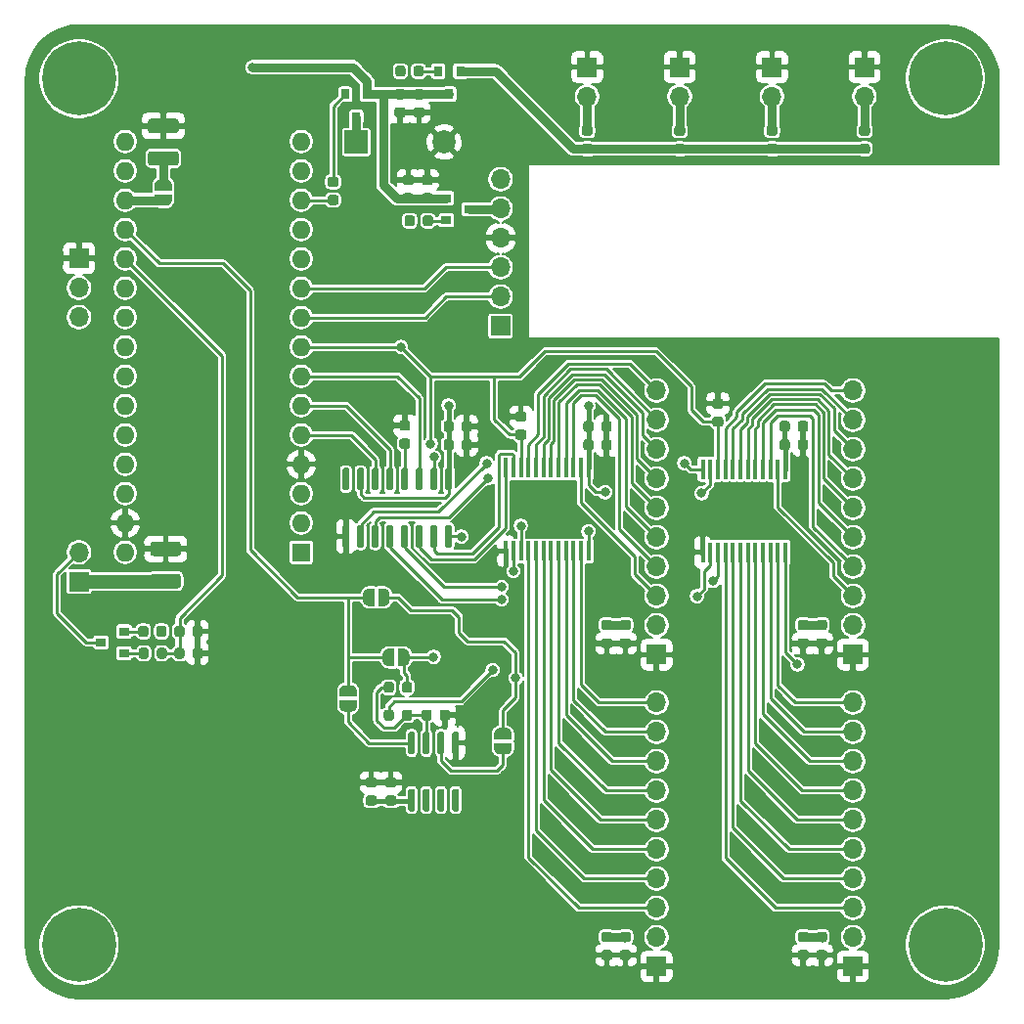
<source format=gbr>
%TF.GenerationSoftware,KiCad,Pcbnew,5.1.6-c6e7f7d~87~ubuntu18.04.1*%
%TF.CreationDate,2020-08-12T00:38:11-03:00*%
%TF.ProjectId,tfMainBoard,74664d61-696e-4426-9f61-72642e6b6963,Rev 1.0.0*%
%TF.SameCoordinates,Original*%
%TF.FileFunction,Copper,L2,Bot*%
%TF.FilePolarity,Positive*%
%FSLAX46Y46*%
G04 Gerber Fmt 4.6, Leading zero omitted, Abs format (unit mm)*
G04 Created by KiCad (PCBNEW 5.1.6-c6e7f7d~87~ubuntu18.04.1) date 2020-08-12 00:38:11*
%MOMM*%
%LPD*%
G01*
G04 APERTURE LIST*
%TA.AperFunction,ComponentPad*%
%ADD10C,6.400000*%
%TD*%
%TA.AperFunction,ComponentPad*%
%ADD11C,0.800000*%
%TD*%
%TA.AperFunction,ComponentPad*%
%ADD12R,1.600000X1.600000*%
%TD*%
%TA.AperFunction,ComponentPad*%
%ADD13O,1.600000X1.600000*%
%TD*%
%TA.AperFunction,ComponentPad*%
%ADD14R,2.000000X2.000000*%
%TD*%
%TA.AperFunction,ComponentPad*%
%ADD15C,2.000000*%
%TD*%
%TA.AperFunction,ComponentPad*%
%ADD16O,1.700000X1.700000*%
%TD*%
%TA.AperFunction,ComponentPad*%
%ADD17R,1.700000X1.700000*%
%TD*%
%TA.AperFunction,SMDPad,CuDef*%
%ADD18C,0.100000*%
%TD*%
%TA.AperFunction,SMDPad,CuDef*%
%ADD19R,0.900000X0.800000*%
%TD*%
%TA.AperFunction,SMDPad,CuDef*%
%ADD20R,0.800000X0.900000*%
%TD*%
%TA.AperFunction,SMDPad,CuDef*%
%ADD21R,0.450000X1.750000*%
%TD*%
%TA.AperFunction,ViaPad*%
%ADD22C,0.800000*%
%TD*%
%TA.AperFunction,Conductor*%
%ADD23C,0.250000*%
%TD*%
%TA.AperFunction,Conductor*%
%ADD24C,0.800000*%
%TD*%
%TA.AperFunction,Conductor*%
%ADD25C,0.400000*%
%TD*%
%TA.AperFunction,Conductor*%
%ADD26C,1.200000*%
%TD*%
%TA.AperFunction,Conductor*%
%ADD27C,0.200000*%
%TD*%
G04 APERTURE END LIST*
D10*
%TO.P,,1*%
%TO.N,N/C*%
X165000000Y-125000000D03*
D11*
X167400000Y-125000000D03*
X166697056Y-126697056D03*
X165000000Y-127400000D03*
X163302944Y-126697056D03*
X162600000Y-125000000D03*
X163302944Y-123302944D03*
X165000000Y-122600000D03*
X166697056Y-123302944D03*
%TD*%
D10*
%TO.P,,1*%
%TO.N,N/C*%
X90000000Y-125000000D03*
D11*
X92400000Y-125000000D03*
X91697056Y-126697056D03*
X90000000Y-127400000D03*
X88302944Y-126697056D03*
X87600000Y-125000000D03*
X88302944Y-123302944D03*
X90000000Y-122600000D03*
X91697056Y-123302944D03*
%TD*%
D10*
%TO.P,,1*%
%TO.N,N/C*%
X90000000Y-50000000D03*
D11*
X92400000Y-50000000D03*
X91697056Y-51697056D03*
X90000000Y-52400000D03*
X88302944Y-51697056D03*
X87600000Y-50000000D03*
X88302944Y-48302944D03*
X90000000Y-47600000D03*
X91697056Y-48302944D03*
%TD*%
%TO.P,,1*%
%TO.N,N/C*%
X166697056Y-48302944D03*
X165000000Y-47600000D03*
X163302944Y-48302944D03*
X162600000Y-50000000D03*
X163302944Y-51697056D03*
X165000000Y-52400000D03*
X166697056Y-51697056D03*
X167400000Y-50000000D03*
D10*
X165000000Y-50000000D03*
%TD*%
%TO.P,C21,2*%
%TO.N,5V*%
%TA.AperFunction,SMDPad,CuDef*%
G36*
G01*
X118243750Y-59912500D02*
X118756250Y-59912500D01*
G75*
G02*
X118975000Y-60131250I0J-218750D01*
G01*
X118975000Y-60568750D01*
G75*
G02*
X118756250Y-60787500I-218750J0D01*
G01*
X118243750Y-60787500D01*
G75*
G02*
X118025000Y-60568750I0J218750D01*
G01*
X118025000Y-60131250D01*
G75*
G02*
X118243750Y-59912500I218750J0D01*
G01*
G37*
%TD.AperFunction*%
%TO.P,C21,1*%
%TO.N,GNDD*%
%TA.AperFunction,SMDPad,CuDef*%
G36*
G01*
X118243750Y-58337500D02*
X118756250Y-58337500D01*
G75*
G02*
X118975000Y-58556250I0J-218750D01*
G01*
X118975000Y-58993750D01*
G75*
G02*
X118756250Y-59212500I-218750J0D01*
G01*
X118243750Y-59212500D01*
G75*
G02*
X118025000Y-58993750I0J218750D01*
G01*
X118025000Y-58556250D01*
G75*
G02*
X118243750Y-58337500I218750J0D01*
G01*
G37*
%TD.AperFunction*%
%TD*%
%TO.P,C20,2*%
%TO.N,5V*%
%TA.AperFunction,SMDPad,CuDef*%
G36*
G01*
X119893750Y-59912500D02*
X120406250Y-59912500D01*
G75*
G02*
X120625000Y-60131250I0J-218750D01*
G01*
X120625000Y-60568750D01*
G75*
G02*
X120406250Y-60787500I-218750J0D01*
G01*
X119893750Y-60787500D01*
G75*
G02*
X119675000Y-60568750I0J218750D01*
G01*
X119675000Y-60131250D01*
G75*
G02*
X119893750Y-59912500I218750J0D01*
G01*
G37*
%TD.AperFunction*%
%TO.P,C20,1*%
%TO.N,GNDD*%
%TA.AperFunction,SMDPad,CuDef*%
G36*
G01*
X119893750Y-58337500D02*
X120406250Y-58337500D01*
G75*
G02*
X120625000Y-58556250I0J-218750D01*
G01*
X120625000Y-58993750D01*
G75*
G02*
X120406250Y-59212500I-218750J0D01*
G01*
X119893750Y-59212500D01*
G75*
G02*
X119675000Y-58993750I0J218750D01*
G01*
X119675000Y-58556250D01*
G75*
G02*
X119893750Y-58337500I218750J0D01*
G01*
G37*
%TD.AperFunction*%
%TD*%
%TO.P,U2,8*%
%TO.N,5V*%
%TA.AperFunction,SMDPad,CuDef*%
G36*
G01*
X118640000Y-111475000D02*
X118940000Y-111475000D01*
G75*
G02*
X119090000Y-111625000I0J-150000D01*
G01*
X119090000Y-113275000D01*
G75*
G02*
X118940000Y-113425000I-150000J0D01*
G01*
X118640000Y-113425000D01*
G75*
G02*
X118490000Y-113275000I0J150000D01*
G01*
X118490000Y-111625000D01*
G75*
G02*
X118640000Y-111475000I150000J0D01*
G01*
G37*
%TD.AperFunction*%
%TO.P,U2,7*%
%TO.N,Net-(U2-Pad7)*%
%TA.AperFunction,SMDPad,CuDef*%
G36*
G01*
X119910000Y-111475000D02*
X120210000Y-111475000D01*
G75*
G02*
X120360000Y-111625000I0J-150000D01*
G01*
X120360000Y-113275000D01*
G75*
G02*
X120210000Y-113425000I-150000J0D01*
G01*
X119910000Y-113425000D01*
G75*
G02*
X119760000Y-113275000I0J150000D01*
G01*
X119760000Y-111625000D01*
G75*
G02*
X119910000Y-111475000I150000J0D01*
G01*
G37*
%TD.AperFunction*%
%TO.P,U2,6*%
%TO.N,Net-(U2-Pad6)*%
%TA.AperFunction,SMDPad,CuDef*%
G36*
G01*
X121180000Y-111475000D02*
X121480000Y-111475000D01*
G75*
G02*
X121630000Y-111625000I0J-150000D01*
G01*
X121630000Y-113275000D01*
G75*
G02*
X121480000Y-113425000I-150000J0D01*
G01*
X121180000Y-113425000D01*
G75*
G02*
X121030000Y-113275000I0J150000D01*
G01*
X121030000Y-111625000D01*
G75*
G02*
X121180000Y-111475000I150000J0D01*
G01*
G37*
%TD.AperFunction*%
%TO.P,U2,5*%
%TO.N,Net-(U2-Pad5)*%
%TA.AperFunction,SMDPad,CuDef*%
G36*
G01*
X122450000Y-111475000D02*
X122750000Y-111475000D01*
G75*
G02*
X122900000Y-111625000I0J-150000D01*
G01*
X122900000Y-113275000D01*
G75*
G02*
X122750000Y-113425000I-150000J0D01*
G01*
X122450000Y-113425000D01*
G75*
G02*
X122300000Y-113275000I0J150000D01*
G01*
X122300000Y-111625000D01*
G75*
G02*
X122450000Y-111475000I150000J0D01*
G01*
G37*
%TD.AperFunction*%
%TO.P,U2,4*%
%TO.N,GNDD*%
%TA.AperFunction,SMDPad,CuDef*%
G36*
G01*
X122450000Y-106525000D02*
X122750000Y-106525000D01*
G75*
G02*
X122900000Y-106675000I0J-150000D01*
G01*
X122900000Y-108325000D01*
G75*
G02*
X122750000Y-108475000I-150000J0D01*
G01*
X122450000Y-108475000D01*
G75*
G02*
X122300000Y-108325000I0J150000D01*
G01*
X122300000Y-106675000D01*
G75*
G02*
X122450000Y-106525000I150000J0D01*
G01*
G37*
%TD.AperFunction*%
%TO.P,U2,3*%
%TO.N,Net-(JP1-Pad2)*%
%TA.AperFunction,SMDPad,CuDef*%
G36*
G01*
X121180000Y-106525000D02*
X121480000Y-106525000D01*
G75*
G02*
X121630000Y-106675000I0J-150000D01*
G01*
X121630000Y-108325000D01*
G75*
G02*
X121480000Y-108475000I-150000J0D01*
G01*
X121180000Y-108475000D01*
G75*
G02*
X121030000Y-108325000I0J150000D01*
G01*
X121030000Y-106675000D01*
G75*
G02*
X121180000Y-106525000I150000J0D01*
G01*
G37*
%TD.AperFunction*%
%TO.P,U2,2*%
%TO.N,Net-(R3-Pad1)*%
%TA.AperFunction,SMDPad,CuDef*%
G36*
G01*
X119910000Y-106525000D02*
X120210000Y-106525000D01*
G75*
G02*
X120360000Y-106675000I0J-150000D01*
G01*
X120360000Y-108325000D01*
G75*
G02*
X120210000Y-108475000I-150000J0D01*
G01*
X119910000Y-108475000D01*
G75*
G02*
X119760000Y-108325000I0J150000D01*
G01*
X119760000Y-106675000D01*
G75*
G02*
X119910000Y-106525000I150000J0D01*
G01*
G37*
%TD.AperFunction*%
%TO.P,U2,1*%
%TO.N,Net-(JP3-Pad1)*%
%TA.AperFunction,SMDPad,CuDef*%
G36*
G01*
X118640000Y-106525000D02*
X118940000Y-106525000D01*
G75*
G02*
X119090000Y-106675000I0J-150000D01*
G01*
X119090000Y-108325000D01*
G75*
G02*
X118940000Y-108475000I-150000J0D01*
G01*
X118640000Y-108475000D01*
G75*
G02*
X118490000Y-108325000I0J150000D01*
G01*
X118490000Y-106675000D01*
G75*
G02*
X118640000Y-106525000I150000J0D01*
G01*
G37*
%TD.AperFunction*%
%TD*%
%TO.P,U1,16*%
%TO.N,5V*%
%TA.AperFunction,SMDPad,CuDef*%
G36*
G01*
X122150000Y-85650000D02*
X121850000Y-85650000D01*
G75*
G02*
X121700000Y-85500000I0J150000D01*
G01*
X121700000Y-83850000D01*
G75*
G02*
X121850000Y-83700000I150000J0D01*
G01*
X122150000Y-83700000D01*
G75*
G02*
X122300000Y-83850000I0J-150000D01*
G01*
X122300000Y-85500000D01*
G75*
G02*
X122150000Y-85650000I-150000J0D01*
G01*
G37*
%TD.AperFunction*%
%TO.P,U1,15*%
%TO.N,MUX0_S0*%
%TA.AperFunction,SMDPad,CuDef*%
G36*
G01*
X120880000Y-85650000D02*
X120580000Y-85650000D01*
G75*
G02*
X120430000Y-85500000I0J150000D01*
G01*
X120430000Y-83850000D01*
G75*
G02*
X120580000Y-83700000I150000J0D01*
G01*
X120880000Y-83700000D01*
G75*
G02*
X121030000Y-83850000I0J-150000D01*
G01*
X121030000Y-85500000D01*
G75*
G02*
X120880000Y-85650000I-150000J0D01*
G01*
G37*
%TD.AperFunction*%
%TO.P,U1,14*%
%TO.N,595_DATA*%
%TA.AperFunction,SMDPad,CuDef*%
G36*
G01*
X119610000Y-85650000D02*
X119310000Y-85650000D01*
G75*
G02*
X119160000Y-85500000I0J150000D01*
G01*
X119160000Y-83850000D01*
G75*
G02*
X119310000Y-83700000I150000J0D01*
G01*
X119610000Y-83700000D01*
G75*
G02*
X119760000Y-83850000I0J-150000D01*
G01*
X119760000Y-85500000D01*
G75*
G02*
X119610000Y-85650000I-150000J0D01*
G01*
G37*
%TD.AperFunction*%
%TO.P,U1,13*%
%TO.N,PERIPH_EN*%
%TA.AperFunction,SMDPad,CuDef*%
G36*
G01*
X118340000Y-85650000D02*
X118040000Y-85650000D01*
G75*
G02*
X117890000Y-85500000I0J150000D01*
G01*
X117890000Y-83850000D01*
G75*
G02*
X118040000Y-83700000I150000J0D01*
G01*
X118340000Y-83700000D01*
G75*
G02*
X118490000Y-83850000I0J-150000D01*
G01*
X118490000Y-85500000D01*
G75*
G02*
X118340000Y-85650000I-150000J0D01*
G01*
G37*
%TD.AperFunction*%
%TO.P,U1,12*%
%TO.N,595_LATCH*%
%TA.AperFunction,SMDPad,CuDef*%
G36*
G01*
X117070000Y-85650000D02*
X116770000Y-85650000D01*
G75*
G02*
X116620000Y-85500000I0J150000D01*
G01*
X116620000Y-83850000D01*
G75*
G02*
X116770000Y-83700000I150000J0D01*
G01*
X117070000Y-83700000D01*
G75*
G02*
X117220000Y-83850000I0J-150000D01*
G01*
X117220000Y-85500000D01*
G75*
G02*
X117070000Y-85650000I-150000J0D01*
G01*
G37*
%TD.AperFunction*%
%TO.P,U1,11*%
%TO.N,595_CLK*%
%TA.AperFunction,SMDPad,CuDef*%
G36*
G01*
X115800000Y-85650000D02*
X115500000Y-85650000D01*
G75*
G02*
X115350000Y-85500000I0J150000D01*
G01*
X115350000Y-83850000D01*
G75*
G02*
X115500000Y-83700000I150000J0D01*
G01*
X115800000Y-83700000D01*
G75*
G02*
X115950000Y-83850000I0J-150000D01*
G01*
X115950000Y-85500000D01*
G75*
G02*
X115800000Y-85650000I-150000J0D01*
G01*
G37*
%TD.AperFunction*%
%TO.P,U1,10*%
%TO.N,5V*%
%TA.AperFunction,SMDPad,CuDef*%
G36*
G01*
X114530000Y-85650000D02*
X114230000Y-85650000D01*
G75*
G02*
X114080000Y-85500000I0J150000D01*
G01*
X114080000Y-83850000D01*
G75*
G02*
X114230000Y-83700000I150000J0D01*
G01*
X114530000Y-83700000D01*
G75*
G02*
X114680000Y-83850000I0J-150000D01*
G01*
X114680000Y-85500000D01*
G75*
G02*
X114530000Y-85650000I-150000J0D01*
G01*
G37*
%TD.AperFunction*%
%TO.P,U1,9*%
%TO.N,Net-(U1-Pad9)*%
%TA.AperFunction,SMDPad,CuDef*%
G36*
G01*
X113260000Y-85650000D02*
X112960000Y-85650000D01*
G75*
G02*
X112810000Y-85500000I0J150000D01*
G01*
X112810000Y-83850000D01*
G75*
G02*
X112960000Y-83700000I150000J0D01*
G01*
X113260000Y-83700000D01*
G75*
G02*
X113410000Y-83850000I0J-150000D01*
G01*
X113410000Y-85500000D01*
G75*
G02*
X113260000Y-85650000I-150000J0D01*
G01*
G37*
%TD.AperFunction*%
%TO.P,U1,8*%
%TO.N,GNDD*%
%TA.AperFunction,SMDPad,CuDef*%
G36*
G01*
X113260000Y-90600000D02*
X112960000Y-90600000D01*
G75*
G02*
X112810000Y-90450000I0J150000D01*
G01*
X112810000Y-88800000D01*
G75*
G02*
X112960000Y-88650000I150000J0D01*
G01*
X113260000Y-88650000D01*
G75*
G02*
X113410000Y-88800000I0J-150000D01*
G01*
X113410000Y-90450000D01*
G75*
G02*
X113260000Y-90600000I-150000J0D01*
G01*
G37*
%TD.AperFunction*%
%TO.P,U1,7*%
%TO.N,MUX1_S3*%
%TA.AperFunction,SMDPad,CuDef*%
G36*
G01*
X114530000Y-90600000D02*
X114230000Y-90600000D01*
G75*
G02*
X114080000Y-90450000I0J150000D01*
G01*
X114080000Y-88800000D01*
G75*
G02*
X114230000Y-88650000I150000J0D01*
G01*
X114530000Y-88650000D01*
G75*
G02*
X114680000Y-88800000I0J-150000D01*
G01*
X114680000Y-90450000D01*
G75*
G02*
X114530000Y-90600000I-150000J0D01*
G01*
G37*
%TD.AperFunction*%
%TO.P,U1,6*%
%TO.N,MUX1_S2*%
%TA.AperFunction,SMDPad,CuDef*%
G36*
G01*
X115800000Y-90600000D02*
X115500000Y-90600000D01*
G75*
G02*
X115350000Y-90450000I0J150000D01*
G01*
X115350000Y-88800000D01*
G75*
G02*
X115500000Y-88650000I150000J0D01*
G01*
X115800000Y-88650000D01*
G75*
G02*
X115950000Y-88800000I0J-150000D01*
G01*
X115950000Y-90450000D01*
G75*
G02*
X115800000Y-90600000I-150000J0D01*
G01*
G37*
%TD.AperFunction*%
%TO.P,U1,5*%
%TO.N,MUX1_S1*%
%TA.AperFunction,SMDPad,CuDef*%
G36*
G01*
X117070000Y-90600000D02*
X116770000Y-90600000D01*
G75*
G02*
X116620000Y-90450000I0J150000D01*
G01*
X116620000Y-88800000D01*
G75*
G02*
X116770000Y-88650000I150000J0D01*
G01*
X117070000Y-88650000D01*
G75*
G02*
X117220000Y-88800000I0J-150000D01*
G01*
X117220000Y-90450000D01*
G75*
G02*
X117070000Y-90600000I-150000J0D01*
G01*
G37*
%TD.AperFunction*%
%TO.P,U1,4*%
%TO.N,MUX1_S0*%
%TA.AperFunction,SMDPad,CuDef*%
G36*
G01*
X118340000Y-90600000D02*
X118040000Y-90600000D01*
G75*
G02*
X117890000Y-90450000I0J150000D01*
G01*
X117890000Y-88800000D01*
G75*
G02*
X118040000Y-88650000I150000J0D01*
G01*
X118340000Y-88650000D01*
G75*
G02*
X118490000Y-88800000I0J-150000D01*
G01*
X118490000Y-90450000D01*
G75*
G02*
X118340000Y-90600000I-150000J0D01*
G01*
G37*
%TD.AperFunction*%
%TO.P,U1,3*%
%TO.N,MUX0_S3*%
%TA.AperFunction,SMDPad,CuDef*%
G36*
G01*
X119610000Y-90600000D02*
X119310000Y-90600000D01*
G75*
G02*
X119160000Y-90450000I0J150000D01*
G01*
X119160000Y-88800000D01*
G75*
G02*
X119310000Y-88650000I150000J0D01*
G01*
X119610000Y-88650000D01*
G75*
G02*
X119760000Y-88800000I0J-150000D01*
G01*
X119760000Y-90450000D01*
G75*
G02*
X119610000Y-90600000I-150000J0D01*
G01*
G37*
%TD.AperFunction*%
%TO.P,U1,2*%
%TO.N,MUX0_S2*%
%TA.AperFunction,SMDPad,CuDef*%
G36*
G01*
X120880000Y-90600000D02*
X120580000Y-90600000D01*
G75*
G02*
X120430000Y-90450000I0J150000D01*
G01*
X120430000Y-88800000D01*
G75*
G02*
X120580000Y-88650000I150000J0D01*
G01*
X120880000Y-88650000D01*
G75*
G02*
X121030000Y-88800000I0J-150000D01*
G01*
X121030000Y-90450000D01*
G75*
G02*
X120880000Y-90600000I-150000J0D01*
G01*
G37*
%TD.AperFunction*%
%TO.P,U1,1*%
%TO.N,MUX0_S1*%
%TA.AperFunction,SMDPad,CuDef*%
G36*
G01*
X122150000Y-90600000D02*
X121850000Y-90600000D01*
G75*
G02*
X121700000Y-90450000I0J150000D01*
G01*
X121700000Y-88800000D01*
G75*
G02*
X121850000Y-88650000I150000J0D01*
G01*
X122150000Y-88650000D01*
G75*
G02*
X122300000Y-88800000I0J-150000D01*
G01*
X122300000Y-90450000D01*
G75*
G02*
X122150000Y-90600000I-150000J0D01*
G01*
G37*
%TD.AperFunction*%
%TD*%
%TO.P,R4,2*%
%TO.N,GNDD*%
%TA.AperFunction,SMDPad,CuDef*%
G36*
G01*
X98375000Y-54725000D02*
X96225000Y-54725000D01*
G75*
G02*
X95975000Y-54475000I0J250000D01*
G01*
X95975000Y-53725000D01*
G75*
G02*
X96225000Y-53475000I250000J0D01*
G01*
X98375000Y-53475000D01*
G75*
G02*
X98625000Y-53725000I0J-250000D01*
G01*
X98625000Y-54475000D01*
G75*
G02*
X98375000Y-54725000I-250000J0D01*
G01*
G37*
%TD.AperFunction*%
%TO.P,R4,1*%
%TO.N,GNDA*%
%TA.AperFunction,SMDPad,CuDef*%
G36*
G01*
X98375000Y-57525000D02*
X96225000Y-57525000D01*
G75*
G02*
X95975000Y-57275000I0J250000D01*
G01*
X95975000Y-56525000D01*
G75*
G02*
X96225000Y-56275000I250000J0D01*
G01*
X98375000Y-56275000D01*
G75*
G02*
X98625000Y-56525000I0J-250000D01*
G01*
X98625000Y-57275000D01*
G75*
G02*
X98375000Y-57525000I-250000J0D01*
G01*
G37*
%TD.AperFunction*%
%TD*%
%TO.P,R2,2*%
%TO.N,GNDPWR*%
%TA.AperFunction,SMDPad,CuDef*%
G36*
G01*
X96425000Y-92875000D02*
X98575000Y-92875000D01*
G75*
G02*
X98825000Y-93125000I0J-250000D01*
G01*
X98825000Y-93875000D01*
G75*
G02*
X98575000Y-94125000I-250000J0D01*
G01*
X96425000Y-94125000D01*
G75*
G02*
X96175000Y-93875000I0J250000D01*
G01*
X96175000Y-93125000D01*
G75*
G02*
X96425000Y-92875000I250000J0D01*
G01*
G37*
%TD.AperFunction*%
%TO.P,R2,1*%
%TO.N,GNDD*%
%TA.AperFunction,SMDPad,CuDef*%
G36*
G01*
X96425000Y-90075000D02*
X98575000Y-90075000D01*
G75*
G02*
X98825000Y-90325000I0J-250000D01*
G01*
X98825000Y-91075000D01*
G75*
G02*
X98575000Y-91325000I-250000J0D01*
G01*
X96425000Y-91325000D01*
G75*
G02*
X96175000Y-91075000I0J250000D01*
G01*
X96175000Y-90325000D01*
G75*
G02*
X96425000Y-90075000I250000J0D01*
G01*
G37*
%TD.AperFunction*%
%TD*%
D12*
%TO.P,A1,1*%
%TO.N,Net-(A1-Pad1)*%
X109240000Y-91000000D03*
D13*
%TO.P,A1,17*%
%TO.N,Net-(A1-Pad17)*%
X94000000Y-57980000D03*
%TO.P,A1,2*%
%TO.N,Net-(A1-Pad2)*%
X109240000Y-88460000D03*
%TO.P,A1,18*%
%TO.N,Net-(A1-Pad18)*%
X94000000Y-60520000D03*
%TO.P,A1,3*%
%TO.N,Net-(A1-Pad3)*%
X109240000Y-85920000D03*
%TO.P,A1,19*%
%TO.N,RCV_SIG*%
X94000000Y-63060000D03*
%TO.P,A1,4*%
%TO.N,GNDD*%
X109240000Y-83380000D03*
%TO.P,A1,20*%
%TO.N,BAT_MES*%
X94000000Y-65600000D03*
%TO.P,A1,5*%
%TO.N,595_CLK*%
X109240000Y-80840000D03*
%TO.P,A1,21*%
%TO.N,PIR_RCWL*%
X94000000Y-68140000D03*
%TO.P,A1,6*%
%TO.N,595_LATCH*%
X109240000Y-78300000D03*
%TO.P,A1,22*%
%TO.N,Net-(A1-Pad22)*%
X94000000Y-70680000D03*
%TO.P,A1,7*%
%TO.N,595_DATA*%
X109240000Y-75760000D03*
%TO.P,A1,23*%
%TO.N,Net-(A1-Pad23)*%
X94000000Y-73220000D03*
%TO.P,A1,8*%
%TO.N,PERIPH_EN*%
X109240000Y-73220000D03*
%TO.P,A1,24*%
%TO.N,Net-(A1-Pad24)*%
X94000000Y-75760000D03*
%TO.P,A1,9*%
%TO.N,BT_RXD*%
X109240000Y-70680000D03*
%TO.P,A1,25*%
%TO.N,Net-(A1-Pad25)*%
X94000000Y-78300000D03*
%TO.P,A1,10*%
%TO.N,BT_TXD*%
X109240000Y-68140000D03*
%TO.P,A1,26*%
%TO.N,Net-(A1-Pad26)*%
X94000000Y-80840000D03*
%TO.P,A1,11*%
%TO.N,BT_AT*%
X109240000Y-65600000D03*
%TO.P,A1,27*%
%TO.N,5V*%
X94000000Y-83380000D03*
%TO.P,A1,12*%
%TO.N,LEDS_PWM*%
X109240000Y-63060000D03*
%TO.P,A1,28*%
%TO.N,Net-(A1-Pad28)*%
X94000000Y-85920000D03*
%TO.P,A1,13*%
%TO.N,BUZZER*%
X109240000Y-60520000D03*
%TO.P,A1,29*%
%TO.N,GNDD*%
X94000000Y-88460000D03*
%TO.P,A1,14*%
%TO.N,Net-(A1-Pad14)*%
X109240000Y-57980000D03*
%TO.P,A1,30*%
%TO.N,VCC*%
X94000000Y-91000000D03*
%TO.P,A1,15*%
%TO.N,Net-(A1-Pad15)*%
X109240000Y-55440000D03*
%TO.P,A1,16*%
%TO.N,Net-(A1-Pad16)*%
X94000000Y-55440000D03*
%TD*%
D14*
%TO.P,BZ1,1*%
%TO.N,Net-(BZ1-Pad1)*%
X114000000Y-55500000D03*
D15*
%TO.P,BZ1,2*%
%TO.N,GNDD*%
X121600000Y-55500000D03*
%TD*%
%TO.P,C1,2*%
%TO.N,5V*%
%TA.AperFunction,SMDPad,CuDef*%
G36*
G01*
X122437500Y-81443750D02*
X122437500Y-81956250D01*
G75*
G02*
X122218750Y-82175000I-218750J0D01*
G01*
X121781250Y-82175000D01*
G75*
G02*
X121562500Y-81956250I0J218750D01*
G01*
X121562500Y-81443750D01*
G75*
G02*
X121781250Y-81225000I218750J0D01*
G01*
X122218750Y-81225000D01*
G75*
G02*
X122437500Y-81443750I0J-218750D01*
G01*
G37*
%TD.AperFunction*%
%TO.P,C1,1*%
%TO.N,GNDD*%
%TA.AperFunction,SMDPad,CuDef*%
G36*
G01*
X124012500Y-81443750D02*
X124012500Y-81956250D01*
G75*
G02*
X123793750Y-82175000I-218750J0D01*
G01*
X123356250Y-82175000D01*
G75*
G02*
X123137500Y-81956250I0J218750D01*
G01*
X123137500Y-81443750D01*
G75*
G02*
X123356250Y-81225000I218750J0D01*
G01*
X123793750Y-81225000D01*
G75*
G02*
X124012500Y-81443750I0J-218750D01*
G01*
G37*
%TD.AperFunction*%
%TD*%
%TO.P,C2,1*%
%TO.N,GNDD*%
%TA.AperFunction,SMDPad,CuDef*%
G36*
G01*
X124012500Y-79843750D02*
X124012500Y-80356250D01*
G75*
G02*
X123793750Y-80575000I-218750J0D01*
G01*
X123356250Y-80575000D01*
G75*
G02*
X123137500Y-80356250I0J218750D01*
G01*
X123137500Y-79843750D01*
G75*
G02*
X123356250Y-79625000I218750J0D01*
G01*
X123793750Y-79625000D01*
G75*
G02*
X124012500Y-79843750I0J-218750D01*
G01*
G37*
%TD.AperFunction*%
%TO.P,C2,2*%
%TO.N,5V*%
%TA.AperFunction,SMDPad,CuDef*%
G36*
G01*
X122437500Y-79843750D02*
X122437500Y-80356250D01*
G75*
G02*
X122218750Y-80575000I-218750J0D01*
G01*
X121781250Y-80575000D01*
G75*
G02*
X121562500Y-80356250I0J218750D01*
G01*
X121562500Y-79843750D01*
G75*
G02*
X121781250Y-79625000I218750J0D01*
G01*
X122218750Y-79625000D01*
G75*
G02*
X122437500Y-79843750I0J-218750D01*
G01*
G37*
%TD.AperFunction*%
%TD*%
%TO.P,C3,2*%
%TO.N,5V*%
%TA.AperFunction,SMDPad,CuDef*%
G36*
G01*
X116743750Y-112062500D02*
X117256250Y-112062500D01*
G75*
G02*
X117475000Y-112281250I0J-218750D01*
G01*
X117475000Y-112718750D01*
G75*
G02*
X117256250Y-112937500I-218750J0D01*
G01*
X116743750Y-112937500D01*
G75*
G02*
X116525000Y-112718750I0J218750D01*
G01*
X116525000Y-112281250D01*
G75*
G02*
X116743750Y-112062500I218750J0D01*
G01*
G37*
%TD.AperFunction*%
%TO.P,C3,1*%
%TO.N,GNDD*%
%TA.AperFunction,SMDPad,CuDef*%
G36*
G01*
X116743750Y-110487500D02*
X117256250Y-110487500D01*
G75*
G02*
X117475000Y-110706250I0J-218750D01*
G01*
X117475000Y-111143750D01*
G75*
G02*
X117256250Y-111362500I-218750J0D01*
G01*
X116743750Y-111362500D01*
G75*
G02*
X116525000Y-111143750I0J218750D01*
G01*
X116525000Y-110706250D01*
G75*
G02*
X116743750Y-110487500I218750J0D01*
G01*
G37*
%TD.AperFunction*%
%TD*%
%TO.P,C4,1*%
%TO.N,5V*%
%TA.AperFunction,SMDPad,CuDef*%
G36*
G01*
X115556250Y-112937500D02*
X115043750Y-112937500D01*
G75*
G02*
X114825000Y-112718750I0J218750D01*
G01*
X114825000Y-112281250D01*
G75*
G02*
X115043750Y-112062500I218750J0D01*
G01*
X115556250Y-112062500D01*
G75*
G02*
X115775000Y-112281250I0J-218750D01*
G01*
X115775000Y-112718750D01*
G75*
G02*
X115556250Y-112937500I-218750J0D01*
G01*
G37*
%TD.AperFunction*%
%TO.P,C4,2*%
%TO.N,GNDD*%
%TA.AperFunction,SMDPad,CuDef*%
G36*
G01*
X115556250Y-111362500D02*
X115043750Y-111362500D01*
G75*
G02*
X114825000Y-111143750I0J218750D01*
G01*
X114825000Y-110706250D01*
G75*
G02*
X115043750Y-110487500I218750J0D01*
G01*
X115556250Y-110487500D01*
G75*
G02*
X115775000Y-110706250I0J-218750D01*
G01*
X115775000Y-111143750D01*
G75*
G02*
X115556250Y-111362500I-218750J0D01*
G01*
G37*
%TD.AperFunction*%
%TD*%
%TO.P,C5,1*%
%TO.N,BAT_MES*%
%TA.AperFunction,SMDPad,CuDef*%
G36*
G01*
X98262500Y-98106250D02*
X98262500Y-97593750D01*
G75*
G02*
X98481250Y-97375000I218750J0D01*
G01*
X98918750Y-97375000D01*
G75*
G02*
X99137500Y-97593750I0J-218750D01*
G01*
X99137500Y-98106250D01*
G75*
G02*
X98918750Y-98325000I-218750J0D01*
G01*
X98481250Y-98325000D01*
G75*
G02*
X98262500Y-98106250I0J218750D01*
G01*
G37*
%TD.AperFunction*%
%TO.P,C5,2*%
%TO.N,GNDD*%
%TA.AperFunction,SMDPad,CuDef*%
G36*
G01*
X99837500Y-98106250D02*
X99837500Y-97593750D01*
G75*
G02*
X100056250Y-97375000I218750J0D01*
G01*
X100493750Y-97375000D01*
G75*
G02*
X100712500Y-97593750I0J-218750D01*
G01*
X100712500Y-98106250D01*
G75*
G02*
X100493750Y-98325000I-218750J0D01*
G01*
X100056250Y-98325000D01*
G75*
G02*
X99837500Y-98106250I0J218750D01*
G01*
G37*
%TD.AperFunction*%
%TD*%
%TO.P,C6,2*%
%TO.N,5V*%
%TA.AperFunction,SMDPad,CuDef*%
G36*
G01*
X134537500Y-81443750D02*
X134537500Y-81956250D01*
G75*
G02*
X134318750Y-82175000I-218750J0D01*
G01*
X133881250Y-82175000D01*
G75*
G02*
X133662500Y-81956250I0J218750D01*
G01*
X133662500Y-81443750D01*
G75*
G02*
X133881250Y-81225000I218750J0D01*
G01*
X134318750Y-81225000D01*
G75*
G02*
X134537500Y-81443750I0J-218750D01*
G01*
G37*
%TD.AperFunction*%
%TO.P,C6,1*%
%TO.N,GNDD*%
%TA.AperFunction,SMDPad,CuDef*%
G36*
G01*
X136112500Y-81443750D02*
X136112500Y-81956250D01*
G75*
G02*
X135893750Y-82175000I-218750J0D01*
G01*
X135456250Y-82175000D01*
G75*
G02*
X135237500Y-81956250I0J218750D01*
G01*
X135237500Y-81443750D01*
G75*
G02*
X135456250Y-81225000I218750J0D01*
G01*
X135893750Y-81225000D01*
G75*
G02*
X136112500Y-81443750I0J-218750D01*
G01*
G37*
%TD.AperFunction*%
%TD*%
%TO.P,C7,1*%
%TO.N,GNDD*%
%TA.AperFunction,SMDPad,CuDef*%
G36*
G01*
X136112500Y-79843750D02*
X136112500Y-80356250D01*
G75*
G02*
X135893750Y-80575000I-218750J0D01*
G01*
X135456250Y-80575000D01*
G75*
G02*
X135237500Y-80356250I0J218750D01*
G01*
X135237500Y-79843750D01*
G75*
G02*
X135456250Y-79625000I218750J0D01*
G01*
X135893750Y-79625000D01*
G75*
G02*
X136112500Y-79843750I0J-218750D01*
G01*
G37*
%TD.AperFunction*%
%TO.P,C7,2*%
%TO.N,5V*%
%TA.AperFunction,SMDPad,CuDef*%
G36*
G01*
X134537500Y-79843750D02*
X134537500Y-80356250D01*
G75*
G02*
X134318750Y-80575000I-218750J0D01*
G01*
X133881250Y-80575000D01*
G75*
G02*
X133662500Y-80356250I0J218750D01*
G01*
X133662500Y-79843750D01*
G75*
G02*
X133881250Y-79625000I218750J0D01*
G01*
X134318750Y-79625000D01*
G75*
G02*
X134537500Y-79843750I0J-218750D01*
G01*
G37*
%TD.AperFunction*%
%TD*%
%TO.P,C8,1*%
%TO.N,GNDD*%
%TA.AperFunction,SMDPad,CuDef*%
G36*
G01*
X135956250Y-126312500D02*
X135443750Y-126312500D01*
G75*
G02*
X135225000Y-126093750I0J218750D01*
G01*
X135225000Y-125656250D01*
G75*
G02*
X135443750Y-125437500I218750J0D01*
G01*
X135956250Y-125437500D01*
G75*
G02*
X136175000Y-125656250I0J-218750D01*
G01*
X136175000Y-126093750D01*
G75*
G02*
X135956250Y-126312500I-218750J0D01*
G01*
G37*
%TD.AperFunction*%
%TO.P,C8,2*%
%TO.N,5V*%
%TA.AperFunction,SMDPad,CuDef*%
G36*
G01*
X135956250Y-124737500D02*
X135443750Y-124737500D01*
G75*
G02*
X135225000Y-124518750I0J218750D01*
G01*
X135225000Y-124081250D01*
G75*
G02*
X135443750Y-123862500I218750J0D01*
G01*
X135956250Y-123862500D01*
G75*
G02*
X136175000Y-124081250I0J-218750D01*
G01*
X136175000Y-124518750D01*
G75*
G02*
X135956250Y-124737500I-218750J0D01*
G01*
G37*
%TD.AperFunction*%
%TD*%
%TO.P,C9,1*%
%TO.N,GNDD*%
%TA.AperFunction,SMDPad,CuDef*%
G36*
G01*
X135956250Y-99312500D02*
X135443750Y-99312500D01*
G75*
G02*
X135225000Y-99093750I0J218750D01*
G01*
X135225000Y-98656250D01*
G75*
G02*
X135443750Y-98437500I218750J0D01*
G01*
X135956250Y-98437500D01*
G75*
G02*
X136175000Y-98656250I0J-218750D01*
G01*
X136175000Y-99093750D01*
G75*
G02*
X135956250Y-99312500I-218750J0D01*
G01*
G37*
%TD.AperFunction*%
%TO.P,C9,2*%
%TO.N,5V*%
%TA.AperFunction,SMDPad,CuDef*%
G36*
G01*
X135956250Y-97737500D02*
X135443750Y-97737500D01*
G75*
G02*
X135225000Y-97518750I0J218750D01*
G01*
X135225000Y-97081250D01*
G75*
G02*
X135443750Y-96862500I218750J0D01*
G01*
X135956250Y-96862500D01*
G75*
G02*
X136175000Y-97081250I0J-218750D01*
G01*
X136175000Y-97518750D01*
G75*
G02*
X135956250Y-97737500I-218750J0D01*
G01*
G37*
%TD.AperFunction*%
%TD*%
%TO.P,C10,2*%
%TO.N,5V*%
%TA.AperFunction,SMDPad,CuDef*%
G36*
G01*
X137556250Y-124737500D02*
X137043750Y-124737500D01*
G75*
G02*
X136825000Y-124518750I0J218750D01*
G01*
X136825000Y-124081250D01*
G75*
G02*
X137043750Y-123862500I218750J0D01*
G01*
X137556250Y-123862500D01*
G75*
G02*
X137775000Y-124081250I0J-218750D01*
G01*
X137775000Y-124518750D01*
G75*
G02*
X137556250Y-124737500I-218750J0D01*
G01*
G37*
%TD.AperFunction*%
%TO.P,C10,1*%
%TO.N,GNDD*%
%TA.AperFunction,SMDPad,CuDef*%
G36*
G01*
X137556250Y-126312500D02*
X137043750Y-126312500D01*
G75*
G02*
X136825000Y-126093750I0J218750D01*
G01*
X136825000Y-125656250D01*
G75*
G02*
X137043750Y-125437500I218750J0D01*
G01*
X137556250Y-125437500D01*
G75*
G02*
X137775000Y-125656250I0J-218750D01*
G01*
X137775000Y-126093750D01*
G75*
G02*
X137556250Y-126312500I-218750J0D01*
G01*
G37*
%TD.AperFunction*%
%TD*%
%TO.P,C11,2*%
%TO.N,5V*%
%TA.AperFunction,SMDPad,CuDef*%
G36*
G01*
X137556250Y-97737500D02*
X137043750Y-97737500D01*
G75*
G02*
X136825000Y-97518750I0J218750D01*
G01*
X136825000Y-97081250D01*
G75*
G02*
X137043750Y-96862500I218750J0D01*
G01*
X137556250Y-96862500D01*
G75*
G02*
X137775000Y-97081250I0J-218750D01*
G01*
X137775000Y-97518750D01*
G75*
G02*
X137556250Y-97737500I-218750J0D01*
G01*
G37*
%TD.AperFunction*%
%TO.P,C11,1*%
%TO.N,GNDD*%
%TA.AperFunction,SMDPad,CuDef*%
G36*
G01*
X137556250Y-99312500D02*
X137043750Y-99312500D01*
G75*
G02*
X136825000Y-99093750I0J218750D01*
G01*
X136825000Y-98656250D01*
G75*
G02*
X137043750Y-98437500I218750J0D01*
G01*
X137556250Y-98437500D01*
G75*
G02*
X137775000Y-98656250I0J-218750D01*
G01*
X137775000Y-99093750D01*
G75*
G02*
X137556250Y-99312500I-218750J0D01*
G01*
G37*
%TD.AperFunction*%
%TD*%
%TO.P,C12,2*%
%TO.N,5V*%
%TA.AperFunction,SMDPad,CuDef*%
G36*
G01*
X151537500Y-81443750D02*
X151537500Y-81956250D01*
G75*
G02*
X151318750Y-82175000I-218750J0D01*
G01*
X150881250Y-82175000D01*
G75*
G02*
X150662500Y-81956250I0J218750D01*
G01*
X150662500Y-81443750D01*
G75*
G02*
X150881250Y-81225000I218750J0D01*
G01*
X151318750Y-81225000D01*
G75*
G02*
X151537500Y-81443750I0J-218750D01*
G01*
G37*
%TD.AperFunction*%
%TO.P,C12,1*%
%TO.N,GNDD*%
%TA.AperFunction,SMDPad,CuDef*%
G36*
G01*
X153112500Y-81443750D02*
X153112500Y-81956250D01*
G75*
G02*
X152893750Y-82175000I-218750J0D01*
G01*
X152456250Y-82175000D01*
G75*
G02*
X152237500Y-81956250I0J218750D01*
G01*
X152237500Y-81443750D01*
G75*
G02*
X152456250Y-81225000I218750J0D01*
G01*
X152893750Y-81225000D01*
G75*
G02*
X153112500Y-81443750I0J-218750D01*
G01*
G37*
%TD.AperFunction*%
%TD*%
%TO.P,C13,1*%
%TO.N,GNDD*%
%TA.AperFunction,SMDPad,CuDef*%
G36*
G01*
X153112500Y-79843750D02*
X153112500Y-80356250D01*
G75*
G02*
X152893750Y-80575000I-218750J0D01*
G01*
X152456250Y-80575000D01*
G75*
G02*
X152237500Y-80356250I0J218750D01*
G01*
X152237500Y-79843750D01*
G75*
G02*
X152456250Y-79625000I218750J0D01*
G01*
X152893750Y-79625000D01*
G75*
G02*
X153112500Y-79843750I0J-218750D01*
G01*
G37*
%TD.AperFunction*%
%TO.P,C13,2*%
%TO.N,5V*%
%TA.AperFunction,SMDPad,CuDef*%
G36*
G01*
X151537500Y-79843750D02*
X151537500Y-80356250D01*
G75*
G02*
X151318750Y-80575000I-218750J0D01*
G01*
X150881250Y-80575000D01*
G75*
G02*
X150662500Y-80356250I0J218750D01*
G01*
X150662500Y-79843750D01*
G75*
G02*
X150881250Y-79625000I218750J0D01*
G01*
X151318750Y-79625000D01*
G75*
G02*
X151537500Y-79843750I0J-218750D01*
G01*
G37*
%TD.AperFunction*%
%TD*%
%TO.P,C14,1*%
%TO.N,GNDD*%
%TA.AperFunction,SMDPad,CuDef*%
G36*
G01*
X152956250Y-99312500D02*
X152443750Y-99312500D01*
G75*
G02*
X152225000Y-99093750I0J218750D01*
G01*
X152225000Y-98656250D01*
G75*
G02*
X152443750Y-98437500I218750J0D01*
G01*
X152956250Y-98437500D01*
G75*
G02*
X153175000Y-98656250I0J-218750D01*
G01*
X153175000Y-99093750D01*
G75*
G02*
X152956250Y-99312500I-218750J0D01*
G01*
G37*
%TD.AperFunction*%
%TO.P,C14,2*%
%TO.N,5V*%
%TA.AperFunction,SMDPad,CuDef*%
G36*
G01*
X152956250Y-97737500D02*
X152443750Y-97737500D01*
G75*
G02*
X152225000Y-97518750I0J218750D01*
G01*
X152225000Y-97081250D01*
G75*
G02*
X152443750Y-96862500I218750J0D01*
G01*
X152956250Y-96862500D01*
G75*
G02*
X153175000Y-97081250I0J-218750D01*
G01*
X153175000Y-97518750D01*
G75*
G02*
X152956250Y-97737500I-218750J0D01*
G01*
G37*
%TD.AperFunction*%
%TD*%
%TO.P,C15,1*%
%TO.N,GNDD*%
%TA.AperFunction,SMDPad,CuDef*%
G36*
G01*
X152956250Y-126312500D02*
X152443750Y-126312500D01*
G75*
G02*
X152225000Y-126093750I0J218750D01*
G01*
X152225000Y-125656250D01*
G75*
G02*
X152443750Y-125437500I218750J0D01*
G01*
X152956250Y-125437500D01*
G75*
G02*
X153175000Y-125656250I0J-218750D01*
G01*
X153175000Y-126093750D01*
G75*
G02*
X152956250Y-126312500I-218750J0D01*
G01*
G37*
%TD.AperFunction*%
%TO.P,C15,2*%
%TO.N,5V*%
%TA.AperFunction,SMDPad,CuDef*%
G36*
G01*
X152956250Y-124737500D02*
X152443750Y-124737500D01*
G75*
G02*
X152225000Y-124518750I0J218750D01*
G01*
X152225000Y-124081250D01*
G75*
G02*
X152443750Y-123862500I218750J0D01*
G01*
X152956250Y-123862500D01*
G75*
G02*
X153175000Y-124081250I0J-218750D01*
G01*
X153175000Y-124518750D01*
G75*
G02*
X152956250Y-124737500I-218750J0D01*
G01*
G37*
%TD.AperFunction*%
%TD*%
%TO.P,C16,2*%
%TO.N,5V*%
%TA.AperFunction,SMDPad,CuDef*%
G36*
G01*
X154556250Y-97737500D02*
X154043750Y-97737500D01*
G75*
G02*
X153825000Y-97518750I0J218750D01*
G01*
X153825000Y-97081250D01*
G75*
G02*
X154043750Y-96862500I218750J0D01*
G01*
X154556250Y-96862500D01*
G75*
G02*
X154775000Y-97081250I0J-218750D01*
G01*
X154775000Y-97518750D01*
G75*
G02*
X154556250Y-97737500I-218750J0D01*
G01*
G37*
%TD.AperFunction*%
%TO.P,C16,1*%
%TO.N,GNDD*%
%TA.AperFunction,SMDPad,CuDef*%
G36*
G01*
X154556250Y-99312500D02*
X154043750Y-99312500D01*
G75*
G02*
X153825000Y-99093750I0J218750D01*
G01*
X153825000Y-98656250D01*
G75*
G02*
X154043750Y-98437500I218750J0D01*
G01*
X154556250Y-98437500D01*
G75*
G02*
X154775000Y-98656250I0J-218750D01*
G01*
X154775000Y-99093750D01*
G75*
G02*
X154556250Y-99312500I-218750J0D01*
G01*
G37*
%TD.AperFunction*%
%TD*%
%TO.P,C17,2*%
%TO.N,5V*%
%TA.AperFunction,SMDPad,CuDef*%
G36*
G01*
X154556250Y-124737500D02*
X154043750Y-124737500D01*
G75*
G02*
X153825000Y-124518750I0J218750D01*
G01*
X153825000Y-124081250D01*
G75*
G02*
X154043750Y-123862500I218750J0D01*
G01*
X154556250Y-123862500D01*
G75*
G02*
X154775000Y-124081250I0J-218750D01*
G01*
X154775000Y-124518750D01*
G75*
G02*
X154556250Y-124737500I-218750J0D01*
G01*
G37*
%TD.AperFunction*%
%TO.P,C17,1*%
%TO.N,GNDD*%
%TA.AperFunction,SMDPad,CuDef*%
G36*
G01*
X154556250Y-126312500D02*
X154043750Y-126312500D01*
G75*
G02*
X153825000Y-126093750I0J218750D01*
G01*
X153825000Y-125656250D01*
G75*
G02*
X154043750Y-125437500I218750J0D01*
G01*
X154556250Y-125437500D01*
G75*
G02*
X154775000Y-125656250I0J-218750D01*
G01*
X154775000Y-126093750D01*
G75*
G02*
X154556250Y-126312500I-218750J0D01*
G01*
G37*
%TD.AperFunction*%
%TD*%
%TO.P,C18,2*%
%TO.N,5V*%
%TA.AperFunction,SMDPad,CuDef*%
G36*
G01*
X119706250Y-51787500D02*
X119193750Y-51787500D01*
G75*
G02*
X118975000Y-51568750I0J218750D01*
G01*
X118975000Y-51131250D01*
G75*
G02*
X119193750Y-50912500I218750J0D01*
G01*
X119706250Y-50912500D01*
G75*
G02*
X119925000Y-51131250I0J-218750D01*
G01*
X119925000Y-51568750D01*
G75*
G02*
X119706250Y-51787500I-218750J0D01*
G01*
G37*
%TD.AperFunction*%
%TO.P,C18,1*%
%TO.N,GNDD*%
%TA.AperFunction,SMDPad,CuDef*%
G36*
G01*
X119706250Y-53362500D02*
X119193750Y-53362500D01*
G75*
G02*
X118975000Y-53143750I0J218750D01*
G01*
X118975000Y-52706250D01*
G75*
G02*
X119193750Y-52487500I218750J0D01*
G01*
X119706250Y-52487500D01*
G75*
G02*
X119925000Y-52706250I0J-218750D01*
G01*
X119925000Y-53143750D01*
G75*
G02*
X119706250Y-53362500I-218750J0D01*
G01*
G37*
%TD.AperFunction*%
%TD*%
%TO.P,C19,1*%
%TO.N,GNDD*%
%TA.AperFunction,SMDPad,CuDef*%
G36*
G01*
X118056250Y-53362500D02*
X117543750Y-53362500D01*
G75*
G02*
X117325000Y-53143750I0J218750D01*
G01*
X117325000Y-52706250D01*
G75*
G02*
X117543750Y-52487500I218750J0D01*
G01*
X118056250Y-52487500D01*
G75*
G02*
X118275000Y-52706250I0J-218750D01*
G01*
X118275000Y-53143750D01*
G75*
G02*
X118056250Y-53362500I-218750J0D01*
G01*
G37*
%TD.AperFunction*%
%TO.P,C19,2*%
%TO.N,5V*%
%TA.AperFunction,SMDPad,CuDef*%
G36*
G01*
X118056250Y-51787500D02*
X117543750Y-51787500D01*
G75*
G02*
X117325000Y-51568750I0J218750D01*
G01*
X117325000Y-51131250D01*
G75*
G02*
X117543750Y-50912500I218750J0D01*
G01*
X118056250Y-50912500D01*
G75*
G02*
X118275000Y-51131250I0J-218750D01*
G01*
X118275000Y-51568750D01*
G75*
G02*
X118056250Y-51787500I-218750J0D01*
G01*
G37*
%TD.AperFunction*%
%TD*%
D16*
%TO.P,J1,2*%
%TO.N,VCC*%
X90000000Y-91000000D03*
D17*
%TO.P,J1,1*%
%TO.N,GNDPWR*%
X90000000Y-93540000D03*
%TD*%
D16*
%TO.P,J2,10*%
%TO.N,X_EMIT7*%
X140000000Y-104000000D03*
%TO.P,J2,9*%
%TO.N,X_EMIT6*%
X140000000Y-106540000D03*
%TO.P,J2,8*%
%TO.N,X_EMIT5*%
X140000000Y-109080000D03*
%TO.P,J2,7*%
%TO.N,X_EMIT4*%
X140000000Y-111620000D03*
%TO.P,J2,6*%
%TO.N,X_EMIT3*%
X140000000Y-114160000D03*
%TO.P,J2,5*%
%TO.N,X_EMIT2*%
X140000000Y-116700000D03*
%TO.P,J2,4*%
%TO.N,X_EMIT1*%
X140000000Y-119240000D03*
%TO.P,J2,3*%
%TO.N,X_EMIT0*%
X140000000Y-121780000D03*
%TO.P,J2,2*%
%TO.N,5V*%
X140000000Y-124320000D03*
D17*
%TO.P,J2,1*%
%TO.N,GNDD*%
X140000000Y-126860000D03*
%TD*%
D16*
%TO.P,J3,10*%
%TO.N,Y_EMIT7*%
X140000000Y-77000000D03*
%TO.P,J3,9*%
%TO.N,Y_EMIT6*%
X140000000Y-79540000D03*
%TO.P,J3,8*%
%TO.N,Y_EMIT5*%
X140000000Y-82080000D03*
%TO.P,J3,7*%
%TO.N,Y_EMIT4*%
X140000000Y-84620000D03*
%TO.P,J3,6*%
%TO.N,Y_EMIT3*%
X140000000Y-87160000D03*
%TO.P,J3,5*%
%TO.N,Y_EMIT2*%
X140000000Y-89700000D03*
%TO.P,J3,4*%
%TO.N,Y_EMIT1*%
X140000000Y-92240000D03*
%TO.P,J3,3*%
%TO.N,Y_EMIT0*%
X140000000Y-94780000D03*
%TO.P,J3,2*%
%TO.N,5V*%
X140000000Y-97320000D03*
D17*
%TO.P,J3,1*%
%TO.N,GNDD*%
X140000000Y-99860000D03*
%TD*%
%TO.P,J4,1*%
%TO.N,GNDD*%
X157000000Y-126860000D03*
D16*
%TO.P,J4,2*%
%TO.N,5V*%
X157000000Y-124320000D03*
%TO.P,J4,3*%
%TO.N,X_RCV0*%
X157000000Y-121780000D03*
%TO.P,J4,4*%
%TO.N,X_RCV1*%
X157000000Y-119240000D03*
%TO.P,J4,5*%
%TO.N,X_RCV2*%
X157000000Y-116700000D03*
%TO.P,J4,6*%
%TO.N,X_RCV3*%
X157000000Y-114160000D03*
%TO.P,J4,7*%
%TO.N,X_RCV4*%
X157000000Y-111620000D03*
%TO.P,J4,8*%
%TO.N,X_RCV5*%
X157000000Y-109080000D03*
%TO.P,J4,9*%
%TO.N,X_RCV6*%
X157000000Y-106540000D03*
%TO.P,J4,10*%
%TO.N,X_RCV7*%
X157000000Y-104000000D03*
%TD*%
D17*
%TO.P,J5,1*%
%TO.N,GNDD*%
X157000000Y-99860000D03*
D16*
%TO.P,J5,2*%
%TO.N,5V*%
X157000000Y-97320000D03*
%TO.P,J5,3*%
%TO.N,Y_RCV0*%
X157000000Y-94780000D03*
%TO.P,J5,4*%
%TO.N,Y_RCV1*%
X157000000Y-92240000D03*
%TO.P,J5,5*%
%TO.N,Y_RCV2*%
X157000000Y-89700000D03*
%TO.P,J5,6*%
%TO.N,Y_RCV3*%
X157000000Y-87160000D03*
%TO.P,J5,7*%
%TO.N,Y_RCV4*%
X157000000Y-84620000D03*
%TO.P,J5,8*%
%TO.N,Y_RCV5*%
X157000000Y-82080000D03*
%TO.P,J5,9*%
%TO.N,Y_RCV6*%
X157000000Y-79540000D03*
%TO.P,J5,10*%
%TO.N,Y_RCV7*%
X157000000Y-77000000D03*
%TD*%
D17*
%TO.P,J6,1*%
%TO.N,GNDD*%
X90000000Y-65560000D03*
D16*
%TO.P,J6,2*%
%TO.N,PIR_RCWL*%
X90000000Y-68100000D03*
%TO.P,J6,3*%
%TO.N,5V*%
X90000000Y-70640000D03*
%TD*%
D17*
%TO.P,J7,1*%
%TO.N,GNDD*%
X134000000Y-49000000D03*
D16*
%TO.P,J7,2*%
%TO.N,Net-(J7-Pad2)*%
X134000000Y-51540000D03*
%TD*%
%TO.P,J8,2*%
%TO.N,Net-(J8-Pad2)*%
X142000000Y-51540000D03*
D17*
%TO.P,J8,1*%
%TO.N,GNDD*%
X142000000Y-49000000D03*
%TD*%
%TO.P,J9,1*%
%TO.N,Net-(J9-Pad1)*%
X126500000Y-71400000D03*
D16*
%TO.P,J9,2*%
%TO.N,BT_RXD*%
X126500000Y-68860000D03*
%TO.P,J9,3*%
%TO.N,BT_TXD*%
X126500000Y-66320000D03*
%TO.P,J9,4*%
%TO.N,GNDD*%
X126500000Y-63780000D03*
%TO.P,J9,5*%
%TO.N,Net-(J9-Pad5)*%
X126500000Y-61240000D03*
%TO.P,J9,6*%
%TO.N,BT_AT*%
X126500000Y-58700000D03*
%TD*%
D17*
%TO.P,J10,1*%
%TO.N,GNDD*%
X150000000Y-49000000D03*
D16*
%TO.P,J10,2*%
%TO.N,Net-(J10-Pad2)*%
X150000000Y-51540000D03*
%TD*%
D17*
%TO.P,J11,1*%
%TO.N,GNDD*%
X158000000Y-49000000D03*
D16*
%TO.P,J11,2*%
%TO.N,Net-(J11-Pad2)*%
X158000000Y-51540000D03*
%TD*%
%TA.AperFunction,SMDPad,CuDef*%
D18*
%TO.P,JP1,2*%
%TO.N,Net-(JP1-Pad2)*%
G36*
X127449398Y-108000000D02*
G01*
X127449398Y-108024534D01*
X127444588Y-108073365D01*
X127435016Y-108121490D01*
X127420772Y-108168445D01*
X127401995Y-108213778D01*
X127378864Y-108257051D01*
X127351604Y-108297850D01*
X127320476Y-108335779D01*
X127285779Y-108370476D01*
X127247850Y-108401604D01*
X127207051Y-108428864D01*
X127163778Y-108451995D01*
X127118445Y-108470772D01*
X127071490Y-108485016D01*
X127023365Y-108494588D01*
X126974534Y-108499398D01*
X126950000Y-108499398D01*
X126950000Y-108500000D01*
X126450000Y-108500000D01*
X126450000Y-108499398D01*
X126425466Y-108499398D01*
X126376635Y-108494588D01*
X126328510Y-108485016D01*
X126281555Y-108470772D01*
X126236222Y-108451995D01*
X126192949Y-108428864D01*
X126152150Y-108401604D01*
X126114221Y-108370476D01*
X126079524Y-108335779D01*
X126048396Y-108297850D01*
X126021136Y-108257051D01*
X125998005Y-108213778D01*
X125979228Y-108168445D01*
X125964984Y-108121490D01*
X125955412Y-108073365D01*
X125950602Y-108024534D01*
X125950602Y-108000000D01*
X125950000Y-108000000D01*
X125950000Y-107500000D01*
X127450000Y-107500000D01*
X127450000Y-108000000D01*
X127449398Y-108000000D01*
G37*
%TD.AperFunction*%
%TA.AperFunction,SMDPad,CuDef*%
%TO.P,JP1,1*%
%TO.N,OP_AMP*%
G36*
X125950000Y-107200000D02*
G01*
X125950000Y-106700000D01*
X125950602Y-106700000D01*
X125950602Y-106675466D01*
X125955412Y-106626635D01*
X125964984Y-106578510D01*
X125979228Y-106531555D01*
X125998005Y-106486222D01*
X126021136Y-106442949D01*
X126048396Y-106402150D01*
X126079524Y-106364221D01*
X126114221Y-106329524D01*
X126152150Y-106298396D01*
X126192949Y-106271136D01*
X126236222Y-106248005D01*
X126281555Y-106229228D01*
X126328510Y-106214984D01*
X126376635Y-106205412D01*
X126425466Y-106200602D01*
X126450000Y-106200602D01*
X126450000Y-106200000D01*
X126950000Y-106200000D01*
X126950000Y-106200602D01*
X126974534Y-106200602D01*
X127023365Y-106205412D01*
X127071490Y-106214984D01*
X127118445Y-106229228D01*
X127163778Y-106248005D01*
X127207051Y-106271136D01*
X127247850Y-106298396D01*
X127285779Y-106329524D01*
X127320476Y-106364221D01*
X127351604Y-106402150D01*
X127378864Y-106442949D01*
X127401995Y-106486222D01*
X127420772Y-106531555D01*
X127435016Y-106578510D01*
X127444588Y-106626635D01*
X127449398Y-106675466D01*
X127449398Y-106700000D01*
X127450000Y-106700000D01*
X127450000Y-107200000D01*
X125950000Y-107200000D01*
G37*
%TD.AperFunction*%
%TD*%
%TA.AperFunction,SMDPad,CuDef*%
%TO.P,JP2,1*%
%TO.N,OP_AMP*%
G36*
X115900000Y-94150000D02*
G01*
X116400000Y-94150000D01*
X116400000Y-94150602D01*
X116424534Y-94150602D01*
X116473365Y-94155412D01*
X116521490Y-94164984D01*
X116568445Y-94179228D01*
X116613778Y-94198005D01*
X116657051Y-94221136D01*
X116697850Y-94248396D01*
X116735779Y-94279524D01*
X116770476Y-94314221D01*
X116801604Y-94352150D01*
X116828864Y-94392949D01*
X116851995Y-94436222D01*
X116870772Y-94481555D01*
X116885016Y-94528510D01*
X116894588Y-94576635D01*
X116899398Y-94625466D01*
X116899398Y-94650000D01*
X116900000Y-94650000D01*
X116900000Y-95150000D01*
X116899398Y-95150000D01*
X116899398Y-95174534D01*
X116894588Y-95223365D01*
X116885016Y-95271490D01*
X116870772Y-95318445D01*
X116851995Y-95363778D01*
X116828864Y-95407051D01*
X116801604Y-95447850D01*
X116770476Y-95485779D01*
X116735779Y-95520476D01*
X116697850Y-95551604D01*
X116657051Y-95578864D01*
X116613778Y-95601995D01*
X116568445Y-95620772D01*
X116521490Y-95635016D01*
X116473365Y-95644588D01*
X116424534Y-95649398D01*
X116400000Y-95649398D01*
X116400000Y-95650000D01*
X115900000Y-95650000D01*
X115900000Y-94150000D01*
G37*
%TD.AperFunction*%
%TA.AperFunction,SMDPad,CuDef*%
%TO.P,JP2,2*%
%TO.N,RCV_SIG*%
G36*
X115100000Y-95649398D02*
G01*
X115075466Y-95649398D01*
X115026635Y-95644588D01*
X114978510Y-95635016D01*
X114931555Y-95620772D01*
X114886222Y-95601995D01*
X114842949Y-95578864D01*
X114802150Y-95551604D01*
X114764221Y-95520476D01*
X114729524Y-95485779D01*
X114698396Y-95447850D01*
X114671136Y-95407051D01*
X114648005Y-95363778D01*
X114629228Y-95318445D01*
X114614984Y-95271490D01*
X114605412Y-95223365D01*
X114600602Y-95174534D01*
X114600602Y-95150000D01*
X114600000Y-95150000D01*
X114600000Y-94650000D01*
X114600602Y-94650000D01*
X114600602Y-94625466D01*
X114605412Y-94576635D01*
X114614984Y-94528510D01*
X114629228Y-94481555D01*
X114648005Y-94436222D01*
X114671136Y-94392949D01*
X114698396Y-94352150D01*
X114729524Y-94314221D01*
X114764221Y-94279524D01*
X114802150Y-94248396D01*
X114842949Y-94221136D01*
X114886222Y-94198005D01*
X114931555Y-94179228D01*
X114978510Y-94164984D01*
X115026635Y-94155412D01*
X115075466Y-94150602D01*
X115100000Y-94150602D01*
X115100000Y-94150000D01*
X115600000Y-94150000D01*
X115600000Y-95650000D01*
X115100000Y-95650000D01*
X115100000Y-95649398D01*
G37*
%TD.AperFunction*%
%TD*%
%TA.AperFunction,SMDPad,CuDef*%
%TO.P,JP3,2*%
%TO.N,RCV_SIG*%
G36*
X112550602Y-103000000D02*
G01*
X112550602Y-102975466D01*
X112555412Y-102926635D01*
X112564984Y-102878510D01*
X112579228Y-102831555D01*
X112598005Y-102786222D01*
X112621136Y-102742949D01*
X112648396Y-102702150D01*
X112679524Y-102664221D01*
X112714221Y-102629524D01*
X112752150Y-102598396D01*
X112792949Y-102571136D01*
X112836222Y-102548005D01*
X112881555Y-102529228D01*
X112928510Y-102514984D01*
X112976635Y-102505412D01*
X113025466Y-102500602D01*
X113050000Y-102500602D01*
X113050000Y-102500000D01*
X113550000Y-102500000D01*
X113550000Y-102500602D01*
X113574534Y-102500602D01*
X113623365Y-102505412D01*
X113671490Y-102514984D01*
X113718445Y-102529228D01*
X113763778Y-102548005D01*
X113807051Y-102571136D01*
X113847850Y-102598396D01*
X113885779Y-102629524D01*
X113920476Y-102664221D01*
X113951604Y-102702150D01*
X113978864Y-102742949D01*
X114001995Y-102786222D01*
X114020772Y-102831555D01*
X114035016Y-102878510D01*
X114044588Y-102926635D01*
X114049398Y-102975466D01*
X114049398Y-103000000D01*
X114050000Y-103000000D01*
X114050000Y-103500000D01*
X112550000Y-103500000D01*
X112550000Y-103000000D01*
X112550602Y-103000000D01*
G37*
%TD.AperFunction*%
%TA.AperFunction,SMDPad,CuDef*%
%TO.P,JP3,1*%
%TO.N,Net-(JP3-Pad1)*%
G36*
X114050000Y-103800000D02*
G01*
X114050000Y-104300000D01*
X114049398Y-104300000D01*
X114049398Y-104324534D01*
X114044588Y-104373365D01*
X114035016Y-104421490D01*
X114020772Y-104468445D01*
X114001995Y-104513778D01*
X113978864Y-104557051D01*
X113951604Y-104597850D01*
X113920476Y-104635779D01*
X113885779Y-104670476D01*
X113847850Y-104701604D01*
X113807051Y-104728864D01*
X113763778Y-104751995D01*
X113718445Y-104770772D01*
X113671490Y-104785016D01*
X113623365Y-104794588D01*
X113574534Y-104799398D01*
X113550000Y-104799398D01*
X113550000Y-104800000D01*
X113050000Y-104800000D01*
X113050000Y-104799398D01*
X113025466Y-104799398D01*
X112976635Y-104794588D01*
X112928510Y-104785016D01*
X112881555Y-104770772D01*
X112836222Y-104751995D01*
X112792949Y-104728864D01*
X112752150Y-104701604D01*
X112714221Y-104670476D01*
X112679524Y-104635779D01*
X112648396Y-104597850D01*
X112621136Y-104557051D01*
X112598005Y-104513778D01*
X112579228Y-104468445D01*
X112564984Y-104421490D01*
X112555412Y-104373365D01*
X112550602Y-104324534D01*
X112550602Y-104300000D01*
X112550000Y-104300000D01*
X112550000Y-103800000D01*
X114050000Y-103800000D01*
G37*
%TD.AperFunction*%
%TD*%
%TA.AperFunction,SMDPad,CuDef*%
%TO.P,JP4,1*%
%TO.N,RCV_SIG*%
G36*
X117300000Y-100850000D02*
G01*
X116800000Y-100850000D01*
X116800000Y-100849398D01*
X116775466Y-100849398D01*
X116726635Y-100844588D01*
X116678510Y-100835016D01*
X116631555Y-100820772D01*
X116586222Y-100801995D01*
X116542949Y-100778864D01*
X116502150Y-100751604D01*
X116464221Y-100720476D01*
X116429524Y-100685779D01*
X116398396Y-100647850D01*
X116371136Y-100607051D01*
X116348005Y-100563778D01*
X116329228Y-100518445D01*
X116314984Y-100471490D01*
X116305412Y-100423365D01*
X116300602Y-100374534D01*
X116300602Y-100350000D01*
X116300000Y-100350000D01*
X116300000Y-99850000D01*
X116300602Y-99850000D01*
X116300602Y-99825466D01*
X116305412Y-99776635D01*
X116314984Y-99728510D01*
X116329228Y-99681555D01*
X116348005Y-99636222D01*
X116371136Y-99592949D01*
X116398396Y-99552150D01*
X116429524Y-99514221D01*
X116464221Y-99479524D01*
X116502150Y-99448396D01*
X116542949Y-99421136D01*
X116586222Y-99398005D01*
X116631555Y-99379228D01*
X116678510Y-99364984D01*
X116726635Y-99355412D01*
X116775466Y-99350602D01*
X116800000Y-99350602D01*
X116800000Y-99350000D01*
X117300000Y-99350000D01*
X117300000Y-100850000D01*
G37*
%TD.AperFunction*%
%TA.AperFunction,SMDPad,CuDef*%
%TO.P,JP4,2*%
%TO.N,Net-(JP4-Pad2)*%
G36*
X118100000Y-99350602D02*
G01*
X118124534Y-99350602D01*
X118173365Y-99355412D01*
X118221490Y-99364984D01*
X118268445Y-99379228D01*
X118313778Y-99398005D01*
X118357051Y-99421136D01*
X118397850Y-99448396D01*
X118435779Y-99479524D01*
X118470476Y-99514221D01*
X118501604Y-99552150D01*
X118528864Y-99592949D01*
X118551995Y-99636222D01*
X118570772Y-99681555D01*
X118585016Y-99728510D01*
X118594588Y-99776635D01*
X118599398Y-99825466D01*
X118599398Y-99850000D01*
X118600000Y-99850000D01*
X118600000Y-100350000D01*
X118599398Y-100350000D01*
X118599398Y-100374534D01*
X118594588Y-100423365D01*
X118585016Y-100471490D01*
X118570772Y-100518445D01*
X118551995Y-100563778D01*
X118528864Y-100607051D01*
X118501604Y-100647850D01*
X118470476Y-100685779D01*
X118435779Y-100720476D01*
X118397850Y-100751604D01*
X118357051Y-100778864D01*
X118313778Y-100801995D01*
X118268445Y-100820772D01*
X118221490Y-100835016D01*
X118173365Y-100844588D01*
X118124534Y-100849398D01*
X118100000Y-100849398D01*
X118100000Y-100850000D01*
X117600000Y-100850000D01*
X117600000Y-99350000D01*
X118100000Y-99350000D01*
X118100000Y-99350602D01*
G37*
%TD.AperFunction*%
%TD*%
%TA.AperFunction,SMDPad,CuDef*%
%TO.P,JP5,1*%
%TO.N,Net-(A1-Pad18)*%
G36*
X98050000Y-60000000D02*
G01*
X98050000Y-60500000D01*
X98049398Y-60500000D01*
X98049398Y-60524534D01*
X98044588Y-60573365D01*
X98035016Y-60621490D01*
X98020772Y-60668445D01*
X98001995Y-60713778D01*
X97978864Y-60757051D01*
X97951604Y-60797850D01*
X97920476Y-60835779D01*
X97885779Y-60870476D01*
X97847850Y-60901604D01*
X97807051Y-60928864D01*
X97763778Y-60951995D01*
X97718445Y-60970772D01*
X97671490Y-60985016D01*
X97623365Y-60994588D01*
X97574534Y-60999398D01*
X97550000Y-60999398D01*
X97550000Y-61000000D01*
X97050000Y-61000000D01*
X97050000Y-60999398D01*
X97025466Y-60999398D01*
X96976635Y-60994588D01*
X96928510Y-60985016D01*
X96881555Y-60970772D01*
X96836222Y-60951995D01*
X96792949Y-60928864D01*
X96752150Y-60901604D01*
X96714221Y-60870476D01*
X96679524Y-60835779D01*
X96648396Y-60797850D01*
X96621136Y-60757051D01*
X96598005Y-60713778D01*
X96579228Y-60668445D01*
X96564984Y-60621490D01*
X96555412Y-60573365D01*
X96550602Y-60524534D01*
X96550602Y-60500000D01*
X96550000Y-60500000D01*
X96550000Y-60000000D01*
X98050000Y-60000000D01*
G37*
%TD.AperFunction*%
%TA.AperFunction,SMDPad,CuDef*%
%TO.P,JP5,2*%
%TO.N,GNDA*%
G36*
X96550602Y-59200000D02*
G01*
X96550602Y-59175466D01*
X96555412Y-59126635D01*
X96564984Y-59078510D01*
X96579228Y-59031555D01*
X96598005Y-58986222D01*
X96621136Y-58942949D01*
X96648396Y-58902150D01*
X96679524Y-58864221D01*
X96714221Y-58829524D01*
X96752150Y-58798396D01*
X96792949Y-58771136D01*
X96836222Y-58748005D01*
X96881555Y-58729228D01*
X96928510Y-58714984D01*
X96976635Y-58705412D01*
X97025466Y-58700602D01*
X97050000Y-58700602D01*
X97050000Y-58700000D01*
X97550000Y-58700000D01*
X97550000Y-58700602D01*
X97574534Y-58700602D01*
X97623365Y-58705412D01*
X97671490Y-58714984D01*
X97718445Y-58729228D01*
X97763778Y-58748005D01*
X97807051Y-58771136D01*
X97847850Y-58798396D01*
X97885779Y-58829524D01*
X97920476Y-58864221D01*
X97951604Y-58902150D01*
X97978864Y-58942949D01*
X98001995Y-58986222D01*
X98020772Y-59031555D01*
X98035016Y-59078510D01*
X98044588Y-59126635D01*
X98049398Y-59175466D01*
X98049398Y-59200000D01*
X98050000Y-59200000D01*
X98050000Y-59700000D01*
X96550000Y-59700000D01*
X96550000Y-59200000D01*
X96550602Y-59200000D01*
G37*
%TD.AperFunction*%
%TD*%
D19*
%TO.P,Q1,3*%
%TO.N,VCC*%
X91900000Y-98800000D03*
%TO.P,Q1,2*%
%TO.N,Net-(Q1-Pad2)*%
X93900000Y-99750000D03*
%TO.P,Q1,1*%
%TO.N,Net-(Q1-Pad1)*%
X93900000Y-97850000D03*
%TD*%
D20*
%TO.P,Q2,3*%
%TO.N,Net-(BZ1-Pad1)*%
X114000000Y-53350000D03*
%TO.P,Q2,2*%
%TO.N,5V*%
X114950000Y-51350000D03*
%TO.P,Q2,1*%
%TO.N,Net-(Q2-Pad1)*%
X113050000Y-51350000D03*
%TD*%
%TO.P,Q3,1*%
%TO.N,Net-(Q3-Pad1)*%
X121100000Y-49350000D03*
%TO.P,Q3,2*%
%TO.N,LEDS*%
X123000000Y-49350000D03*
%TO.P,Q3,3*%
%TO.N,5V*%
X122050000Y-51350000D03*
%TD*%
D19*
%TO.P,Q4,1*%
%TO.N,Net-(Q4-Pad1)*%
X121800000Y-62250000D03*
%TO.P,Q4,2*%
%TO.N,5V*%
X121800000Y-60350000D03*
%TO.P,Q4,3*%
%TO.N,Net-(J9-Pad5)*%
X123800000Y-61300000D03*
%TD*%
%TO.P,R1,2*%
%TO.N,GNDD*%
%TA.AperFunction,SMDPad,CuDef*%
G36*
G01*
X118456250Y-80462500D02*
X117943750Y-80462500D01*
G75*
G02*
X117725000Y-80243750I0J218750D01*
G01*
X117725000Y-79806250D01*
G75*
G02*
X117943750Y-79587500I218750J0D01*
G01*
X118456250Y-79587500D01*
G75*
G02*
X118675000Y-79806250I0J-218750D01*
G01*
X118675000Y-80243750D01*
G75*
G02*
X118456250Y-80462500I-218750J0D01*
G01*
G37*
%TD.AperFunction*%
%TO.P,R1,1*%
%TO.N,PERIPH_EN*%
%TA.AperFunction,SMDPad,CuDef*%
G36*
G01*
X118456250Y-82037500D02*
X117943750Y-82037500D01*
G75*
G02*
X117725000Y-81818750I0J218750D01*
G01*
X117725000Y-81381250D01*
G75*
G02*
X117943750Y-81162500I218750J0D01*
G01*
X118456250Y-81162500D01*
G75*
G02*
X118675000Y-81381250I0J-218750D01*
G01*
X118675000Y-81818750D01*
G75*
G02*
X118456250Y-82037500I-218750J0D01*
G01*
G37*
%TD.AperFunction*%
%TD*%
%TO.P,R3,2*%
%TO.N,GNDD*%
%TA.AperFunction,SMDPad,CuDef*%
G36*
G01*
X121237500Y-105356250D02*
X121237500Y-104843750D01*
G75*
G02*
X121456250Y-104625000I218750J0D01*
G01*
X121893750Y-104625000D01*
G75*
G02*
X122112500Y-104843750I0J-218750D01*
G01*
X122112500Y-105356250D01*
G75*
G02*
X121893750Y-105575000I-218750J0D01*
G01*
X121456250Y-105575000D01*
G75*
G02*
X121237500Y-105356250I0J218750D01*
G01*
G37*
%TD.AperFunction*%
%TO.P,R3,1*%
%TO.N,Net-(R3-Pad1)*%
%TA.AperFunction,SMDPad,CuDef*%
G36*
G01*
X119662500Y-105356250D02*
X119662500Y-104843750D01*
G75*
G02*
X119881250Y-104625000I218750J0D01*
G01*
X120318750Y-104625000D01*
G75*
G02*
X120537500Y-104843750I0J-218750D01*
G01*
X120537500Y-105356250D01*
G75*
G02*
X120318750Y-105575000I-218750J0D01*
G01*
X119881250Y-105575000D01*
G75*
G02*
X119662500Y-105356250I0J218750D01*
G01*
G37*
%TD.AperFunction*%
%TD*%
%TO.P,R5,2*%
%TO.N,Net-(R3-Pad1)*%
%TA.AperFunction,SMDPad,CuDef*%
G36*
G01*
X117962500Y-105356250D02*
X117962500Y-104843750D01*
G75*
G02*
X118181250Y-104625000I218750J0D01*
G01*
X118618750Y-104625000D01*
G75*
G02*
X118837500Y-104843750I0J-218750D01*
G01*
X118837500Y-105356250D01*
G75*
G02*
X118618750Y-105575000I-218750J0D01*
G01*
X118181250Y-105575000D01*
G75*
G02*
X117962500Y-105356250I0J218750D01*
G01*
G37*
%TD.AperFunction*%
%TO.P,R5,1*%
%TO.N,Net-(R5-Pad1)*%
%TA.AperFunction,SMDPad,CuDef*%
G36*
G01*
X116387500Y-105356250D02*
X116387500Y-104843750D01*
G75*
G02*
X116606250Y-104625000I218750J0D01*
G01*
X117043750Y-104625000D01*
G75*
G02*
X117262500Y-104843750I0J-218750D01*
G01*
X117262500Y-105356250D01*
G75*
G02*
X117043750Y-105575000I-218750J0D01*
G01*
X116606250Y-105575000D01*
G75*
G02*
X116387500Y-105356250I0J218750D01*
G01*
G37*
%TD.AperFunction*%
%TD*%
%TO.P,R6,1*%
%TO.N,Net-(JP4-Pad2)*%
%TA.AperFunction,SMDPad,CuDef*%
G36*
G01*
X118837500Y-102443750D02*
X118837500Y-102956250D01*
G75*
G02*
X118618750Y-103175000I-218750J0D01*
G01*
X118181250Y-103175000D01*
G75*
G02*
X117962500Y-102956250I0J218750D01*
G01*
X117962500Y-102443750D01*
G75*
G02*
X118181250Y-102225000I218750J0D01*
G01*
X118618750Y-102225000D01*
G75*
G02*
X118837500Y-102443750I0J-218750D01*
G01*
G37*
%TD.AperFunction*%
%TO.P,R6,2*%
%TO.N,Net-(R3-Pad1)*%
%TA.AperFunction,SMDPad,CuDef*%
G36*
G01*
X117262500Y-102443750D02*
X117262500Y-102956250D01*
G75*
G02*
X117043750Y-103175000I-218750J0D01*
G01*
X116606250Y-103175000D01*
G75*
G02*
X116387500Y-102956250I0J218750D01*
G01*
X116387500Y-102443750D01*
G75*
G02*
X116606250Y-102225000I218750J0D01*
G01*
X117043750Y-102225000D01*
G75*
G02*
X117262500Y-102443750I0J-218750D01*
G01*
G37*
%TD.AperFunction*%
%TD*%
%TO.P,R7,2*%
%TO.N,BAT_MES*%
%TA.AperFunction,SMDPad,CuDef*%
G36*
G01*
X96737500Y-100006250D02*
X96737500Y-99493750D01*
G75*
G02*
X96956250Y-99275000I218750J0D01*
G01*
X97393750Y-99275000D01*
G75*
G02*
X97612500Y-99493750I0J-218750D01*
G01*
X97612500Y-100006250D01*
G75*
G02*
X97393750Y-100225000I-218750J0D01*
G01*
X96956250Y-100225000D01*
G75*
G02*
X96737500Y-100006250I0J218750D01*
G01*
G37*
%TD.AperFunction*%
%TO.P,R7,1*%
%TO.N,Net-(Q1-Pad2)*%
%TA.AperFunction,SMDPad,CuDef*%
G36*
G01*
X95162500Y-100006250D02*
X95162500Y-99493750D01*
G75*
G02*
X95381250Y-99275000I218750J0D01*
G01*
X95818750Y-99275000D01*
G75*
G02*
X96037500Y-99493750I0J-218750D01*
G01*
X96037500Y-100006250D01*
G75*
G02*
X95818750Y-100225000I-218750J0D01*
G01*
X95381250Y-100225000D01*
G75*
G02*
X95162500Y-100006250I0J218750D01*
G01*
G37*
%TD.AperFunction*%
%TD*%
%TO.P,R8,1*%
%TO.N,BAT_MES*%
%TA.AperFunction,SMDPad,CuDef*%
G36*
G01*
X98262500Y-100006250D02*
X98262500Y-99493750D01*
G75*
G02*
X98481250Y-99275000I218750J0D01*
G01*
X98918750Y-99275000D01*
G75*
G02*
X99137500Y-99493750I0J-218750D01*
G01*
X99137500Y-100006250D01*
G75*
G02*
X98918750Y-100225000I-218750J0D01*
G01*
X98481250Y-100225000D01*
G75*
G02*
X98262500Y-100006250I0J218750D01*
G01*
G37*
%TD.AperFunction*%
%TO.P,R8,2*%
%TO.N,GNDD*%
%TA.AperFunction,SMDPad,CuDef*%
G36*
G01*
X99837500Y-100006250D02*
X99837500Y-99493750D01*
G75*
G02*
X100056250Y-99275000I218750J0D01*
G01*
X100493750Y-99275000D01*
G75*
G02*
X100712500Y-99493750I0J-218750D01*
G01*
X100712500Y-100006250D01*
G75*
G02*
X100493750Y-100225000I-218750J0D01*
G01*
X100056250Y-100225000D01*
G75*
G02*
X99837500Y-100006250I0J218750D01*
G01*
G37*
%TD.AperFunction*%
%TD*%
%TO.P,R9,2*%
%TO.N,Net-(Q1-Pad1)*%
%TA.AperFunction,SMDPad,CuDef*%
G36*
G01*
X96012500Y-97593750D02*
X96012500Y-98106250D01*
G75*
G02*
X95793750Y-98325000I-218750J0D01*
G01*
X95356250Y-98325000D01*
G75*
G02*
X95137500Y-98106250I0J218750D01*
G01*
X95137500Y-97593750D01*
G75*
G02*
X95356250Y-97375000I218750J0D01*
G01*
X95793750Y-97375000D01*
G75*
G02*
X96012500Y-97593750I0J-218750D01*
G01*
G37*
%TD.AperFunction*%
%TO.P,R9,1*%
%TO.N,5V*%
%TA.AperFunction,SMDPad,CuDef*%
G36*
G01*
X97587500Y-97593750D02*
X97587500Y-98106250D01*
G75*
G02*
X97368750Y-98325000I-218750J0D01*
G01*
X96931250Y-98325000D01*
G75*
G02*
X96712500Y-98106250I0J218750D01*
G01*
X96712500Y-97593750D01*
G75*
G02*
X96931250Y-97375000I218750J0D01*
G01*
X97368750Y-97375000D01*
G75*
G02*
X97587500Y-97593750I0J-218750D01*
G01*
G37*
%TD.AperFunction*%
%TD*%
%TO.P,R10,1*%
%TO.N,PERIPH_EN*%
%TA.AperFunction,SMDPad,CuDef*%
G36*
G01*
X128506250Y-81262500D02*
X127993750Y-81262500D01*
G75*
G02*
X127775000Y-81043750I0J218750D01*
G01*
X127775000Y-80606250D01*
G75*
G02*
X127993750Y-80387500I218750J0D01*
G01*
X128506250Y-80387500D01*
G75*
G02*
X128725000Y-80606250I0J-218750D01*
G01*
X128725000Y-81043750D01*
G75*
G02*
X128506250Y-81262500I-218750J0D01*
G01*
G37*
%TD.AperFunction*%
%TO.P,R10,2*%
%TO.N,GNDD*%
%TA.AperFunction,SMDPad,CuDef*%
G36*
G01*
X128506250Y-79687500D02*
X127993750Y-79687500D01*
G75*
G02*
X127775000Y-79468750I0J218750D01*
G01*
X127775000Y-79031250D01*
G75*
G02*
X127993750Y-78812500I218750J0D01*
G01*
X128506250Y-78812500D01*
G75*
G02*
X128725000Y-79031250I0J-218750D01*
G01*
X128725000Y-79468750D01*
G75*
G02*
X128506250Y-79687500I-218750J0D01*
G01*
G37*
%TD.AperFunction*%
%TD*%
%TO.P,R11,2*%
%TO.N,GNDD*%
%TA.AperFunction,SMDPad,CuDef*%
G36*
G01*
X145556250Y-78562500D02*
X145043750Y-78562500D01*
G75*
G02*
X144825000Y-78343750I0J218750D01*
G01*
X144825000Y-77906250D01*
G75*
G02*
X145043750Y-77687500I218750J0D01*
G01*
X145556250Y-77687500D01*
G75*
G02*
X145775000Y-77906250I0J-218750D01*
G01*
X145775000Y-78343750D01*
G75*
G02*
X145556250Y-78562500I-218750J0D01*
G01*
G37*
%TD.AperFunction*%
%TO.P,R11,1*%
%TO.N,PERIPH_EN*%
%TA.AperFunction,SMDPad,CuDef*%
G36*
G01*
X145556250Y-80137500D02*
X145043750Y-80137500D01*
G75*
G02*
X144825000Y-79918750I0J218750D01*
G01*
X144825000Y-79481250D01*
G75*
G02*
X145043750Y-79262500I218750J0D01*
G01*
X145556250Y-79262500D01*
G75*
G02*
X145775000Y-79481250I0J-218750D01*
G01*
X145775000Y-79918750D01*
G75*
G02*
X145556250Y-80137500I-218750J0D01*
G01*
G37*
%TD.AperFunction*%
%TD*%
%TO.P,R12,2*%
%TO.N,BUZZER*%
%TA.AperFunction,SMDPad,CuDef*%
G36*
G01*
X111743750Y-60062500D02*
X112256250Y-60062500D01*
G75*
G02*
X112475000Y-60281250I0J-218750D01*
G01*
X112475000Y-60718750D01*
G75*
G02*
X112256250Y-60937500I-218750J0D01*
G01*
X111743750Y-60937500D01*
G75*
G02*
X111525000Y-60718750I0J218750D01*
G01*
X111525000Y-60281250D01*
G75*
G02*
X111743750Y-60062500I218750J0D01*
G01*
G37*
%TD.AperFunction*%
%TO.P,R12,1*%
%TO.N,Net-(Q2-Pad1)*%
%TA.AperFunction,SMDPad,CuDef*%
G36*
G01*
X111743750Y-58487500D02*
X112256250Y-58487500D01*
G75*
G02*
X112475000Y-58706250I0J-218750D01*
G01*
X112475000Y-59143750D01*
G75*
G02*
X112256250Y-59362500I-218750J0D01*
G01*
X111743750Y-59362500D01*
G75*
G02*
X111525000Y-59143750I0J218750D01*
G01*
X111525000Y-58706250D01*
G75*
G02*
X111743750Y-58487500I218750J0D01*
G01*
G37*
%TD.AperFunction*%
%TD*%
%TO.P,R13,1*%
%TO.N,Net-(Q3-Pad1)*%
%TA.AperFunction,SMDPad,CuDef*%
G36*
G01*
X119837500Y-49093750D02*
X119837500Y-49606250D01*
G75*
G02*
X119618750Y-49825000I-218750J0D01*
G01*
X119181250Y-49825000D01*
G75*
G02*
X118962500Y-49606250I0J218750D01*
G01*
X118962500Y-49093750D01*
G75*
G02*
X119181250Y-48875000I218750J0D01*
G01*
X119618750Y-48875000D01*
G75*
G02*
X119837500Y-49093750I0J-218750D01*
G01*
G37*
%TD.AperFunction*%
%TO.P,R13,2*%
%TO.N,LEDS_PWM*%
%TA.AperFunction,SMDPad,CuDef*%
G36*
G01*
X118262500Y-49093750D02*
X118262500Y-49606250D01*
G75*
G02*
X118043750Y-49825000I-218750J0D01*
G01*
X117606250Y-49825000D01*
G75*
G02*
X117387500Y-49606250I0J218750D01*
G01*
X117387500Y-49093750D01*
G75*
G02*
X117606250Y-48875000I218750J0D01*
G01*
X118043750Y-48875000D01*
G75*
G02*
X118262500Y-49093750I0J-218750D01*
G01*
G37*
%TD.AperFunction*%
%TD*%
%TO.P,R14,1*%
%TO.N,PERIPH_EN*%
%TA.AperFunction,SMDPad,CuDef*%
G36*
G01*
X118187500Y-62556250D02*
X118187500Y-62043750D01*
G75*
G02*
X118406250Y-61825000I218750J0D01*
G01*
X118843750Y-61825000D01*
G75*
G02*
X119062500Y-62043750I0J-218750D01*
G01*
X119062500Y-62556250D01*
G75*
G02*
X118843750Y-62775000I-218750J0D01*
G01*
X118406250Y-62775000D01*
G75*
G02*
X118187500Y-62556250I0J218750D01*
G01*
G37*
%TD.AperFunction*%
%TO.P,R14,2*%
%TO.N,Net-(Q4-Pad1)*%
%TA.AperFunction,SMDPad,CuDef*%
G36*
G01*
X119762500Y-62556250D02*
X119762500Y-62043750D01*
G75*
G02*
X119981250Y-61825000I218750J0D01*
G01*
X120418750Y-61825000D01*
G75*
G02*
X120637500Y-62043750I0J-218750D01*
G01*
X120637500Y-62556250D01*
G75*
G02*
X120418750Y-62775000I-218750J0D01*
G01*
X119981250Y-62775000D01*
G75*
G02*
X119762500Y-62556250I0J218750D01*
G01*
G37*
%TD.AperFunction*%
%TD*%
%TO.P,R15,1*%
%TO.N,Net-(J7-Pad2)*%
%TA.AperFunction,SMDPad,CuDef*%
G36*
G01*
X133743750Y-54062500D02*
X134256250Y-54062500D01*
G75*
G02*
X134475000Y-54281250I0J-218750D01*
G01*
X134475000Y-54718750D01*
G75*
G02*
X134256250Y-54937500I-218750J0D01*
G01*
X133743750Y-54937500D01*
G75*
G02*
X133525000Y-54718750I0J218750D01*
G01*
X133525000Y-54281250D01*
G75*
G02*
X133743750Y-54062500I218750J0D01*
G01*
G37*
%TD.AperFunction*%
%TO.P,R15,2*%
%TO.N,LEDS*%
%TA.AperFunction,SMDPad,CuDef*%
G36*
G01*
X133743750Y-55637500D02*
X134256250Y-55637500D01*
G75*
G02*
X134475000Y-55856250I0J-218750D01*
G01*
X134475000Y-56293750D01*
G75*
G02*
X134256250Y-56512500I-218750J0D01*
G01*
X133743750Y-56512500D01*
G75*
G02*
X133525000Y-56293750I0J218750D01*
G01*
X133525000Y-55856250D01*
G75*
G02*
X133743750Y-55637500I218750J0D01*
G01*
G37*
%TD.AperFunction*%
%TD*%
%TO.P,R16,2*%
%TO.N,LEDS*%
%TA.AperFunction,SMDPad,CuDef*%
G36*
G01*
X141743750Y-55637500D02*
X142256250Y-55637500D01*
G75*
G02*
X142475000Y-55856250I0J-218750D01*
G01*
X142475000Y-56293750D01*
G75*
G02*
X142256250Y-56512500I-218750J0D01*
G01*
X141743750Y-56512500D01*
G75*
G02*
X141525000Y-56293750I0J218750D01*
G01*
X141525000Y-55856250D01*
G75*
G02*
X141743750Y-55637500I218750J0D01*
G01*
G37*
%TD.AperFunction*%
%TO.P,R16,1*%
%TO.N,Net-(J8-Pad2)*%
%TA.AperFunction,SMDPad,CuDef*%
G36*
G01*
X141743750Y-54062500D02*
X142256250Y-54062500D01*
G75*
G02*
X142475000Y-54281250I0J-218750D01*
G01*
X142475000Y-54718750D01*
G75*
G02*
X142256250Y-54937500I-218750J0D01*
G01*
X141743750Y-54937500D01*
G75*
G02*
X141525000Y-54718750I0J218750D01*
G01*
X141525000Y-54281250D01*
G75*
G02*
X141743750Y-54062500I218750J0D01*
G01*
G37*
%TD.AperFunction*%
%TD*%
%TO.P,R17,1*%
%TO.N,Net-(J10-Pad2)*%
%TA.AperFunction,SMDPad,CuDef*%
G36*
G01*
X149743750Y-54062500D02*
X150256250Y-54062500D01*
G75*
G02*
X150475000Y-54281250I0J-218750D01*
G01*
X150475000Y-54718750D01*
G75*
G02*
X150256250Y-54937500I-218750J0D01*
G01*
X149743750Y-54937500D01*
G75*
G02*
X149525000Y-54718750I0J218750D01*
G01*
X149525000Y-54281250D01*
G75*
G02*
X149743750Y-54062500I218750J0D01*
G01*
G37*
%TD.AperFunction*%
%TO.P,R17,2*%
%TO.N,LEDS*%
%TA.AperFunction,SMDPad,CuDef*%
G36*
G01*
X149743750Y-55637500D02*
X150256250Y-55637500D01*
G75*
G02*
X150475000Y-55856250I0J-218750D01*
G01*
X150475000Y-56293750D01*
G75*
G02*
X150256250Y-56512500I-218750J0D01*
G01*
X149743750Y-56512500D01*
G75*
G02*
X149525000Y-56293750I0J218750D01*
G01*
X149525000Y-55856250D01*
G75*
G02*
X149743750Y-55637500I218750J0D01*
G01*
G37*
%TD.AperFunction*%
%TD*%
%TO.P,R18,1*%
%TO.N,Net-(J11-Pad2)*%
%TA.AperFunction,SMDPad,CuDef*%
G36*
G01*
X157743750Y-54062500D02*
X158256250Y-54062500D01*
G75*
G02*
X158475000Y-54281250I0J-218750D01*
G01*
X158475000Y-54718750D01*
G75*
G02*
X158256250Y-54937500I-218750J0D01*
G01*
X157743750Y-54937500D01*
G75*
G02*
X157525000Y-54718750I0J218750D01*
G01*
X157525000Y-54281250D01*
G75*
G02*
X157743750Y-54062500I218750J0D01*
G01*
G37*
%TD.AperFunction*%
%TO.P,R18,2*%
%TO.N,LEDS*%
%TA.AperFunction,SMDPad,CuDef*%
G36*
G01*
X157743750Y-55637500D02*
X158256250Y-55637500D01*
G75*
G02*
X158475000Y-55856250I0J-218750D01*
G01*
X158475000Y-56293750D01*
G75*
G02*
X158256250Y-56512500I-218750J0D01*
G01*
X157743750Y-56512500D01*
G75*
G02*
X157525000Y-56293750I0J218750D01*
G01*
X157525000Y-55856250D01*
G75*
G02*
X157743750Y-55637500I218750J0D01*
G01*
G37*
%TD.AperFunction*%
%TD*%
D21*
%TO.P,U3,24*%
%TO.N,5V*%
X134100000Y-83700000D03*
%TO.P,U3,23*%
%TO.N,Y_EMIT0*%
X133450000Y-83700000D03*
%TO.P,U3,22*%
%TO.N,Y_EMIT1*%
X132800000Y-83700000D03*
%TO.P,U3,21*%
%TO.N,Y_EMIT2*%
X132150000Y-83700000D03*
%TO.P,U3,20*%
%TO.N,Y_EMIT3*%
X131500000Y-83700000D03*
%TO.P,U3,19*%
%TO.N,Y_EMIT4*%
X130850000Y-83700000D03*
%TO.P,U3,18*%
%TO.N,Y_EMIT5*%
X130200000Y-83700000D03*
%TO.P,U3,17*%
%TO.N,Y_EMIT6*%
X129550000Y-83700000D03*
%TO.P,U3,16*%
%TO.N,Y_EMIT7*%
X128900000Y-83700000D03*
%TO.P,U3,15*%
%TO.N,PERIPH_EN*%
X128250000Y-83700000D03*
%TO.P,U3,14*%
%TO.N,MUX0_S2*%
X127600000Y-83700000D03*
%TO.P,U3,13*%
%TO.N,MUX0_S3*%
X126950000Y-83700000D03*
%TO.P,U3,12*%
%TO.N,GNDD*%
X126950000Y-90900000D03*
%TO.P,U3,11*%
%TO.N,MUX0_S1*%
X127600000Y-90900000D03*
%TO.P,U3,10*%
%TO.N,MUX0_S0*%
X128250000Y-90900000D03*
%TO.P,U3,9*%
%TO.N,X_EMIT0*%
X128900000Y-90900000D03*
%TO.P,U3,8*%
%TO.N,X_EMIT1*%
X129550000Y-90900000D03*
%TO.P,U3,7*%
%TO.N,X_EMIT2*%
X130200000Y-90900000D03*
%TO.P,U3,6*%
%TO.N,X_EMIT3*%
X130850000Y-90900000D03*
%TO.P,U3,5*%
%TO.N,X_EMIT4*%
X131500000Y-90900000D03*
%TO.P,U3,4*%
%TO.N,X_EMIT5*%
X132150000Y-90900000D03*
%TO.P,U3,3*%
%TO.N,X_EMIT6*%
X132800000Y-90900000D03*
%TO.P,U3,2*%
%TO.N,X_EMIT7*%
X133450000Y-90900000D03*
%TO.P,U3,1*%
%TO.N,5V*%
X134100000Y-90900000D03*
%TD*%
%TO.P,U4,1*%
%TO.N,OP_AMP*%
X151150000Y-91000000D03*
%TO.P,U4,2*%
%TO.N,X_RCV7*%
X150500000Y-91000000D03*
%TO.P,U4,3*%
%TO.N,X_RCV6*%
X149850000Y-91000000D03*
%TO.P,U4,4*%
%TO.N,X_RCV5*%
X149200000Y-91000000D03*
%TO.P,U4,5*%
%TO.N,X_RCV4*%
X148550000Y-91000000D03*
%TO.P,U4,6*%
%TO.N,X_RCV3*%
X147900000Y-91000000D03*
%TO.P,U4,7*%
%TO.N,X_RCV2*%
X147250000Y-91000000D03*
%TO.P,U4,8*%
%TO.N,X_RCV1*%
X146600000Y-91000000D03*
%TO.P,U4,9*%
%TO.N,X_RCV0*%
X145950000Y-91000000D03*
%TO.P,U4,10*%
%TO.N,MUX1_S0*%
X145300000Y-91000000D03*
%TO.P,U4,11*%
%TO.N,MUX1_S1*%
X144650000Y-91000000D03*
%TO.P,U4,12*%
%TO.N,GNDD*%
X144000000Y-91000000D03*
%TO.P,U4,13*%
%TO.N,MUX1_S3*%
X144000000Y-83800000D03*
%TO.P,U4,14*%
%TO.N,MUX1_S2*%
X144650000Y-83800000D03*
%TO.P,U4,15*%
%TO.N,PERIPH_EN*%
X145300000Y-83800000D03*
%TO.P,U4,16*%
%TO.N,Y_RCV7*%
X145950000Y-83800000D03*
%TO.P,U4,17*%
%TO.N,Y_RCV6*%
X146600000Y-83800000D03*
%TO.P,U4,18*%
%TO.N,Y_RCV5*%
X147250000Y-83800000D03*
%TO.P,U4,19*%
%TO.N,Y_RCV4*%
X147900000Y-83800000D03*
%TO.P,U4,20*%
%TO.N,Y_RCV3*%
X148550000Y-83800000D03*
%TO.P,U4,21*%
%TO.N,Y_RCV2*%
X149200000Y-83800000D03*
%TO.P,U4,22*%
%TO.N,Y_RCV1*%
X149850000Y-83800000D03*
%TO.P,U4,23*%
%TO.N,Y_RCV0*%
X150500000Y-83800000D03*
%TO.P,U4,24*%
%TO.N,5V*%
X151150000Y-83800000D03*
%TD*%
D22*
%TO.N,GNDD*%
X119000000Y-121000000D03*
X133000000Y-123000000D03*
X118400000Y-94000000D03*
X115600000Y-91800000D03*
X114800000Y-101100000D03*
X115000000Y-106000000D03*
X118800000Y-114500000D03*
X111000000Y-114000000D03*
X114000000Y-114000000D03*
X119300000Y-109400000D03*
X124900000Y-112000000D03*
X127900000Y-112000000D03*
X127700000Y-105000000D03*
X124900000Y-105000000D03*
X126200000Y-103500000D03*
X123000000Y-100000000D03*
X123000000Y-102100000D03*
X135700000Y-100800000D03*
X135900000Y-102900000D03*
X152200000Y-95600000D03*
X154000000Y-102000000D03*
X160000000Y-76000000D03*
X160000000Y-79000000D03*
X160000000Y-82000000D03*
X160000000Y-85000000D03*
X160000000Y-88000000D03*
X160000000Y-91000000D03*
X160000000Y-94000000D03*
X160000000Y-97000000D03*
X160000000Y-100000000D03*
X160000000Y-103000000D03*
X160000000Y-106000000D03*
X160000000Y-109000000D03*
X160000000Y-112000000D03*
X160000000Y-115000000D03*
X160000000Y-118000000D03*
X160000000Y-121000000D03*
X160000000Y-124000000D03*
X160000000Y-127000000D03*
X144000000Y-99000000D03*
X144000000Y-100700000D03*
X144000000Y-104000000D03*
X144000000Y-107000000D03*
X144000000Y-109900000D03*
X144000000Y-113000000D03*
X144000000Y-116000000D03*
X144000000Y-119000000D03*
X144000000Y-122000000D03*
X147000000Y-122000000D03*
X145000000Y-127000000D03*
X148000000Y-127000000D03*
X151000000Y-127000000D03*
X151700000Y-86000000D03*
X152700000Y-81700000D03*
X152700000Y-80100000D03*
X152000000Y-75000000D03*
X154000000Y-75000000D03*
X137300000Y-98900000D03*
X135700000Y-98900000D03*
X154300000Y-98900000D03*
X152700000Y-98900000D03*
X154300000Y-125900000D03*
X152700000Y-125900000D03*
X137300000Y-125900000D03*
X135700000Y-125900000D03*
X142000000Y-94700000D03*
X147500000Y-86000000D03*
X147500000Y-88750000D03*
X149250000Y-86000000D03*
X149250000Y-88750000D03*
X145750000Y-88750000D03*
X145750000Y-86000000D03*
X144250000Y-76000000D03*
X146250000Y-76000000D03*
X142500000Y-80250000D03*
X144000000Y-81500000D03*
X135660000Y-81690000D03*
X135660000Y-80100000D03*
X142210000Y-84760000D03*
X134500000Y-86500000D03*
X134750000Y-92500000D03*
X126000000Y-91000000D03*
X130500000Y-86000000D03*
X130500000Y-88750000D03*
X115000000Y-66750000D03*
X115000000Y-69500000D03*
X115000000Y-72000000D03*
X115000000Y-74500000D03*
X115000000Y-77250000D03*
X112000000Y-79750000D03*
X111500000Y-82000000D03*
X114250000Y-82750000D03*
X115500000Y-81750000D03*
X91750000Y-60000000D03*
X91750000Y-57500000D03*
X91750000Y-55000000D03*
X91750000Y-62500000D03*
X124250000Y-65000000D03*
X120000000Y-65000000D03*
X122250000Y-65000000D03*
X123750000Y-92750000D03*
X125000000Y-88250000D03*
X114000000Y-87250000D03*
X128250000Y-86000000D03*
X132500000Y-86000000D03*
X132500000Y-88750000D03*
X126750000Y-81500000D03*
X124000000Y-83250000D03*
X128250000Y-77000000D03*
X123250000Y-77000000D03*
X122500000Y-72500000D03*
X115000000Y-60000000D03*
X116500000Y-62500000D03*
X127500000Y-55000000D03*
X125000000Y-52500000D03*
X154000000Y-52500000D03*
X146000000Y-52500000D03*
X138000000Y-52500000D03*
X154000000Y-47500000D03*
X146000000Y-47500000D03*
X138000000Y-47500000D03*
X130000000Y-47500000D03*
X122500000Y-47500000D03*
X121500000Y-53000000D03*
X117750000Y-57250000D03*
X120250000Y-57250000D03*
X123000000Y-57250000D03*
X109500000Y-53250000D03*
X111000000Y-50750000D03*
X115000000Y-57500000D03*
X102500000Y-47500000D03*
X110000000Y-47500000D03*
X106250000Y-51250000D03*
X105000000Y-57500000D03*
X105000000Y-65000000D03*
X106000000Y-72500000D03*
X106000000Y-80000000D03*
X97500000Y-62500000D03*
X100000000Y-62500000D03*
X95000000Y-52500000D03*
X97500000Y-52500000D03*
X100000000Y-52500000D03*
X87500000Y-75000000D03*
X87500000Y-80000000D03*
X100750000Y-92750000D03*
X94750000Y-96000000D03*
X126250000Y-127500000D03*
X132500000Y-127500000D03*
X120000000Y-127500000D03*
X110000000Y-122500000D03*
X105000000Y-112500000D03*
X97500000Y-105000000D03*
X92500000Y-102500000D03*
X87500000Y-100000000D03*
X105000000Y-102500000D03*
X100000000Y-102500000D03*
X115000000Y-98750000D03*
X110000000Y-105000000D03*
X110000000Y-100000000D03*
X113000000Y-93750000D03*
X110000000Y-93750000D03*
X107500000Y-91750000D03*
X106000000Y-86250000D03*
X97500000Y-77500000D03*
X97500000Y-72500000D03*
X98500000Y-67500000D03*
X103750000Y-72500000D03*
X103750000Y-80000000D03*
X110000000Y-96000000D03*
X106000000Y-93500000D03*
X103750000Y-86250000D03*
X102000000Y-97900000D03*
X102000000Y-100000000D03*
X89000000Y-87000000D03*
X91000000Y-87000000D03*
X91000000Y-85000000D03*
X89000000Y-85000000D03*
X89000000Y-83000000D03*
X91000000Y-83000000D03*
X96000000Y-89000000D03*
X96000000Y-88000000D03*
X99000000Y-86000000D03*
X99000000Y-84000000D03*
X99000000Y-82000000D03*
%TO.N,PERIPH_EN*%
X118625000Y-62300000D03*
X118200000Y-81600000D03*
X120450000Y-81600000D03*
X117870000Y-73220000D03*
%TO.N,5V*%
X105000000Y-49000000D03*
X137300000Y-97300000D03*
X154300000Y-97300000D03*
X137300000Y-124350000D03*
X154350000Y-124350000D03*
X122000000Y-78300000D03*
X134100000Y-78300000D03*
X134100000Y-89200000D03*
X135550000Y-85800000D03*
X151100000Y-81700000D03*
X97100000Y-97800000D03*
X115300000Y-112500000D03*
%TO.N,LEDS_PWM*%
X117825000Y-49350000D03*
%TO.N,OP_AMP*%
X152200000Y-100700000D03*
X127800000Y-101900000D03*
%TO.N,Net-(JP4-Pad2)*%
X120700000Y-100050000D03*
%TO.N,Net-(R5-Pad1)*%
X125800000Y-101200000D03*
%TO.N,MUX0_S1*%
X123100000Y-89650000D03*
X127600000Y-92650000D03*
%TO.N,MUX1_S0*%
X126600000Y-94000000D03*
X144900000Y-93500000D03*
%TO.N,MUX1_S1*%
X126600000Y-95100000D03*
X143500000Y-94800000D03*
%TO.N,MUX1_S2*%
X125400000Y-84600000D03*
X143900000Y-85900000D03*
%TO.N,MUX1_S3*%
X125300000Y-83300000D03*
X142400000Y-83300000D03*
%TO.N,MUX0_S0*%
X120730000Y-82770000D03*
X128250000Y-88700000D03*
%TD*%
D23*
%TO.N,Net-(A1-Pad18)*%
X97280000Y-60520000D02*
X97300000Y-60500000D01*
D24*
X94000000Y-60520000D02*
X97280000Y-60520000D01*
D23*
%TO.N,RCV_SIG*%
X115100000Y-94900000D02*
X113300000Y-94900000D01*
X116800000Y-100100000D02*
X113300000Y-100100000D01*
X113300000Y-103000000D02*
X113300000Y-100100000D01*
X113300000Y-100100000D02*
X113300000Y-94900000D01*
X96940000Y-66000000D02*
X94000000Y-63060000D01*
X102500000Y-66000000D02*
X96940000Y-66000000D01*
X104800000Y-68300000D02*
X102500000Y-66000000D01*
X104800000Y-90800000D02*
X104800000Y-68300000D01*
X113300000Y-94900000D02*
X108900000Y-94900000D01*
X108900000Y-94900000D02*
X104800000Y-90800000D01*
%TO.N,BAT_MES*%
X97175000Y-99750000D02*
X98700000Y-99750000D01*
X98700000Y-99750000D02*
X98700000Y-97850000D01*
X102400000Y-74000000D02*
X94000000Y-65600000D01*
X102400000Y-93000000D02*
X102400000Y-74000000D01*
X98700000Y-96700000D02*
X102400000Y-93000000D01*
X98700000Y-97850000D02*
X98700000Y-96700000D01*
%TO.N,595_CLK*%
X115650000Y-82950000D02*
X115650000Y-84675000D01*
X109240000Y-80840000D02*
X113540000Y-80840000D01*
X113540000Y-80840000D02*
X115650000Y-82950000D01*
%TO.N,595_LATCH*%
X116920000Y-82120000D02*
X116920000Y-84675000D01*
X109240000Y-78300000D02*
X113100000Y-78300000D01*
X113100000Y-78300000D02*
X116920000Y-82120000D01*
%TO.N,595_DATA*%
X119460000Y-77660000D02*
X119460000Y-84675000D01*
X109240000Y-75760000D02*
X117560000Y-75760000D01*
X117560000Y-75760000D02*
X119460000Y-77660000D01*
%TO.N,PERIPH_EN*%
X118200000Y-84665000D02*
X118190000Y-84675000D01*
X118200000Y-81600000D02*
X118200000Y-84665000D01*
X109240000Y-73220000D02*
X117870000Y-73220000D01*
X117870000Y-73220000D02*
X120450000Y-75800000D01*
X120450000Y-75800000D02*
X120450000Y-81600000D01*
X128250000Y-80825000D02*
X128250000Y-83700000D01*
X125950000Y-79500000D02*
X127275000Y-80825000D01*
X120450000Y-75800000D02*
X124550000Y-75800000D01*
X127275000Y-80825000D02*
X128250000Y-80825000D01*
X125950000Y-75850000D02*
X125900000Y-75800000D01*
X125950000Y-79500000D02*
X125950000Y-75850000D01*
X124550000Y-75800000D02*
X125900000Y-75800000D01*
X145300000Y-79700000D02*
X145300000Y-83800000D01*
X125900000Y-75800000D02*
X128150000Y-75800000D01*
X130350000Y-73600000D02*
X139950000Y-73600000D01*
X144000000Y-79700000D02*
X145300000Y-79700000D01*
X139950000Y-73600000D02*
X143000000Y-76650000D01*
X143000000Y-76650000D02*
X143000000Y-78700000D01*
X128150000Y-75800000D02*
X130350000Y-73600000D01*
X143000000Y-78700000D02*
X144000000Y-79700000D01*
%TO.N,BT_RXD*%
X121790000Y-68860000D02*
X126500000Y-68860000D01*
X109240000Y-70680000D02*
X119970000Y-70680000D01*
X119970000Y-70680000D02*
X121790000Y-68860000D01*
%TO.N,BT_TXD*%
X121730000Y-66320000D02*
X126500000Y-66320000D01*
X109240000Y-68140000D02*
X119910000Y-68140000D01*
X119910000Y-68140000D02*
X121730000Y-66320000D01*
D24*
%TO.N,5V*%
X121800000Y-60350000D02*
X120150000Y-60350000D01*
X118500000Y-60350000D02*
X120150000Y-60350000D01*
X122050000Y-51350000D02*
X119450000Y-51350000D01*
X117800000Y-51350000D02*
X119450000Y-51350000D01*
X118500000Y-60350000D02*
X117500000Y-60350000D01*
X117500000Y-60350000D02*
X116350000Y-59200000D01*
X116350000Y-59200000D02*
X116350000Y-51350000D01*
X114950000Y-51350000D02*
X116350000Y-51350000D01*
X116350000Y-51350000D02*
X117800000Y-51350000D01*
X114950000Y-50250000D02*
X114950000Y-51350000D01*
X105000000Y-49000000D02*
X113700000Y-49000000D01*
X113700000Y-49000000D02*
X114950000Y-50250000D01*
D25*
X122000000Y-84675000D02*
X122000000Y-81700000D01*
X122000000Y-81700000D02*
X122000000Y-80100000D01*
X134100000Y-83700000D02*
X134100000Y-81700000D01*
X134100000Y-81700000D02*
X134100000Y-80100000D01*
D24*
X137300000Y-97300000D02*
X135700000Y-97300000D01*
X152700000Y-97300000D02*
X154300000Y-97300000D01*
X154300000Y-124300000D02*
X152700000Y-124300000D01*
X137300000Y-124300000D02*
X135700000Y-124300000D01*
D25*
X122000000Y-80100000D02*
X122000000Y-78300000D01*
X134100000Y-80100000D02*
X134100000Y-78300000D01*
D23*
X134100000Y-90900000D02*
X134100000Y-89200000D01*
X134750000Y-85800000D02*
X135550000Y-85800000D01*
X134100000Y-83700000D02*
X134100000Y-85150000D01*
X134100000Y-85150000D02*
X134750000Y-85800000D01*
X121700000Y-86250000D02*
X122000000Y-85950000D01*
X122000000Y-85950000D02*
X122000000Y-84675000D01*
X114700000Y-86250000D02*
X121700000Y-86250000D01*
X114380000Y-84675000D02*
X114380000Y-85930000D01*
X114380000Y-85930000D02*
X114700000Y-86250000D01*
X151150000Y-81750000D02*
X151100000Y-81700000D01*
D25*
X151150000Y-83800000D02*
X151150000Y-81750000D01*
X151100000Y-81700000D02*
X151100000Y-80100000D01*
D23*
X117010000Y-112490000D02*
X117000000Y-112500000D01*
X97150000Y-97850000D02*
X97100000Y-97800000D01*
D25*
X115300000Y-112500000D02*
X117000000Y-112500000D01*
D23*
X118740000Y-112500000D02*
X118790000Y-112450000D01*
D25*
X117000000Y-112500000D02*
X118740000Y-112500000D01*
D23*
%TO.N,BUZZER*%
X111980000Y-60520000D02*
X112000000Y-60500000D01*
X109240000Y-60520000D02*
X111980000Y-60520000D01*
%TO.N,VCC*%
X90000000Y-91000000D02*
X88100000Y-92900000D01*
X88100000Y-92900000D02*
X88100000Y-96300000D01*
X90600000Y-98800000D02*
X91900000Y-98800000D01*
X88100000Y-96300000D02*
X90600000Y-98800000D01*
D24*
%TO.N,Net-(BZ1-Pad1)*%
X114000000Y-53350000D02*
X114000000Y-55500000D01*
D23*
%TO.N,GNDPWR*%
X97460000Y-93540000D02*
X97500000Y-93500000D01*
D26*
X90000000Y-93540000D02*
X97460000Y-93540000D01*
D23*
%TO.N,X_EMIT7*%
X135000000Y-104000000D02*
X140000000Y-104000000D01*
X133450000Y-90900000D02*
X133450000Y-102450000D01*
X133450000Y-102450000D02*
X135000000Y-104000000D01*
%TO.N,X_EMIT6*%
X132800000Y-90900000D02*
X132800000Y-103800000D01*
X135540000Y-106540000D02*
X140000000Y-106540000D01*
X132800000Y-103800000D02*
X135540000Y-106540000D01*
%TO.N,X_EMIT5*%
X136155000Y-109080000D02*
X140000000Y-109080000D01*
X132150000Y-90900000D02*
X132150000Y-105075000D01*
X132150000Y-105075000D02*
X136155000Y-109080000D01*
%TO.N,X_EMIT4*%
X135620000Y-111620000D02*
X140000000Y-111620000D01*
X131500000Y-90900000D02*
X131500000Y-107500000D01*
X131500000Y-107500000D02*
X135620000Y-111620000D01*
%TO.N,X_EMIT3*%
X135160000Y-114160000D02*
X140000000Y-114160000D01*
X130850000Y-90900000D02*
X130850000Y-109850000D01*
X130850000Y-109850000D02*
X135160000Y-114160000D01*
%TO.N,X_EMIT2*%
X134450000Y-116700000D02*
X140000000Y-116700000D01*
X130200000Y-90900000D02*
X130200000Y-112450000D01*
X130200000Y-112450000D02*
X134450000Y-116700000D01*
%TO.N,X_EMIT1*%
X133740000Y-119240000D02*
X140000000Y-119240000D01*
X129550000Y-90900000D02*
X129550000Y-115050000D01*
X129550000Y-115050000D02*
X133740000Y-119240000D01*
%TO.N,X_EMIT0*%
X128900000Y-90900000D02*
X128900000Y-117412500D01*
X133267500Y-121780000D02*
X140000000Y-121780000D01*
X128900000Y-117412500D02*
X133267500Y-121780000D01*
%TO.N,Y_EMIT7*%
X132331534Y-74700000D02*
X137700000Y-74700000D01*
X129750000Y-77281534D02*
X132331534Y-74700000D01*
X129750000Y-80825000D02*
X129750000Y-77281534D01*
X128900000Y-81675000D02*
X129750000Y-80825000D01*
X128900000Y-83700000D02*
X128900000Y-81675000D01*
X137700000Y-74700000D02*
X140000000Y-77000000D01*
%TO.N,Y_EMIT6*%
X140000000Y-79517945D02*
X140000000Y-79540000D01*
X135632066Y-75150011D02*
X140000000Y-79517945D01*
X130200011Y-81011400D02*
X130200011Y-77467934D01*
X129550000Y-83700000D02*
X129550000Y-81661411D01*
X130200011Y-77467934D02*
X132517934Y-75150011D01*
X132517934Y-75150011D02*
X135632066Y-75150011D01*
X129550000Y-81661411D02*
X130200011Y-81011400D01*
%TO.N,Y_EMIT5*%
X130200000Y-83700000D02*
X130200000Y-81647822D01*
X130650022Y-81197800D02*
X130650022Y-77654334D01*
X138750022Y-80830022D02*
X140000000Y-82080000D01*
X138750022Y-78904378D02*
X138750022Y-80830022D01*
X135445666Y-75600022D02*
X138750022Y-78904378D01*
X132704334Y-75600022D02*
X135445666Y-75600022D01*
X130200000Y-81647822D02*
X130650022Y-81197800D01*
X130650022Y-77654334D02*
X132704334Y-75600022D01*
%TO.N,Y_EMIT4*%
X131100033Y-77840734D02*
X132890734Y-76050033D01*
X138300011Y-79090778D02*
X138300011Y-82920011D01*
X130850000Y-81634233D02*
X131100033Y-81384200D01*
X138300011Y-82920011D02*
X140000000Y-84620000D01*
X131100033Y-81384200D02*
X131100033Y-77840734D01*
X130850000Y-83700000D02*
X130850000Y-81634233D01*
X132890734Y-76050033D02*
X135259266Y-76050033D01*
X135259266Y-76050033D02*
X138300011Y-79090778D01*
%TO.N,Y_EMIT3*%
X131550044Y-83649956D02*
X131550044Y-78027134D01*
X131550044Y-78027134D02*
X133077134Y-76500044D01*
X137850000Y-85010000D02*
X140000000Y-87160000D01*
X131500000Y-83700000D02*
X131550044Y-83649956D01*
X133077134Y-76500044D02*
X135072866Y-76500044D01*
X135072866Y-76500044D02*
X137850000Y-79277178D01*
X137850000Y-79277178D02*
X137850000Y-85010000D01*
%TO.N,Y_EMIT2*%
X133263534Y-76950055D02*
X134886466Y-76950055D01*
X134886466Y-76950055D02*
X137350000Y-79413589D01*
X132150000Y-78063589D02*
X133263534Y-76950055D01*
X137350000Y-79413589D02*
X137350000Y-87050000D01*
X137350000Y-87050000D02*
X140000000Y-89700000D01*
X132150000Y-83700000D02*
X132150000Y-78063589D01*
%TO.N,Y_EMIT1*%
X134700066Y-77400066D02*
X136750000Y-79450000D01*
X133449934Y-77400066D02*
X134700066Y-77400066D01*
X136750000Y-88990000D02*
X140000000Y-92240000D01*
X132800000Y-78050000D02*
X133449934Y-77400066D01*
X136750000Y-79450000D02*
X136750000Y-88990000D01*
X132800000Y-83700000D02*
X132800000Y-78050000D01*
%TO.N,Y_EMIT0*%
X133450000Y-83700000D02*
X133450000Y-86750000D01*
X133450000Y-86750000D02*
X138100000Y-91400000D01*
X138100000Y-92880000D02*
X140000000Y-94780000D01*
X138100000Y-91400000D02*
X138100000Y-92880000D01*
%TO.N,X_RCV0*%
X150280000Y-121780000D02*
X157000000Y-121780000D01*
X145950000Y-91000000D02*
X145950000Y-117450000D01*
X145950000Y-117450000D02*
X150280000Y-121780000D01*
%TO.N,X_RCV1*%
X150990000Y-119240000D02*
X157000000Y-119240000D01*
X146600000Y-91000000D02*
X146600000Y-114850000D01*
X146600000Y-114850000D02*
X150990000Y-119240000D01*
%TO.N,X_RCV2*%
X151450000Y-116700000D02*
X157000000Y-116700000D01*
X147250000Y-91000000D02*
X147250000Y-112500000D01*
X147250000Y-112500000D02*
X151450000Y-116700000D01*
%TO.N,X_RCV3*%
X152160000Y-114160000D02*
X157000000Y-114160000D01*
X147900000Y-91000000D02*
X147900000Y-109900000D01*
X147900000Y-109900000D02*
X152160000Y-114160000D01*
%TO.N,X_RCV4*%
X152620000Y-111620000D02*
X157000000Y-111620000D01*
X148550000Y-91000000D02*
X148550000Y-107550000D01*
X148550000Y-107550000D02*
X152620000Y-111620000D01*
%TO.N,X_RCV5*%
X153255000Y-109080000D02*
X157000000Y-109080000D01*
X149200000Y-91000000D02*
X149200000Y-105025000D01*
X149200000Y-105025000D02*
X153255000Y-109080000D01*
%TO.N,X_RCV6*%
X152740000Y-106540000D02*
X157000000Y-106540000D01*
X149850000Y-91000000D02*
X149850000Y-103650000D01*
X149850000Y-103650000D02*
X152740000Y-106540000D01*
%TO.N,X_RCV7*%
X152000000Y-104000000D02*
X157000000Y-104000000D01*
X150500000Y-91000000D02*
X150500000Y-102500000D01*
X150500000Y-102500000D02*
X152000000Y-104000000D01*
%TO.N,Y_RCV0*%
X150500000Y-83800000D02*
X150500000Y-87100000D01*
X150500000Y-87100000D02*
X155300000Y-91900000D01*
X155300000Y-93080000D02*
X157000000Y-94780000D01*
X155300000Y-91900000D02*
X155300000Y-93080000D01*
%TO.N,Y_RCV1*%
X149850000Y-83800000D02*
X149850000Y-79768460D01*
X153549989Y-79411014D02*
X153549989Y-88789989D01*
X149850000Y-79768460D02*
X150457435Y-79161025D01*
X153549989Y-88789989D02*
X156150001Y-91390001D01*
X156150001Y-91390001D02*
X157000000Y-92240000D01*
X150457435Y-79161025D02*
X153300000Y-79161025D01*
X153300000Y-79161025D02*
X153549989Y-79411014D01*
%TO.N,Y_RCV2*%
X149200000Y-79782050D02*
X150331995Y-78650055D01*
X154000000Y-86700000D02*
X157000000Y-89700000D01*
X154000000Y-79085640D02*
X154000000Y-86700000D01*
X150331995Y-78650055D02*
X153564415Y-78650055D01*
X153564415Y-78650055D02*
X154000000Y-79085640D01*
X149200000Y-83800000D02*
X149200000Y-79782050D01*
%TO.N,Y_RCV3*%
X148749989Y-79595651D02*
X150145596Y-78200044D01*
X148550000Y-80313591D02*
X148749989Y-80113602D01*
X154450011Y-84610011D02*
X157000000Y-87160000D01*
X154450011Y-78899241D02*
X154450011Y-84610011D01*
X148550000Y-83800000D02*
X148550000Y-80313591D01*
X148749989Y-80113602D02*
X148749989Y-79595651D01*
X153750814Y-78200044D02*
X154450011Y-78899241D01*
X150145596Y-78200044D02*
X153750814Y-78200044D01*
%TO.N,Y_RCV4*%
X147900000Y-80327180D02*
X148299978Y-79927202D01*
X154900022Y-82520022D02*
X157000000Y-84620000D01*
X154900022Y-78712842D02*
X154900022Y-82520022D01*
X147900000Y-83800000D02*
X147900000Y-80327180D01*
X148299978Y-79927202D02*
X148299978Y-79409252D01*
X148299978Y-79409252D02*
X149959197Y-77750033D01*
X149959197Y-77750033D02*
X153937213Y-77750033D01*
X153937213Y-77750033D02*
X154900022Y-78712842D01*
%TO.N,Y_RCV5*%
X149772798Y-77300022D02*
X154123612Y-77300022D01*
X155350033Y-78526443D02*
X155350033Y-80430033D01*
X147849967Y-79222853D02*
X149772798Y-77300022D01*
X147849967Y-79740802D02*
X147849967Y-79222853D01*
X147250000Y-83800000D02*
X147250000Y-80340769D01*
X154123612Y-77300022D02*
X155350033Y-78526443D01*
X155350033Y-80430033D02*
X157000000Y-82080000D01*
X147250000Y-80340769D02*
X147849967Y-79740802D01*
%TO.N,Y_RCV6*%
X146600000Y-83800000D02*
X146600000Y-80280404D01*
X149586399Y-76850011D02*
X154310011Y-76850011D01*
X147399956Y-79480449D02*
X147399956Y-79036454D01*
X146600000Y-80280404D02*
X147399956Y-79480449D01*
X154310011Y-76850011D02*
X157000000Y-79540000D01*
X147399956Y-79036454D02*
X149586399Y-76850011D01*
%TO.N,Y_RCV7*%
X145950000Y-80293994D02*
X146949945Y-79294049D01*
X154500000Y-76400000D02*
X155100000Y-77000000D01*
X145950000Y-83800000D02*
X145950000Y-80293994D01*
X146949945Y-78850055D02*
X149400000Y-76400000D01*
X155100000Y-77000000D02*
X157000000Y-77000000D01*
X146949945Y-79294049D02*
X146949945Y-78850055D01*
X149400000Y-76400000D02*
X154500000Y-76400000D01*
D24*
%TO.N,Net-(J7-Pad2)*%
X134000000Y-54500000D02*
X134000000Y-51540000D01*
%TO.N,Net-(J8-Pad2)*%
X142000000Y-54500000D02*
X142000000Y-51540000D01*
D23*
%TO.N,Net-(J9-Pad5)*%
X126440000Y-61300000D02*
X126500000Y-61240000D01*
D24*
X123800000Y-61300000D02*
X126440000Y-61300000D01*
%TO.N,Net-(J10-Pad2)*%
X150000000Y-54500000D02*
X150000000Y-51540000D01*
%TO.N,Net-(J11-Pad2)*%
X158000000Y-54500000D02*
X158000000Y-51540000D01*
D23*
%TO.N,Net-(JP1-Pad2)*%
X121330000Y-107500000D02*
X121330000Y-109030000D01*
X121330000Y-109030000D02*
X122200000Y-109900000D01*
X122200000Y-109900000D02*
X126200000Y-109900000D01*
X126700000Y-109400000D02*
X126700000Y-108000000D01*
X126200000Y-109900000D02*
X126700000Y-109400000D01*
%TO.N,OP_AMP*%
X151150000Y-91000000D02*
X151150000Y-99650000D01*
X151150000Y-99650000D02*
X152200000Y-100700000D01*
X127800000Y-101900000D02*
X127800000Y-103600000D01*
X126700000Y-104700000D02*
X126700000Y-106700000D01*
X127800000Y-103600000D02*
X126700000Y-104700000D01*
X118700000Y-96000000D02*
X117600000Y-94900000D01*
X122300000Y-96000000D02*
X118700000Y-96000000D01*
X117600000Y-94900000D02*
X116400000Y-94900000D01*
X126800000Y-98700000D02*
X123600000Y-98700000D01*
X127800000Y-99700000D02*
X126800000Y-98700000D01*
X123600000Y-98700000D02*
X122900000Y-98000000D01*
X122900000Y-96600000D02*
X122300000Y-96000000D01*
X127800000Y-101900000D02*
X127800000Y-99700000D01*
X122900000Y-98000000D02*
X122900000Y-96600000D01*
%TO.N,Net-(JP3-Pad1)*%
X113300000Y-104300000D02*
X113300000Y-105700000D01*
X115100000Y-107500000D02*
X118790000Y-107500000D01*
X113300000Y-105700000D02*
X115100000Y-107500000D01*
%TO.N,Net-(JP4-Pad2)*%
X118450000Y-102650000D02*
X118400000Y-102700000D01*
X118100000Y-100100000D02*
X120650000Y-100100000D01*
X120650000Y-100100000D02*
X120700000Y-100050000D01*
X118100000Y-101400000D02*
X118100000Y-100100000D01*
X118400000Y-102700000D02*
X118400000Y-101700000D01*
X118400000Y-101700000D02*
X118100000Y-101400000D01*
D24*
%TO.N,GNDA*%
X97300000Y-59200000D02*
X97300000Y-56900000D01*
D23*
%TO.N,Net-(Q1-Pad2)*%
X93900000Y-99750000D02*
X95600000Y-99750000D01*
%TO.N,Net-(Q1-Pad1)*%
X93900000Y-97850000D02*
X95575000Y-97850000D01*
%TO.N,Net-(Q2-Pad1)*%
X112000000Y-52400000D02*
X113050000Y-51350000D01*
X112000000Y-58925000D02*
X112000000Y-52400000D01*
%TO.N,Net-(Q3-Pad1)*%
X119400000Y-49350000D02*
X121100000Y-49350000D01*
D24*
%TO.N,LEDS*%
X123000000Y-49350000D02*
X124800000Y-49350000D01*
X134000000Y-56075000D02*
X142000000Y-56075000D01*
X142000000Y-56075000D02*
X150000000Y-56075000D01*
X150000000Y-56075000D02*
X158000000Y-56075000D01*
X124800000Y-49350000D02*
X126050000Y-49350000D01*
X132775000Y-56075000D02*
X134000000Y-56075000D01*
X126050000Y-49350000D02*
X132775000Y-56075000D01*
D23*
%TO.N,Net-(Q4-Pad1)*%
X121750000Y-62300000D02*
X121800000Y-62250000D01*
X120200000Y-62300000D02*
X121750000Y-62300000D01*
%TO.N,Net-(R3-Pad1)*%
X120100000Y-107460000D02*
X120060000Y-107500000D01*
X120060000Y-105140000D02*
X120100000Y-105100000D01*
X120060000Y-107500000D02*
X120060000Y-105140000D01*
X120100000Y-105100000D02*
X118400000Y-105100000D01*
X116400000Y-106200000D02*
X117300000Y-106200000D01*
X115800000Y-105600000D02*
X116400000Y-106200000D01*
X115800000Y-103100000D02*
X115800000Y-105600000D01*
X117300000Y-106200000D02*
X118400000Y-105100000D01*
X116825000Y-102700000D02*
X116200000Y-102700000D01*
X116200000Y-102700000D02*
X115800000Y-103100000D01*
%TO.N,Net-(R5-Pad1)*%
X116825000Y-105100000D02*
X116825000Y-104375000D01*
X116825000Y-104375000D02*
X117300000Y-103900000D01*
X117300000Y-103900000D02*
X123100000Y-103900000D01*
X123100000Y-103900000D02*
X125800000Y-101200000D01*
%TO.N,MUX0_S1*%
X122000000Y-89625000D02*
X123075000Y-89625000D01*
X123075000Y-89625000D02*
X123100000Y-89650000D01*
X127600000Y-92650000D02*
X127600000Y-90900000D01*
%TO.N,MUX0_S2*%
X120730000Y-90880000D02*
X120730000Y-89625000D01*
X126350000Y-88850000D02*
X124050000Y-91150000D01*
X126350000Y-82600000D02*
X126350000Y-88850000D01*
X127475000Y-82450000D02*
X126500000Y-82450000D01*
X127600000Y-82575000D02*
X127475000Y-82450000D01*
X126500000Y-82450000D02*
X126350000Y-82600000D01*
X121000000Y-91150000D02*
X120730000Y-90880000D01*
X124050000Y-91150000D02*
X121000000Y-91150000D01*
X127600000Y-83700000D02*
X127600000Y-82575000D01*
%TO.N,MUX0_S3*%
X126950000Y-88886411D02*
X124236400Y-91600011D01*
X120460011Y-91600011D02*
X119460000Y-90600000D01*
X126950000Y-83700000D02*
X126950000Y-88886411D01*
X119460000Y-90600000D02*
X119460000Y-89625000D01*
X124236400Y-91600011D02*
X120460011Y-91600011D01*
%TO.N,MUX1_S0*%
X118190000Y-90600000D02*
X121590000Y-94000000D01*
X118190000Y-89625000D02*
X118190000Y-90600000D01*
X121590000Y-94000000D02*
X126600000Y-94000000D01*
X145300000Y-93100000D02*
X145300000Y-91000000D01*
X144900000Y-93500000D02*
X145300000Y-93100000D01*
%TO.N,MUX1_S1*%
X121420000Y-95100000D02*
X126600000Y-95100000D01*
X116920000Y-89625000D02*
X116920000Y-90600000D01*
X116920000Y-90600000D02*
X121420000Y-95100000D01*
X143500000Y-94800000D02*
X144100000Y-94200000D01*
X144650000Y-92125000D02*
X144650000Y-91000000D01*
X144100000Y-92675000D02*
X144650000Y-92125000D01*
X144100000Y-94200000D02*
X144100000Y-92675000D01*
%TO.N,MUX1_S2*%
X144650000Y-85150000D02*
X144650000Y-83800000D01*
X143900000Y-85900000D02*
X144650000Y-85150000D01*
X122000000Y-88000000D02*
X125400000Y-84600000D01*
X116000000Y-88000000D02*
X122000000Y-88000000D01*
X115650000Y-89625000D02*
X115650000Y-88350000D01*
X115650000Y-88350000D02*
X116000000Y-88000000D01*
%TO.N,MUX1_S3*%
X142400000Y-83300000D02*
X142900000Y-83800000D01*
X142900000Y-83800000D02*
X144000000Y-83800000D01*
X125286410Y-83300000D02*
X125300000Y-83300000D01*
X121086410Y-87500000D02*
X125286410Y-83300000D01*
X115500000Y-87500000D02*
X121086410Y-87500000D01*
X114380000Y-89625000D02*
X114380000Y-88620000D01*
X114380000Y-88620000D02*
X115500000Y-87500000D01*
%TO.N,MUX0_S0*%
X120730000Y-84675000D02*
X120730000Y-82770000D01*
X128250000Y-88700000D02*
X128250000Y-90900000D01*
%TD*%
D27*
%TO.N,GNDD*%
G36*
X165818752Y-45449562D02*
G01*
X166611628Y-45666468D01*
X167353558Y-46020351D01*
X168021098Y-46500027D01*
X168593140Y-47090329D01*
X169051613Y-47772609D01*
X169382016Y-48525289D01*
X169574603Y-49327470D01*
X169625000Y-50013751D01*
X169625000Y-57400000D01*
X129000000Y-57400000D01*
X128980491Y-57401921D01*
X128961732Y-57407612D01*
X128944443Y-57416853D01*
X128929289Y-57429289D01*
X128916853Y-57444443D01*
X128907612Y-57461732D01*
X128901921Y-57480491D01*
X128900000Y-57500000D01*
X128900000Y-72400000D01*
X128901921Y-72419509D01*
X128907612Y-72438268D01*
X128916853Y-72455557D01*
X128929289Y-72470711D01*
X128944443Y-72483147D01*
X128961732Y-72492388D01*
X128980491Y-72498079D01*
X129000000Y-72500000D01*
X169625000Y-72500000D01*
X169625001Y-124983293D01*
X169550438Y-125818752D01*
X169333533Y-126611622D01*
X168979649Y-127353558D01*
X168499973Y-128021098D01*
X167909671Y-128593140D01*
X167227391Y-129051613D01*
X166474714Y-129382015D01*
X165672530Y-129574603D01*
X164986249Y-129625000D01*
X90016696Y-129625000D01*
X89181248Y-129550438D01*
X88388378Y-129333533D01*
X87646442Y-128979649D01*
X86978902Y-128499973D01*
X86406860Y-127909671D01*
X85948387Y-127227391D01*
X85617985Y-126474714D01*
X85425397Y-125672530D01*
X85375000Y-124986249D01*
X85375000Y-124655280D01*
X86500000Y-124655280D01*
X86500000Y-125344720D01*
X86634503Y-126020912D01*
X86898340Y-126657872D01*
X87281372Y-127231120D01*
X87768880Y-127718628D01*
X88342128Y-128101660D01*
X88979088Y-128365497D01*
X89655280Y-128500000D01*
X90344720Y-128500000D01*
X91020912Y-128365497D01*
X91657872Y-128101660D01*
X92231120Y-127718628D01*
X92239748Y-127710000D01*
X138539058Y-127710000D01*
X138550797Y-127829189D01*
X138585563Y-127943797D01*
X138642020Y-128049421D01*
X138717999Y-128142001D01*
X138810579Y-128217980D01*
X138916203Y-128274437D01*
X139030811Y-128309203D01*
X139150000Y-128320942D01*
X139694000Y-128318000D01*
X139846000Y-128166000D01*
X139846000Y-127014000D01*
X140154000Y-127014000D01*
X140154000Y-128166000D01*
X140306000Y-128318000D01*
X140850000Y-128320942D01*
X140969189Y-128309203D01*
X141083797Y-128274437D01*
X141189421Y-128217980D01*
X141282001Y-128142001D01*
X141357980Y-128049421D01*
X141414437Y-127943797D01*
X141449203Y-127829189D01*
X141460942Y-127710000D01*
X155539058Y-127710000D01*
X155550797Y-127829189D01*
X155585563Y-127943797D01*
X155642020Y-128049421D01*
X155717999Y-128142001D01*
X155810579Y-128217980D01*
X155916203Y-128274437D01*
X156030811Y-128309203D01*
X156150000Y-128320942D01*
X156694000Y-128318000D01*
X156846000Y-128166000D01*
X156846000Y-127014000D01*
X157154000Y-127014000D01*
X157154000Y-128166000D01*
X157306000Y-128318000D01*
X157850000Y-128320942D01*
X157969189Y-128309203D01*
X158083797Y-128274437D01*
X158189421Y-128217980D01*
X158282001Y-128142001D01*
X158357980Y-128049421D01*
X158414437Y-127943797D01*
X158449203Y-127829189D01*
X158460942Y-127710000D01*
X158458000Y-127166000D01*
X158306000Y-127014000D01*
X157154000Y-127014000D01*
X156846000Y-127014000D01*
X155694000Y-127014000D01*
X155542000Y-127166000D01*
X155539058Y-127710000D01*
X141460942Y-127710000D01*
X141458000Y-127166000D01*
X141306000Y-127014000D01*
X140154000Y-127014000D01*
X139846000Y-127014000D01*
X138694000Y-127014000D01*
X138542000Y-127166000D01*
X138539058Y-127710000D01*
X92239748Y-127710000D01*
X92718628Y-127231120D01*
X93101660Y-126657872D01*
X93244717Y-126312500D01*
X134614058Y-126312500D01*
X134625797Y-126431689D01*
X134660563Y-126546297D01*
X134717020Y-126651921D01*
X134792999Y-126744501D01*
X134885579Y-126820480D01*
X134991203Y-126876937D01*
X135105811Y-126911703D01*
X135225000Y-126923442D01*
X135394000Y-126920500D01*
X135546000Y-126768500D01*
X135546000Y-126029000D01*
X135854000Y-126029000D01*
X135854000Y-126768500D01*
X136006000Y-126920500D01*
X136175000Y-126923442D01*
X136294189Y-126911703D01*
X136408797Y-126876937D01*
X136500000Y-126828188D01*
X136591203Y-126876937D01*
X136705811Y-126911703D01*
X136825000Y-126923442D01*
X136994000Y-126920500D01*
X137146000Y-126768500D01*
X137146000Y-126029000D01*
X137454000Y-126029000D01*
X137454000Y-126768500D01*
X137606000Y-126920500D01*
X137775000Y-126923442D01*
X137894189Y-126911703D01*
X138008797Y-126876937D01*
X138114421Y-126820480D01*
X138207001Y-126744501D01*
X138282980Y-126651921D01*
X138339437Y-126546297D01*
X138374203Y-126431689D01*
X138385942Y-126312500D01*
X138383000Y-126181000D01*
X138231000Y-126029000D01*
X137454000Y-126029000D01*
X137146000Y-126029000D01*
X135854000Y-126029000D01*
X135546000Y-126029000D01*
X134769000Y-126029000D01*
X134617000Y-126181000D01*
X134614058Y-126312500D01*
X93244717Y-126312500D01*
X93365497Y-126020912D01*
X93367667Y-126010000D01*
X138539058Y-126010000D01*
X138542000Y-126554000D01*
X138694000Y-126706000D01*
X139846000Y-126706000D01*
X139846000Y-126686000D01*
X140154000Y-126686000D01*
X140154000Y-126706000D01*
X141306000Y-126706000D01*
X141458000Y-126554000D01*
X141459306Y-126312500D01*
X151614058Y-126312500D01*
X151625797Y-126431689D01*
X151660563Y-126546297D01*
X151717020Y-126651921D01*
X151792999Y-126744501D01*
X151885579Y-126820480D01*
X151991203Y-126876937D01*
X152105811Y-126911703D01*
X152225000Y-126923442D01*
X152394000Y-126920500D01*
X152546000Y-126768500D01*
X152546000Y-126029000D01*
X152854000Y-126029000D01*
X152854000Y-126768500D01*
X153006000Y-126920500D01*
X153175000Y-126923442D01*
X153294189Y-126911703D01*
X153408797Y-126876937D01*
X153500000Y-126828188D01*
X153591203Y-126876937D01*
X153705811Y-126911703D01*
X153825000Y-126923442D01*
X153994000Y-126920500D01*
X154146000Y-126768500D01*
X154146000Y-126029000D01*
X154454000Y-126029000D01*
X154454000Y-126768500D01*
X154606000Y-126920500D01*
X154775000Y-126923442D01*
X154894189Y-126911703D01*
X155008797Y-126876937D01*
X155114421Y-126820480D01*
X155207001Y-126744501D01*
X155282980Y-126651921D01*
X155339437Y-126546297D01*
X155374203Y-126431689D01*
X155385942Y-126312500D01*
X155383000Y-126181000D01*
X155231000Y-126029000D01*
X154454000Y-126029000D01*
X154146000Y-126029000D01*
X152854000Y-126029000D01*
X152546000Y-126029000D01*
X151769000Y-126029000D01*
X151617000Y-126181000D01*
X151614058Y-126312500D01*
X141459306Y-126312500D01*
X141460942Y-126010000D01*
X155539058Y-126010000D01*
X155542000Y-126554000D01*
X155694000Y-126706000D01*
X156846000Y-126706000D01*
X156846000Y-126686000D01*
X157154000Y-126686000D01*
X157154000Y-126706000D01*
X158306000Y-126706000D01*
X158458000Y-126554000D01*
X158460942Y-126010000D01*
X158449203Y-125890811D01*
X158414437Y-125776203D01*
X158357980Y-125670579D01*
X158282001Y-125577999D01*
X158189421Y-125502020D01*
X158083797Y-125445563D01*
X157969189Y-125410797D01*
X157850000Y-125399058D01*
X157394065Y-125401524D01*
X157544729Y-125339116D01*
X157733082Y-125213263D01*
X157893263Y-125053082D01*
X158019116Y-124864729D01*
X158105806Y-124655443D01*
X158105838Y-124655280D01*
X161500000Y-124655280D01*
X161500000Y-125344720D01*
X161634503Y-126020912D01*
X161898340Y-126657872D01*
X162281372Y-127231120D01*
X162768880Y-127718628D01*
X163342128Y-128101660D01*
X163979088Y-128365497D01*
X164655280Y-128500000D01*
X165344720Y-128500000D01*
X166020912Y-128365497D01*
X166657872Y-128101660D01*
X167231120Y-127718628D01*
X167718628Y-127231120D01*
X168101660Y-126657872D01*
X168365497Y-126020912D01*
X168500000Y-125344720D01*
X168500000Y-124655280D01*
X168365497Y-123979088D01*
X168101660Y-123342128D01*
X167718628Y-122768880D01*
X167231120Y-122281372D01*
X166657872Y-121898340D01*
X166020912Y-121634503D01*
X165344720Y-121500000D01*
X164655280Y-121500000D01*
X163979088Y-121634503D01*
X163342128Y-121898340D01*
X162768880Y-122281372D01*
X162281372Y-122768880D01*
X161898340Y-123342128D01*
X161634503Y-123979088D01*
X161500000Y-124655280D01*
X158105838Y-124655280D01*
X158150000Y-124433265D01*
X158150000Y-124206735D01*
X158105806Y-123984557D01*
X158019116Y-123775271D01*
X157893263Y-123586918D01*
X157733082Y-123426737D01*
X157544729Y-123300884D01*
X157335443Y-123214194D01*
X157113265Y-123170000D01*
X156886735Y-123170000D01*
X156664557Y-123214194D01*
X156455271Y-123300884D01*
X156266918Y-123426737D01*
X156106737Y-123586918D01*
X155980884Y-123775271D01*
X155894194Y-123984557D01*
X155850000Y-124206735D01*
X155850000Y-124433265D01*
X155894194Y-124655443D01*
X155980884Y-124864729D01*
X156106737Y-125053082D01*
X156266918Y-125213263D01*
X156455271Y-125339116D01*
X156605935Y-125401524D01*
X156150000Y-125399058D01*
X156030811Y-125410797D01*
X155916203Y-125445563D01*
X155810579Y-125502020D01*
X155717999Y-125577999D01*
X155642020Y-125670579D01*
X155585563Y-125776203D01*
X155550797Y-125890811D01*
X155539058Y-126010000D01*
X141460942Y-126010000D01*
X141449203Y-125890811D01*
X141414437Y-125776203D01*
X141357980Y-125670579D01*
X141282001Y-125577999D01*
X141189421Y-125502020D01*
X141083797Y-125445563D01*
X141057217Y-125437500D01*
X151614058Y-125437500D01*
X151617000Y-125569000D01*
X151769000Y-125721000D01*
X152546000Y-125721000D01*
X152546000Y-125701000D01*
X152854000Y-125701000D01*
X152854000Y-125721000D01*
X154146000Y-125721000D01*
X154146000Y-125701000D01*
X154454000Y-125701000D01*
X154454000Y-125721000D01*
X155231000Y-125721000D01*
X155383000Y-125569000D01*
X155385942Y-125437500D01*
X155374203Y-125318311D01*
X155339437Y-125203703D01*
X155282980Y-125098079D01*
X155207001Y-125005499D01*
X155114421Y-124929520D01*
X155008797Y-124873063D01*
X154949860Y-124855185D01*
X154988781Y-124807758D01*
X155036853Y-124717822D01*
X155066455Y-124620236D01*
X155076451Y-124518750D01*
X155076451Y-124081250D01*
X155066455Y-123979764D01*
X155036853Y-123882178D01*
X154988781Y-123792242D01*
X154924088Y-123713412D01*
X154845258Y-123648719D01*
X154755322Y-123600647D01*
X154657736Y-123571045D01*
X154556250Y-123561049D01*
X154043750Y-123561049D01*
X153942264Y-123571045D01*
X153846811Y-123600000D01*
X153153189Y-123600000D01*
X153057736Y-123571045D01*
X152956250Y-123561049D01*
X152443750Y-123561049D01*
X152342264Y-123571045D01*
X152244678Y-123600647D01*
X152154742Y-123648719D01*
X152075912Y-123713412D01*
X152011219Y-123792242D01*
X151963147Y-123882178D01*
X151933545Y-123979764D01*
X151923549Y-124081250D01*
X151923549Y-124518750D01*
X151933545Y-124620236D01*
X151963147Y-124717822D01*
X152011219Y-124807758D01*
X152050140Y-124855185D01*
X151991203Y-124873063D01*
X151885579Y-124929520D01*
X151792999Y-125005499D01*
X151717020Y-125098079D01*
X151660563Y-125203703D01*
X151625797Y-125318311D01*
X151614058Y-125437500D01*
X141057217Y-125437500D01*
X140969189Y-125410797D01*
X140850000Y-125399058D01*
X140394065Y-125401524D01*
X140544729Y-125339116D01*
X140733082Y-125213263D01*
X140893263Y-125053082D01*
X141019116Y-124864729D01*
X141105806Y-124655443D01*
X141150000Y-124433265D01*
X141150000Y-124206735D01*
X141105806Y-123984557D01*
X141019116Y-123775271D01*
X140893263Y-123586918D01*
X140733082Y-123426737D01*
X140544729Y-123300884D01*
X140335443Y-123214194D01*
X140113265Y-123170000D01*
X139886735Y-123170000D01*
X139664557Y-123214194D01*
X139455271Y-123300884D01*
X139266918Y-123426737D01*
X139106737Y-123586918D01*
X138980884Y-123775271D01*
X138894194Y-123984557D01*
X138850000Y-124206735D01*
X138850000Y-124433265D01*
X138894194Y-124655443D01*
X138980884Y-124864729D01*
X139106737Y-125053082D01*
X139266918Y-125213263D01*
X139455271Y-125339116D01*
X139605935Y-125401524D01*
X139150000Y-125399058D01*
X139030811Y-125410797D01*
X138916203Y-125445563D01*
X138810579Y-125502020D01*
X138717999Y-125577999D01*
X138642020Y-125670579D01*
X138585563Y-125776203D01*
X138550797Y-125890811D01*
X138539058Y-126010000D01*
X93367667Y-126010000D01*
X93481544Y-125437500D01*
X134614058Y-125437500D01*
X134617000Y-125569000D01*
X134769000Y-125721000D01*
X135546000Y-125721000D01*
X135546000Y-125701000D01*
X135854000Y-125701000D01*
X135854000Y-125721000D01*
X137146000Y-125721000D01*
X137146000Y-125701000D01*
X137454000Y-125701000D01*
X137454000Y-125721000D01*
X138231000Y-125721000D01*
X138383000Y-125569000D01*
X138385942Y-125437500D01*
X138374203Y-125318311D01*
X138339437Y-125203703D01*
X138282980Y-125098079D01*
X138207001Y-125005499D01*
X138114421Y-124929520D01*
X138008797Y-124873063D01*
X137949860Y-124855185D01*
X137988781Y-124807758D01*
X138036853Y-124717822D01*
X138066455Y-124620236D01*
X138076451Y-124518750D01*
X138076451Y-124081250D01*
X138066455Y-123979764D01*
X138036853Y-123882178D01*
X137988781Y-123792242D01*
X137924088Y-123713412D01*
X137845258Y-123648719D01*
X137755322Y-123600647D01*
X137657736Y-123571045D01*
X137556250Y-123561049D01*
X137043750Y-123561049D01*
X136942264Y-123571045D01*
X136846811Y-123600000D01*
X136153189Y-123600000D01*
X136057736Y-123571045D01*
X135956250Y-123561049D01*
X135443750Y-123561049D01*
X135342264Y-123571045D01*
X135244678Y-123600647D01*
X135154742Y-123648719D01*
X135075912Y-123713412D01*
X135011219Y-123792242D01*
X134963147Y-123882178D01*
X134933545Y-123979764D01*
X134923549Y-124081250D01*
X134923549Y-124518750D01*
X134933545Y-124620236D01*
X134963147Y-124717822D01*
X135011219Y-124807758D01*
X135050140Y-124855185D01*
X134991203Y-124873063D01*
X134885579Y-124929520D01*
X134792999Y-125005499D01*
X134717020Y-125098079D01*
X134660563Y-125203703D01*
X134625797Y-125318311D01*
X134614058Y-125437500D01*
X93481544Y-125437500D01*
X93500000Y-125344720D01*
X93500000Y-124655280D01*
X93365497Y-123979088D01*
X93101660Y-123342128D01*
X92718628Y-122768880D01*
X92231120Y-122281372D01*
X91657872Y-121898340D01*
X91020912Y-121634503D01*
X90344720Y-121500000D01*
X89655280Y-121500000D01*
X88979088Y-121634503D01*
X88342128Y-121898340D01*
X87768880Y-122281372D01*
X87281372Y-122768880D01*
X86898340Y-123342128D01*
X86634503Y-123979088D01*
X86500000Y-124655280D01*
X85375000Y-124655280D01*
X85375000Y-111362500D01*
X114214058Y-111362500D01*
X114225797Y-111481689D01*
X114260563Y-111596297D01*
X114317020Y-111701921D01*
X114392999Y-111794501D01*
X114485579Y-111870480D01*
X114591203Y-111926937D01*
X114650140Y-111944815D01*
X114611219Y-111992242D01*
X114563147Y-112082178D01*
X114533545Y-112179764D01*
X114523549Y-112281250D01*
X114523549Y-112718750D01*
X114533545Y-112820236D01*
X114563147Y-112917822D01*
X114611219Y-113007758D01*
X114675912Y-113086588D01*
X114754742Y-113151281D01*
X114844678Y-113199353D01*
X114942264Y-113228955D01*
X115043750Y-113238951D01*
X115556250Y-113238951D01*
X115657736Y-113228955D01*
X115755322Y-113199353D01*
X115845258Y-113151281D01*
X115924088Y-113086588D01*
X115988781Y-113007758D01*
X115992928Y-113000000D01*
X116307072Y-113000000D01*
X116311219Y-113007758D01*
X116375912Y-113086588D01*
X116454742Y-113151281D01*
X116544678Y-113199353D01*
X116642264Y-113228955D01*
X116743750Y-113238951D01*
X117256250Y-113238951D01*
X117357736Y-113228955D01*
X117455322Y-113199353D01*
X117545258Y-113151281D01*
X117624088Y-113086588D01*
X117688781Y-113007758D01*
X117692928Y-113000000D01*
X118188549Y-113000000D01*
X118188549Y-113275000D01*
X118197224Y-113363074D01*
X118222914Y-113447763D01*
X118264632Y-113525813D01*
X118320776Y-113594224D01*
X118389187Y-113650368D01*
X118467237Y-113692086D01*
X118551926Y-113717776D01*
X118640000Y-113726451D01*
X118940000Y-113726451D01*
X119028074Y-113717776D01*
X119112763Y-113692086D01*
X119190813Y-113650368D01*
X119259224Y-113594224D01*
X119315368Y-113525813D01*
X119357086Y-113447763D01*
X119382776Y-113363074D01*
X119391451Y-113275000D01*
X119391451Y-111625000D01*
X119458549Y-111625000D01*
X119458549Y-113275000D01*
X119467224Y-113363074D01*
X119492914Y-113447763D01*
X119534632Y-113525813D01*
X119590776Y-113594224D01*
X119659187Y-113650368D01*
X119737237Y-113692086D01*
X119821926Y-113717776D01*
X119910000Y-113726451D01*
X120210000Y-113726451D01*
X120298074Y-113717776D01*
X120382763Y-113692086D01*
X120460813Y-113650368D01*
X120529224Y-113594224D01*
X120585368Y-113525813D01*
X120627086Y-113447763D01*
X120652776Y-113363074D01*
X120661451Y-113275000D01*
X120661451Y-111625000D01*
X120728549Y-111625000D01*
X120728549Y-113275000D01*
X120737224Y-113363074D01*
X120762914Y-113447763D01*
X120804632Y-113525813D01*
X120860776Y-113594224D01*
X120929187Y-113650368D01*
X121007237Y-113692086D01*
X121091926Y-113717776D01*
X121180000Y-113726451D01*
X121480000Y-113726451D01*
X121568074Y-113717776D01*
X121652763Y-113692086D01*
X121730813Y-113650368D01*
X121799224Y-113594224D01*
X121855368Y-113525813D01*
X121897086Y-113447763D01*
X121922776Y-113363074D01*
X121931451Y-113275000D01*
X121931451Y-111625000D01*
X121998549Y-111625000D01*
X121998549Y-113275000D01*
X122007224Y-113363074D01*
X122032914Y-113447763D01*
X122074632Y-113525813D01*
X122130776Y-113594224D01*
X122199187Y-113650368D01*
X122277237Y-113692086D01*
X122361926Y-113717776D01*
X122450000Y-113726451D01*
X122750000Y-113726451D01*
X122838074Y-113717776D01*
X122922763Y-113692086D01*
X123000813Y-113650368D01*
X123069224Y-113594224D01*
X123125368Y-113525813D01*
X123167086Y-113447763D01*
X123192776Y-113363074D01*
X123201451Y-113275000D01*
X123201451Y-111625000D01*
X123192776Y-111536926D01*
X123167086Y-111452237D01*
X123125368Y-111374187D01*
X123069224Y-111305776D01*
X123000813Y-111249632D01*
X122922763Y-111207914D01*
X122838074Y-111182224D01*
X122750000Y-111173549D01*
X122450000Y-111173549D01*
X122361926Y-111182224D01*
X122277237Y-111207914D01*
X122199187Y-111249632D01*
X122130776Y-111305776D01*
X122074632Y-111374187D01*
X122032914Y-111452237D01*
X122007224Y-111536926D01*
X121998549Y-111625000D01*
X121931451Y-111625000D01*
X121922776Y-111536926D01*
X121897086Y-111452237D01*
X121855368Y-111374187D01*
X121799224Y-111305776D01*
X121730813Y-111249632D01*
X121652763Y-111207914D01*
X121568074Y-111182224D01*
X121480000Y-111173549D01*
X121180000Y-111173549D01*
X121091926Y-111182224D01*
X121007237Y-111207914D01*
X120929187Y-111249632D01*
X120860776Y-111305776D01*
X120804632Y-111374187D01*
X120762914Y-111452237D01*
X120737224Y-111536926D01*
X120728549Y-111625000D01*
X120661451Y-111625000D01*
X120652776Y-111536926D01*
X120627086Y-111452237D01*
X120585368Y-111374187D01*
X120529224Y-111305776D01*
X120460813Y-111249632D01*
X120382763Y-111207914D01*
X120298074Y-111182224D01*
X120210000Y-111173549D01*
X119910000Y-111173549D01*
X119821926Y-111182224D01*
X119737237Y-111207914D01*
X119659187Y-111249632D01*
X119590776Y-111305776D01*
X119534632Y-111374187D01*
X119492914Y-111452237D01*
X119467224Y-111536926D01*
X119458549Y-111625000D01*
X119391451Y-111625000D01*
X119382776Y-111536926D01*
X119357086Y-111452237D01*
X119315368Y-111374187D01*
X119259224Y-111305776D01*
X119190813Y-111249632D01*
X119112763Y-111207914D01*
X119028074Y-111182224D01*
X118940000Y-111173549D01*
X118640000Y-111173549D01*
X118551926Y-111182224D01*
X118467237Y-111207914D01*
X118389187Y-111249632D01*
X118320776Y-111305776D01*
X118264632Y-111374187D01*
X118222914Y-111452237D01*
X118197224Y-111536926D01*
X118188549Y-111625000D01*
X118188549Y-112000000D01*
X117692928Y-112000000D01*
X117688781Y-111992242D01*
X117649860Y-111944815D01*
X117708797Y-111926937D01*
X117814421Y-111870480D01*
X117907001Y-111794501D01*
X117982980Y-111701921D01*
X118039437Y-111596297D01*
X118074203Y-111481689D01*
X118085942Y-111362500D01*
X118083000Y-111231000D01*
X117931000Y-111079000D01*
X117154000Y-111079000D01*
X117154000Y-111099000D01*
X116846000Y-111099000D01*
X116846000Y-111079000D01*
X115454000Y-111079000D01*
X115454000Y-111099000D01*
X115146000Y-111099000D01*
X115146000Y-111079000D01*
X114369000Y-111079000D01*
X114217000Y-111231000D01*
X114214058Y-111362500D01*
X85375000Y-111362500D01*
X85375000Y-110487500D01*
X114214058Y-110487500D01*
X114217000Y-110619000D01*
X114369000Y-110771000D01*
X115146000Y-110771000D01*
X115146000Y-110031500D01*
X115454000Y-110031500D01*
X115454000Y-110771000D01*
X116846000Y-110771000D01*
X116846000Y-110031500D01*
X117154000Y-110031500D01*
X117154000Y-110771000D01*
X117931000Y-110771000D01*
X118083000Y-110619000D01*
X118085942Y-110487500D01*
X118074203Y-110368311D01*
X118039437Y-110253703D01*
X117982980Y-110148079D01*
X117907001Y-110055499D01*
X117814421Y-109979520D01*
X117708797Y-109923063D01*
X117594189Y-109888297D01*
X117475000Y-109876558D01*
X117306000Y-109879500D01*
X117154000Y-110031500D01*
X116846000Y-110031500D01*
X116694000Y-109879500D01*
X116525000Y-109876558D01*
X116405811Y-109888297D01*
X116291203Y-109923063D01*
X116185579Y-109979520D01*
X116150000Y-110008719D01*
X116114421Y-109979520D01*
X116008797Y-109923063D01*
X115894189Y-109888297D01*
X115775000Y-109876558D01*
X115606000Y-109879500D01*
X115454000Y-110031500D01*
X115146000Y-110031500D01*
X114994000Y-109879500D01*
X114825000Y-109876558D01*
X114705811Y-109888297D01*
X114591203Y-109923063D01*
X114485579Y-109979520D01*
X114392999Y-110055499D01*
X114317020Y-110148079D01*
X114260563Y-110253703D01*
X114225797Y-110368311D01*
X114214058Y-110487500D01*
X85375000Y-110487500D01*
X85375000Y-92900000D01*
X87672945Y-92900000D01*
X87675000Y-92920867D01*
X87675001Y-96279123D01*
X87672945Y-96300000D01*
X87681150Y-96383314D01*
X87697307Y-96436573D01*
X87705453Y-96463427D01*
X87744917Y-96537260D01*
X87798027Y-96601974D01*
X87814239Y-96615279D01*
X90284721Y-99085762D01*
X90298026Y-99101974D01*
X90362740Y-99155084D01*
X90436573Y-99194548D01*
X90492383Y-99211478D01*
X90516685Y-99218850D01*
X90524327Y-99219603D01*
X90579126Y-99225000D01*
X90579133Y-99225000D01*
X90600000Y-99227055D01*
X90620867Y-99225000D01*
X91151011Y-99225000D01*
X91154341Y-99258810D01*
X91171496Y-99315360D01*
X91199353Y-99367477D01*
X91236842Y-99413158D01*
X91282523Y-99450647D01*
X91334640Y-99478504D01*
X91391190Y-99495659D01*
X91450000Y-99501451D01*
X92350000Y-99501451D01*
X92408810Y-99495659D01*
X92465360Y-99478504D01*
X92517477Y-99450647D01*
X92563158Y-99413158D01*
X92600647Y-99367477D01*
X92609988Y-99350000D01*
X93148549Y-99350000D01*
X93148549Y-100150000D01*
X93154341Y-100208810D01*
X93171496Y-100265360D01*
X93199353Y-100317477D01*
X93236842Y-100363158D01*
X93282523Y-100400647D01*
X93334640Y-100428504D01*
X93391190Y-100445659D01*
X93450000Y-100451451D01*
X94350000Y-100451451D01*
X94408810Y-100445659D01*
X94465360Y-100428504D01*
X94517477Y-100400647D01*
X94563158Y-100363158D01*
X94600647Y-100317477D01*
X94628504Y-100265360D01*
X94645659Y-100208810D01*
X94648989Y-100175000D01*
X94891449Y-100175000D01*
X94900647Y-100205322D01*
X94948719Y-100295258D01*
X95013412Y-100374088D01*
X95092242Y-100438781D01*
X95182178Y-100486853D01*
X95279764Y-100516455D01*
X95381250Y-100526451D01*
X95818750Y-100526451D01*
X95920236Y-100516455D01*
X96017822Y-100486853D01*
X96107758Y-100438781D01*
X96186588Y-100374088D01*
X96251281Y-100295258D01*
X96299353Y-100205322D01*
X96328955Y-100107736D01*
X96338951Y-100006250D01*
X96338951Y-99493750D01*
X96328955Y-99392264D01*
X96299353Y-99294678D01*
X96251281Y-99204742D01*
X96186588Y-99125912D01*
X96107758Y-99061219D01*
X96017822Y-99013147D01*
X95920236Y-98983545D01*
X95818750Y-98973549D01*
X95381250Y-98973549D01*
X95279764Y-98983545D01*
X95182178Y-99013147D01*
X95092242Y-99061219D01*
X95013412Y-99125912D01*
X94948719Y-99204742D01*
X94900647Y-99294678D01*
X94891449Y-99325000D01*
X94648989Y-99325000D01*
X94645659Y-99291190D01*
X94628504Y-99234640D01*
X94600647Y-99182523D01*
X94563158Y-99136842D01*
X94517477Y-99099353D01*
X94465360Y-99071496D01*
X94408810Y-99054341D01*
X94350000Y-99048549D01*
X93450000Y-99048549D01*
X93391190Y-99054341D01*
X93334640Y-99071496D01*
X93282523Y-99099353D01*
X93236842Y-99136842D01*
X93199353Y-99182523D01*
X93171496Y-99234640D01*
X93154341Y-99291190D01*
X93148549Y-99350000D01*
X92609988Y-99350000D01*
X92628504Y-99315360D01*
X92645659Y-99258810D01*
X92651451Y-99200000D01*
X92651451Y-98400000D01*
X92645659Y-98341190D01*
X92628504Y-98284640D01*
X92600647Y-98232523D01*
X92563158Y-98186842D01*
X92517477Y-98149353D01*
X92465360Y-98121496D01*
X92408810Y-98104341D01*
X92350000Y-98098549D01*
X91450000Y-98098549D01*
X91391190Y-98104341D01*
X91334640Y-98121496D01*
X91282523Y-98149353D01*
X91236842Y-98186842D01*
X91199353Y-98232523D01*
X91171496Y-98284640D01*
X91154341Y-98341190D01*
X91151011Y-98375000D01*
X90776041Y-98375000D01*
X89851041Y-97450000D01*
X93148549Y-97450000D01*
X93148549Y-98250000D01*
X93154341Y-98308810D01*
X93171496Y-98365360D01*
X93199353Y-98417477D01*
X93236842Y-98463158D01*
X93282523Y-98500647D01*
X93334640Y-98528504D01*
X93391190Y-98545659D01*
X93450000Y-98551451D01*
X94350000Y-98551451D01*
X94408810Y-98545659D01*
X94465360Y-98528504D01*
X94517477Y-98500647D01*
X94563158Y-98463158D01*
X94600647Y-98417477D01*
X94628504Y-98365360D01*
X94645659Y-98308810D01*
X94648989Y-98275000D01*
X94866449Y-98275000D01*
X94875647Y-98305322D01*
X94923719Y-98395258D01*
X94988412Y-98474088D01*
X95067242Y-98538781D01*
X95157178Y-98586853D01*
X95254764Y-98616455D01*
X95356250Y-98626451D01*
X95793750Y-98626451D01*
X95895236Y-98616455D01*
X95992822Y-98586853D01*
X96082758Y-98538781D01*
X96161588Y-98474088D01*
X96226281Y-98395258D01*
X96274353Y-98305322D01*
X96303955Y-98207736D01*
X96313951Y-98106250D01*
X96313951Y-97731056D01*
X96400000Y-97731056D01*
X96400000Y-97868944D01*
X96411049Y-97924490D01*
X96411049Y-98106250D01*
X96421045Y-98207736D01*
X96450647Y-98305322D01*
X96498719Y-98395258D01*
X96563412Y-98474088D01*
X96642242Y-98538781D01*
X96732178Y-98586853D01*
X96829764Y-98616455D01*
X96931250Y-98626451D01*
X97368750Y-98626451D01*
X97470236Y-98616455D01*
X97567822Y-98586853D01*
X97657758Y-98538781D01*
X97736588Y-98474088D01*
X97801281Y-98395258D01*
X97849353Y-98305322D01*
X97878955Y-98207736D01*
X97888951Y-98106250D01*
X97888951Y-97593750D01*
X97878955Y-97492264D01*
X97849353Y-97394678D01*
X97801281Y-97304742D01*
X97736588Y-97225912D01*
X97657758Y-97161219D01*
X97567822Y-97113147D01*
X97470236Y-97083545D01*
X97368750Y-97073549D01*
X96931250Y-97073549D01*
X96829764Y-97083545D01*
X96732178Y-97113147D01*
X96642242Y-97161219D01*
X96563412Y-97225912D01*
X96498719Y-97304742D01*
X96450647Y-97394678D01*
X96421045Y-97492264D01*
X96411049Y-97593750D01*
X96411049Y-97675510D01*
X96400000Y-97731056D01*
X96313951Y-97731056D01*
X96313951Y-97593750D01*
X96303955Y-97492264D01*
X96274353Y-97394678D01*
X96226281Y-97304742D01*
X96161588Y-97225912D01*
X96082758Y-97161219D01*
X95992822Y-97113147D01*
X95895236Y-97083545D01*
X95793750Y-97073549D01*
X95356250Y-97073549D01*
X95254764Y-97083545D01*
X95157178Y-97113147D01*
X95067242Y-97161219D01*
X94988412Y-97225912D01*
X94923719Y-97304742D01*
X94875647Y-97394678D01*
X94866449Y-97425000D01*
X94648989Y-97425000D01*
X94645659Y-97391190D01*
X94628504Y-97334640D01*
X94600647Y-97282523D01*
X94563158Y-97236842D01*
X94517477Y-97199353D01*
X94465360Y-97171496D01*
X94408810Y-97154341D01*
X94350000Y-97148549D01*
X93450000Y-97148549D01*
X93391190Y-97154341D01*
X93334640Y-97171496D01*
X93282523Y-97199353D01*
X93236842Y-97236842D01*
X93199353Y-97282523D01*
X93171496Y-97334640D01*
X93154341Y-97391190D01*
X93148549Y-97450000D01*
X89851041Y-97450000D01*
X88525000Y-96123960D01*
X88525000Y-93076040D01*
X88848549Y-92752491D01*
X88848549Y-94390000D01*
X88854341Y-94448810D01*
X88871496Y-94505360D01*
X88899353Y-94557477D01*
X88936842Y-94603158D01*
X88982523Y-94640647D01*
X89034640Y-94668504D01*
X89091190Y-94685659D01*
X89150000Y-94691451D01*
X90850000Y-94691451D01*
X90908810Y-94685659D01*
X90965360Y-94668504D01*
X91017477Y-94640647D01*
X91063158Y-94603158D01*
X91100647Y-94557477D01*
X91128504Y-94505360D01*
X91145659Y-94448810D01*
X91146527Y-94440000D01*
X97504207Y-94440000D01*
X97636431Y-94426977D01*
X97638165Y-94426451D01*
X98575000Y-94426451D01*
X98682583Y-94415855D01*
X98786031Y-94384474D01*
X98881370Y-94333515D01*
X98964935Y-94264935D01*
X99033515Y-94181370D01*
X99084474Y-94086031D01*
X99115855Y-93982583D01*
X99126451Y-93875000D01*
X99126451Y-93125000D01*
X99115855Y-93017417D01*
X99084474Y-92913969D01*
X99033515Y-92818630D01*
X98964935Y-92735065D01*
X98881370Y-92666485D01*
X98786031Y-92615526D01*
X98682583Y-92584145D01*
X98575000Y-92573549D01*
X96425000Y-92573549D01*
X96317417Y-92584145D01*
X96213969Y-92615526D01*
X96168181Y-92640000D01*
X91146527Y-92640000D01*
X91145659Y-92631190D01*
X91128504Y-92574640D01*
X91100647Y-92522523D01*
X91063158Y-92476842D01*
X91017477Y-92439353D01*
X90965360Y-92411496D01*
X90908810Y-92394341D01*
X90850000Y-92388549D01*
X89212491Y-92388549D01*
X89544828Y-92056212D01*
X89664557Y-92105806D01*
X89886735Y-92150000D01*
X90113265Y-92150000D01*
X90335443Y-92105806D01*
X90544729Y-92019116D01*
X90733082Y-91893263D01*
X90893263Y-91733082D01*
X91019116Y-91544729D01*
X91105806Y-91335443D01*
X91150000Y-91113265D01*
X91150000Y-90891659D01*
X92900000Y-90891659D01*
X92900000Y-91108341D01*
X92942273Y-91320858D01*
X93025193Y-91521045D01*
X93145575Y-91701209D01*
X93298791Y-91854425D01*
X93478955Y-91974807D01*
X93679142Y-92057727D01*
X93891659Y-92100000D01*
X94108341Y-92100000D01*
X94320858Y-92057727D01*
X94521045Y-91974807D01*
X94701209Y-91854425D01*
X94854425Y-91701209D01*
X94974807Y-91521045D01*
X95056011Y-91325000D01*
X95564058Y-91325000D01*
X95575797Y-91444189D01*
X95610563Y-91558797D01*
X95667020Y-91664421D01*
X95742999Y-91757001D01*
X95835579Y-91832980D01*
X95941203Y-91889437D01*
X96055811Y-91924203D01*
X96175000Y-91935942D01*
X97194000Y-91933000D01*
X97346000Y-91781000D01*
X97346000Y-90854000D01*
X97654000Y-90854000D01*
X97654000Y-91781000D01*
X97806000Y-91933000D01*
X98825000Y-91935942D01*
X98944189Y-91924203D01*
X99058797Y-91889437D01*
X99164421Y-91832980D01*
X99257001Y-91757001D01*
X99332980Y-91664421D01*
X99389437Y-91558797D01*
X99424203Y-91444189D01*
X99435942Y-91325000D01*
X99433000Y-91006000D01*
X99281000Y-90854000D01*
X97654000Y-90854000D01*
X97346000Y-90854000D01*
X95719000Y-90854000D01*
X95567000Y-91006000D01*
X95564058Y-91325000D01*
X95056011Y-91325000D01*
X95057727Y-91320858D01*
X95100000Y-91108341D01*
X95100000Y-90891659D01*
X95057727Y-90679142D01*
X94974807Y-90478955D01*
X94854425Y-90298791D01*
X94701209Y-90145575D01*
X94595587Y-90075000D01*
X95564058Y-90075000D01*
X95567000Y-90394000D01*
X95719000Y-90546000D01*
X97346000Y-90546000D01*
X97346000Y-89619000D01*
X97654000Y-89619000D01*
X97654000Y-90546000D01*
X99281000Y-90546000D01*
X99433000Y-90394000D01*
X99435942Y-90075000D01*
X99424203Y-89955811D01*
X99389437Y-89841203D01*
X99332980Y-89735579D01*
X99257001Y-89642999D01*
X99164421Y-89567020D01*
X99058797Y-89510563D01*
X98944189Y-89475797D01*
X98825000Y-89464058D01*
X97806000Y-89467000D01*
X97654000Y-89619000D01*
X97346000Y-89619000D01*
X97194000Y-89467000D01*
X96175000Y-89464058D01*
X96055811Y-89475797D01*
X95941203Y-89510563D01*
X95835579Y-89567020D01*
X95742999Y-89642999D01*
X95667020Y-89735579D01*
X95610563Y-89841203D01*
X95575797Y-89955811D01*
X95564058Y-90075000D01*
X94595587Y-90075000D01*
X94521045Y-90025193D01*
X94320858Y-89942273D01*
X94108341Y-89900000D01*
X93891659Y-89900000D01*
X93679142Y-89942273D01*
X93478955Y-90025193D01*
X93298791Y-90145575D01*
X93145575Y-90298791D01*
X93025193Y-90478955D01*
X92942273Y-90679142D01*
X92900000Y-90891659D01*
X91150000Y-90891659D01*
X91150000Y-90886735D01*
X91105806Y-90664557D01*
X91019116Y-90455271D01*
X90893263Y-90266918D01*
X90733082Y-90106737D01*
X90544729Y-89980884D01*
X90335443Y-89894194D01*
X90113265Y-89850000D01*
X89886735Y-89850000D01*
X89664557Y-89894194D01*
X89455271Y-89980884D01*
X89266918Y-90106737D01*
X89106737Y-90266918D01*
X88980884Y-90455271D01*
X88894194Y-90664557D01*
X88850000Y-90886735D01*
X88850000Y-91113265D01*
X88894194Y-91335443D01*
X88943788Y-91455172D01*
X87814243Y-92584717D01*
X87798026Y-92598026D01*
X87744916Y-92662741D01*
X87705452Y-92736574D01*
X87681150Y-92816687D01*
X87675000Y-92879127D01*
X87675000Y-92879133D01*
X87672945Y-92900000D01*
X85375000Y-92900000D01*
X85375000Y-88831042D01*
X92641769Y-88831042D01*
X92664527Y-88906085D01*
X92777215Y-89158051D01*
X92936894Y-89383192D01*
X93137427Y-89572855D01*
X93371108Y-89719752D01*
X93628957Y-89818237D01*
X93846000Y-89707559D01*
X93846000Y-88614000D01*
X94154000Y-88614000D01*
X94154000Y-89707559D01*
X94371043Y-89818237D01*
X94628892Y-89719752D01*
X94862573Y-89572855D01*
X95063106Y-89383192D01*
X95222785Y-89158051D01*
X95335473Y-88906085D01*
X95358231Y-88831042D01*
X95246523Y-88614000D01*
X94154000Y-88614000D01*
X93846000Y-88614000D01*
X92753477Y-88614000D01*
X92641769Y-88831042D01*
X85375000Y-88831042D01*
X85375000Y-88088958D01*
X92641769Y-88088958D01*
X92753477Y-88306000D01*
X93846000Y-88306000D01*
X93846000Y-87212441D01*
X94154000Y-87212441D01*
X94154000Y-88306000D01*
X95246523Y-88306000D01*
X95358231Y-88088958D01*
X95335473Y-88013915D01*
X95222785Y-87761949D01*
X95063106Y-87536808D01*
X94862573Y-87347145D01*
X94628892Y-87200248D01*
X94371043Y-87101763D01*
X94154000Y-87212441D01*
X93846000Y-87212441D01*
X93628957Y-87101763D01*
X93371108Y-87200248D01*
X93137427Y-87347145D01*
X92936894Y-87536808D01*
X92777215Y-87761949D01*
X92664527Y-88013915D01*
X92641769Y-88088958D01*
X85375000Y-88088958D01*
X85375000Y-85811659D01*
X92900000Y-85811659D01*
X92900000Y-86028341D01*
X92942273Y-86240858D01*
X93025193Y-86441045D01*
X93145575Y-86621209D01*
X93298791Y-86774425D01*
X93478955Y-86894807D01*
X93679142Y-86977727D01*
X93891659Y-87020000D01*
X94108341Y-87020000D01*
X94320858Y-86977727D01*
X94521045Y-86894807D01*
X94701209Y-86774425D01*
X94854425Y-86621209D01*
X94974807Y-86441045D01*
X95057727Y-86240858D01*
X95100000Y-86028341D01*
X95100000Y-85811659D01*
X95057727Y-85599142D01*
X94974807Y-85398955D01*
X94854425Y-85218791D01*
X94701209Y-85065575D01*
X94521045Y-84945193D01*
X94320858Y-84862273D01*
X94108341Y-84820000D01*
X93891659Y-84820000D01*
X93679142Y-84862273D01*
X93478955Y-84945193D01*
X93298791Y-85065575D01*
X93145575Y-85218791D01*
X93025193Y-85398955D01*
X92942273Y-85599142D01*
X92900000Y-85811659D01*
X85375000Y-85811659D01*
X85375000Y-83271659D01*
X92900000Y-83271659D01*
X92900000Y-83488341D01*
X92942273Y-83700858D01*
X93025193Y-83901045D01*
X93145575Y-84081209D01*
X93298791Y-84234425D01*
X93478955Y-84354807D01*
X93679142Y-84437727D01*
X93891659Y-84480000D01*
X94108341Y-84480000D01*
X94320858Y-84437727D01*
X94521045Y-84354807D01*
X94701209Y-84234425D01*
X94854425Y-84081209D01*
X94974807Y-83901045D01*
X95057727Y-83700858D01*
X95100000Y-83488341D01*
X95100000Y-83271659D01*
X95057727Y-83059142D01*
X94974807Y-82858955D01*
X94854425Y-82678791D01*
X94701209Y-82525575D01*
X94521045Y-82405193D01*
X94320858Y-82322273D01*
X94108341Y-82280000D01*
X93891659Y-82280000D01*
X93679142Y-82322273D01*
X93478955Y-82405193D01*
X93298791Y-82525575D01*
X93145575Y-82678791D01*
X93025193Y-82858955D01*
X92942273Y-83059142D01*
X92900000Y-83271659D01*
X85375000Y-83271659D01*
X85375000Y-80731659D01*
X92900000Y-80731659D01*
X92900000Y-80948341D01*
X92942273Y-81160858D01*
X93025193Y-81361045D01*
X93145575Y-81541209D01*
X93298791Y-81694425D01*
X93478955Y-81814807D01*
X93679142Y-81897727D01*
X93891659Y-81940000D01*
X94108341Y-81940000D01*
X94320858Y-81897727D01*
X94521045Y-81814807D01*
X94701209Y-81694425D01*
X94854425Y-81541209D01*
X94974807Y-81361045D01*
X95057727Y-81160858D01*
X95100000Y-80948341D01*
X95100000Y-80731659D01*
X95057727Y-80519142D01*
X94974807Y-80318955D01*
X94854425Y-80138791D01*
X94701209Y-79985575D01*
X94521045Y-79865193D01*
X94320858Y-79782273D01*
X94108341Y-79740000D01*
X93891659Y-79740000D01*
X93679142Y-79782273D01*
X93478955Y-79865193D01*
X93298791Y-79985575D01*
X93145575Y-80138791D01*
X93025193Y-80318955D01*
X92942273Y-80519142D01*
X92900000Y-80731659D01*
X85375000Y-80731659D01*
X85375000Y-78191659D01*
X92900000Y-78191659D01*
X92900000Y-78408341D01*
X92942273Y-78620858D01*
X93025193Y-78821045D01*
X93145575Y-79001209D01*
X93298791Y-79154425D01*
X93478955Y-79274807D01*
X93679142Y-79357727D01*
X93891659Y-79400000D01*
X94108341Y-79400000D01*
X94320858Y-79357727D01*
X94521045Y-79274807D01*
X94701209Y-79154425D01*
X94854425Y-79001209D01*
X94974807Y-78821045D01*
X95057727Y-78620858D01*
X95100000Y-78408341D01*
X95100000Y-78191659D01*
X95057727Y-77979142D01*
X94974807Y-77778955D01*
X94854425Y-77598791D01*
X94701209Y-77445575D01*
X94521045Y-77325193D01*
X94320858Y-77242273D01*
X94108341Y-77200000D01*
X93891659Y-77200000D01*
X93679142Y-77242273D01*
X93478955Y-77325193D01*
X93298791Y-77445575D01*
X93145575Y-77598791D01*
X93025193Y-77778955D01*
X92942273Y-77979142D01*
X92900000Y-78191659D01*
X85375000Y-78191659D01*
X85375000Y-75651659D01*
X92900000Y-75651659D01*
X92900000Y-75868341D01*
X92942273Y-76080858D01*
X93025193Y-76281045D01*
X93145575Y-76461209D01*
X93298791Y-76614425D01*
X93478955Y-76734807D01*
X93679142Y-76817727D01*
X93891659Y-76860000D01*
X94108341Y-76860000D01*
X94320858Y-76817727D01*
X94521045Y-76734807D01*
X94701209Y-76614425D01*
X94854425Y-76461209D01*
X94974807Y-76281045D01*
X95057727Y-76080858D01*
X95100000Y-75868341D01*
X95100000Y-75651659D01*
X95057727Y-75439142D01*
X94974807Y-75238955D01*
X94854425Y-75058791D01*
X94701209Y-74905575D01*
X94521045Y-74785193D01*
X94320858Y-74702273D01*
X94108341Y-74660000D01*
X93891659Y-74660000D01*
X93679142Y-74702273D01*
X93478955Y-74785193D01*
X93298791Y-74905575D01*
X93145575Y-75058791D01*
X93025193Y-75238955D01*
X92942273Y-75439142D01*
X92900000Y-75651659D01*
X85375000Y-75651659D01*
X85375000Y-73111659D01*
X92900000Y-73111659D01*
X92900000Y-73328341D01*
X92942273Y-73540858D01*
X93025193Y-73741045D01*
X93145575Y-73921209D01*
X93298791Y-74074425D01*
X93478955Y-74194807D01*
X93679142Y-74277727D01*
X93891659Y-74320000D01*
X94108341Y-74320000D01*
X94320858Y-74277727D01*
X94521045Y-74194807D01*
X94701209Y-74074425D01*
X94854425Y-73921209D01*
X94974807Y-73741045D01*
X95057727Y-73540858D01*
X95100000Y-73328341D01*
X95100000Y-73111659D01*
X95057727Y-72899142D01*
X94974807Y-72698955D01*
X94854425Y-72518791D01*
X94701209Y-72365575D01*
X94521045Y-72245193D01*
X94320858Y-72162273D01*
X94108341Y-72120000D01*
X93891659Y-72120000D01*
X93679142Y-72162273D01*
X93478955Y-72245193D01*
X93298791Y-72365575D01*
X93145575Y-72518791D01*
X93025193Y-72698955D01*
X92942273Y-72899142D01*
X92900000Y-73111659D01*
X85375000Y-73111659D01*
X85375000Y-70526735D01*
X88850000Y-70526735D01*
X88850000Y-70753265D01*
X88894194Y-70975443D01*
X88980884Y-71184729D01*
X89106737Y-71373082D01*
X89266918Y-71533263D01*
X89455271Y-71659116D01*
X89664557Y-71745806D01*
X89886735Y-71790000D01*
X90113265Y-71790000D01*
X90335443Y-71745806D01*
X90544729Y-71659116D01*
X90733082Y-71533263D01*
X90893263Y-71373082D01*
X91019116Y-71184729D01*
X91105806Y-70975443D01*
X91150000Y-70753265D01*
X91150000Y-70571659D01*
X92900000Y-70571659D01*
X92900000Y-70788341D01*
X92942273Y-71000858D01*
X93025193Y-71201045D01*
X93145575Y-71381209D01*
X93298791Y-71534425D01*
X93478955Y-71654807D01*
X93679142Y-71737727D01*
X93891659Y-71780000D01*
X94108341Y-71780000D01*
X94320858Y-71737727D01*
X94521045Y-71654807D01*
X94701209Y-71534425D01*
X94854425Y-71381209D01*
X94974807Y-71201045D01*
X95057727Y-71000858D01*
X95100000Y-70788341D01*
X95100000Y-70571659D01*
X95057727Y-70359142D01*
X94974807Y-70158955D01*
X94854425Y-69978791D01*
X94701209Y-69825575D01*
X94521045Y-69705193D01*
X94320858Y-69622273D01*
X94108341Y-69580000D01*
X93891659Y-69580000D01*
X93679142Y-69622273D01*
X93478955Y-69705193D01*
X93298791Y-69825575D01*
X93145575Y-69978791D01*
X93025193Y-70158955D01*
X92942273Y-70359142D01*
X92900000Y-70571659D01*
X91150000Y-70571659D01*
X91150000Y-70526735D01*
X91105806Y-70304557D01*
X91019116Y-70095271D01*
X90893263Y-69906918D01*
X90733082Y-69746737D01*
X90544729Y-69620884D01*
X90335443Y-69534194D01*
X90113265Y-69490000D01*
X89886735Y-69490000D01*
X89664557Y-69534194D01*
X89455271Y-69620884D01*
X89266918Y-69746737D01*
X89106737Y-69906918D01*
X88980884Y-70095271D01*
X88894194Y-70304557D01*
X88850000Y-70526735D01*
X85375000Y-70526735D01*
X85375000Y-66410000D01*
X88539058Y-66410000D01*
X88550797Y-66529189D01*
X88585563Y-66643797D01*
X88642020Y-66749421D01*
X88717999Y-66842001D01*
X88810579Y-66917980D01*
X88916203Y-66974437D01*
X89030811Y-67009203D01*
X89150000Y-67020942D01*
X89605935Y-67018476D01*
X89455271Y-67080884D01*
X89266918Y-67206737D01*
X89106737Y-67366918D01*
X88980884Y-67555271D01*
X88894194Y-67764557D01*
X88850000Y-67986735D01*
X88850000Y-68213265D01*
X88894194Y-68435443D01*
X88980884Y-68644729D01*
X89106737Y-68833082D01*
X89266918Y-68993263D01*
X89455271Y-69119116D01*
X89664557Y-69205806D01*
X89886735Y-69250000D01*
X90113265Y-69250000D01*
X90335443Y-69205806D01*
X90544729Y-69119116D01*
X90733082Y-68993263D01*
X90893263Y-68833082D01*
X91019116Y-68644729D01*
X91105806Y-68435443D01*
X91150000Y-68213265D01*
X91150000Y-68031659D01*
X92900000Y-68031659D01*
X92900000Y-68248341D01*
X92942273Y-68460858D01*
X93025193Y-68661045D01*
X93145575Y-68841209D01*
X93298791Y-68994425D01*
X93478955Y-69114807D01*
X93679142Y-69197727D01*
X93891659Y-69240000D01*
X94108341Y-69240000D01*
X94320858Y-69197727D01*
X94521045Y-69114807D01*
X94701209Y-68994425D01*
X94854425Y-68841209D01*
X94974807Y-68661045D01*
X95057727Y-68460858D01*
X95100000Y-68248341D01*
X95100000Y-68031659D01*
X95057727Y-67819142D01*
X94974807Y-67618955D01*
X94854425Y-67438791D01*
X94701209Y-67285575D01*
X94521045Y-67165193D01*
X94320858Y-67082273D01*
X94108341Y-67040000D01*
X93891659Y-67040000D01*
X93679142Y-67082273D01*
X93478955Y-67165193D01*
X93298791Y-67285575D01*
X93145575Y-67438791D01*
X93025193Y-67618955D01*
X92942273Y-67819142D01*
X92900000Y-68031659D01*
X91150000Y-68031659D01*
X91150000Y-67986735D01*
X91105806Y-67764557D01*
X91019116Y-67555271D01*
X90893263Y-67366918D01*
X90733082Y-67206737D01*
X90544729Y-67080884D01*
X90394065Y-67018476D01*
X90850000Y-67020942D01*
X90969189Y-67009203D01*
X91083797Y-66974437D01*
X91189421Y-66917980D01*
X91282001Y-66842001D01*
X91357980Y-66749421D01*
X91414437Y-66643797D01*
X91449203Y-66529189D01*
X91460942Y-66410000D01*
X91458000Y-65866000D01*
X91306000Y-65714000D01*
X90154000Y-65714000D01*
X90154000Y-65734000D01*
X89846000Y-65734000D01*
X89846000Y-65714000D01*
X88694000Y-65714000D01*
X88542000Y-65866000D01*
X88539058Y-66410000D01*
X85375000Y-66410000D01*
X85375000Y-65491659D01*
X92900000Y-65491659D01*
X92900000Y-65708341D01*
X92942273Y-65920858D01*
X93025193Y-66121045D01*
X93145575Y-66301209D01*
X93298791Y-66454425D01*
X93478955Y-66574807D01*
X93679142Y-66657727D01*
X93891659Y-66700000D01*
X94108341Y-66700000D01*
X94320858Y-66657727D01*
X94416904Y-66617944D01*
X101975001Y-74176042D01*
X101975000Y-92823959D01*
X98414239Y-96384721D01*
X98398027Y-96398026D01*
X98344917Y-96462740D01*
X98344550Y-96463427D01*
X98305453Y-96536573D01*
X98281150Y-96616686D01*
X98272945Y-96700000D01*
X98275001Y-96720876D01*
X98275001Y-97116983D01*
X98192242Y-97161219D01*
X98113412Y-97225912D01*
X98048719Y-97304742D01*
X98000647Y-97394678D01*
X97971045Y-97492264D01*
X97961049Y-97593750D01*
X97961049Y-98106250D01*
X97971045Y-98207736D01*
X98000647Y-98305322D01*
X98048719Y-98395258D01*
X98113412Y-98474088D01*
X98192242Y-98538781D01*
X98275001Y-98583017D01*
X98275000Y-99016984D01*
X98192242Y-99061219D01*
X98113412Y-99125912D01*
X98048719Y-99204742D01*
X98000647Y-99294678D01*
X97991449Y-99325000D01*
X97883551Y-99325000D01*
X97874353Y-99294678D01*
X97826281Y-99204742D01*
X97761588Y-99125912D01*
X97682758Y-99061219D01*
X97592822Y-99013147D01*
X97495236Y-98983545D01*
X97393750Y-98973549D01*
X96956250Y-98973549D01*
X96854764Y-98983545D01*
X96757178Y-99013147D01*
X96667242Y-99061219D01*
X96588412Y-99125912D01*
X96523719Y-99204742D01*
X96475647Y-99294678D01*
X96446045Y-99392264D01*
X96436049Y-99493750D01*
X96436049Y-100006250D01*
X96446045Y-100107736D01*
X96475647Y-100205322D01*
X96523719Y-100295258D01*
X96588412Y-100374088D01*
X96667242Y-100438781D01*
X96757178Y-100486853D01*
X96854764Y-100516455D01*
X96956250Y-100526451D01*
X97393750Y-100526451D01*
X97495236Y-100516455D01*
X97592822Y-100486853D01*
X97682758Y-100438781D01*
X97761588Y-100374088D01*
X97826281Y-100295258D01*
X97874353Y-100205322D01*
X97883551Y-100175000D01*
X97991449Y-100175000D01*
X98000647Y-100205322D01*
X98048719Y-100295258D01*
X98113412Y-100374088D01*
X98192242Y-100438781D01*
X98282178Y-100486853D01*
X98379764Y-100516455D01*
X98481250Y-100526451D01*
X98918750Y-100526451D01*
X99020236Y-100516455D01*
X99117822Y-100486853D01*
X99207758Y-100438781D01*
X99255185Y-100399860D01*
X99273063Y-100458797D01*
X99329520Y-100564421D01*
X99405499Y-100657001D01*
X99498079Y-100732980D01*
X99603703Y-100789437D01*
X99718311Y-100824203D01*
X99837500Y-100835942D01*
X99969000Y-100833000D01*
X100121000Y-100681000D01*
X100121000Y-99904000D01*
X100429000Y-99904000D01*
X100429000Y-100681000D01*
X100581000Y-100833000D01*
X100712500Y-100835942D01*
X100831689Y-100824203D01*
X100946297Y-100789437D01*
X101051921Y-100732980D01*
X101144501Y-100657001D01*
X101220480Y-100564421D01*
X101276937Y-100458797D01*
X101311703Y-100344189D01*
X101323442Y-100225000D01*
X101320500Y-100056000D01*
X101168500Y-99904000D01*
X100429000Y-99904000D01*
X100121000Y-99904000D01*
X100101000Y-99904000D01*
X100101000Y-99596000D01*
X100121000Y-99596000D01*
X100121000Y-98819000D01*
X100102000Y-98800000D01*
X100121000Y-98781000D01*
X100121000Y-98004000D01*
X100429000Y-98004000D01*
X100429000Y-98781000D01*
X100448000Y-98800000D01*
X100429000Y-98819000D01*
X100429000Y-99596000D01*
X101168500Y-99596000D01*
X101320500Y-99444000D01*
X101323442Y-99275000D01*
X101311703Y-99155811D01*
X101276937Y-99041203D01*
X101220480Y-98935579D01*
X101144501Y-98842999D01*
X101092107Y-98800000D01*
X101144501Y-98757001D01*
X101220480Y-98664421D01*
X101276937Y-98558797D01*
X101311703Y-98444189D01*
X101323442Y-98325000D01*
X101320500Y-98156000D01*
X101168500Y-98004000D01*
X100429000Y-98004000D01*
X100121000Y-98004000D01*
X100101000Y-98004000D01*
X100101000Y-97696000D01*
X100121000Y-97696000D01*
X100121000Y-96919000D01*
X100429000Y-96919000D01*
X100429000Y-97696000D01*
X101168500Y-97696000D01*
X101320500Y-97544000D01*
X101323442Y-97375000D01*
X101311703Y-97255811D01*
X101276937Y-97141203D01*
X101220480Y-97035579D01*
X101144501Y-96942999D01*
X101051921Y-96867020D01*
X100946297Y-96810563D01*
X100831689Y-96775797D01*
X100712500Y-96764058D01*
X100581000Y-96767000D01*
X100429000Y-96919000D01*
X100121000Y-96919000D01*
X99969000Y-96767000D01*
X99837500Y-96764058D01*
X99718311Y-96775797D01*
X99603703Y-96810563D01*
X99498079Y-96867020D01*
X99405499Y-96942999D01*
X99329520Y-97035579D01*
X99273063Y-97141203D01*
X99255185Y-97200140D01*
X99207758Y-97161219D01*
X99125000Y-97116984D01*
X99125000Y-96876040D01*
X102685763Y-93315278D01*
X102701974Y-93301974D01*
X102755084Y-93237260D01*
X102794548Y-93163427D01*
X102818850Y-93083314D01*
X102825000Y-93020874D01*
X102825000Y-93020868D01*
X102827055Y-93000001D01*
X102825000Y-92979134D01*
X102825000Y-74020867D01*
X102827055Y-74000000D01*
X102825000Y-73979133D01*
X102825000Y-73979126D01*
X102819603Y-73924327D01*
X102818850Y-73916685D01*
X102794756Y-73837260D01*
X102794548Y-73836573D01*
X102755084Y-73762740D01*
X102701974Y-73698026D01*
X102685762Y-73684721D01*
X95017944Y-66016904D01*
X95057727Y-65920858D01*
X95100000Y-65708341D01*
X95100000Y-65491659D01*
X95057727Y-65279142D01*
X94974807Y-65078955D01*
X94854425Y-64898791D01*
X94701209Y-64745575D01*
X94521045Y-64625193D01*
X94320858Y-64542273D01*
X94108341Y-64500000D01*
X93891659Y-64500000D01*
X93679142Y-64542273D01*
X93478955Y-64625193D01*
X93298791Y-64745575D01*
X93145575Y-64898791D01*
X93025193Y-65078955D01*
X92942273Y-65279142D01*
X92900000Y-65491659D01*
X85375000Y-65491659D01*
X85375000Y-64710000D01*
X88539058Y-64710000D01*
X88542000Y-65254000D01*
X88694000Y-65406000D01*
X89846000Y-65406000D01*
X89846000Y-64254000D01*
X90154000Y-64254000D01*
X90154000Y-65406000D01*
X91306000Y-65406000D01*
X91458000Y-65254000D01*
X91460942Y-64710000D01*
X91449203Y-64590811D01*
X91414437Y-64476203D01*
X91357980Y-64370579D01*
X91282001Y-64277999D01*
X91189421Y-64202020D01*
X91083797Y-64145563D01*
X90969189Y-64110797D01*
X90850000Y-64099058D01*
X90306000Y-64102000D01*
X90154000Y-64254000D01*
X89846000Y-64254000D01*
X89694000Y-64102000D01*
X89150000Y-64099058D01*
X89030811Y-64110797D01*
X88916203Y-64145563D01*
X88810579Y-64202020D01*
X88717999Y-64277999D01*
X88642020Y-64370579D01*
X88585563Y-64476203D01*
X88550797Y-64590811D01*
X88539058Y-64710000D01*
X85375000Y-64710000D01*
X85375000Y-62951659D01*
X92900000Y-62951659D01*
X92900000Y-63168341D01*
X92942273Y-63380858D01*
X93025193Y-63581045D01*
X93145575Y-63761209D01*
X93298791Y-63914425D01*
X93478955Y-64034807D01*
X93679142Y-64117727D01*
X93891659Y-64160000D01*
X94108341Y-64160000D01*
X94320858Y-64117727D01*
X94416903Y-64077944D01*
X96624719Y-66285760D01*
X96638026Y-66301974D01*
X96702740Y-66355084D01*
X96776573Y-66394548D01*
X96832383Y-66411478D01*
X96856685Y-66418850D01*
X96864327Y-66419603D01*
X96919126Y-66425000D01*
X96919133Y-66425000D01*
X96940000Y-66427055D01*
X96960867Y-66425000D01*
X102323960Y-66425000D01*
X104375001Y-68476042D01*
X104375000Y-90779133D01*
X104372945Y-90800000D01*
X104375000Y-90820867D01*
X104375000Y-90820873D01*
X104379272Y-90864241D01*
X104381150Y-90883314D01*
X104386477Y-90900873D01*
X104405452Y-90963426D01*
X104444916Y-91037259D01*
X104498026Y-91101974D01*
X104514244Y-91115284D01*
X108584716Y-95185756D01*
X108598026Y-95201974D01*
X108662740Y-95255084D01*
X108736573Y-95294548D01*
X108816686Y-95318850D01*
X108900000Y-95327056D01*
X108920874Y-95325000D01*
X112875001Y-95325000D01*
X112875000Y-100079126D01*
X112872944Y-100100000D01*
X112875001Y-100120884D01*
X112875000Y-102220111D01*
X112846048Y-102225870D01*
X112789499Y-102243024D01*
X112698943Y-102280533D01*
X112646824Y-102308391D01*
X112565325Y-102362847D01*
X112519644Y-102400336D01*
X112450336Y-102469644D01*
X112412847Y-102515325D01*
X112358391Y-102596824D01*
X112330533Y-102648943D01*
X112293024Y-102739499D01*
X112275870Y-102796048D01*
X112256748Y-102892181D01*
X112250956Y-102950991D01*
X112250956Y-102975550D01*
X112248548Y-103000000D01*
X112248548Y-103500000D01*
X112254340Y-103558810D01*
X112271495Y-103615361D01*
X112290010Y-103650000D01*
X112271495Y-103684639D01*
X112254340Y-103741190D01*
X112248548Y-103800000D01*
X112248548Y-104300000D01*
X112250956Y-104324450D01*
X112250956Y-104349009D01*
X112256748Y-104407819D01*
X112275870Y-104503952D01*
X112293024Y-104560501D01*
X112330533Y-104651057D01*
X112358391Y-104703176D01*
X112412847Y-104784675D01*
X112450336Y-104830356D01*
X112519644Y-104899664D01*
X112565325Y-104937153D01*
X112646824Y-104991609D01*
X112698943Y-105019467D01*
X112789499Y-105056976D01*
X112846048Y-105074130D01*
X112875001Y-105079889D01*
X112875001Y-105679124D01*
X112872945Y-105700000D01*
X112881150Y-105783314D01*
X112897392Y-105836853D01*
X112905453Y-105863427D01*
X112944917Y-105937260D01*
X112959545Y-105955084D01*
X112980431Y-105980533D01*
X112998027Y-106001974D01*
X113014239Y-106015279D01*
X114784719Y-107785760D01*
X114798026Y-107801974D01*
X114862740Y-107855084D01*
X114936573Y-107894548D01*
X114971306Y-107905084D01*
X115016685Y-107918850D01*
X115025098Y-107919679D01*
X115079126Y-107925000D01*
X115079132Y-107925000D01*
X115099999Y-107927055D01*
X115120866Y-107925000D01*
X118188549Y-107925000D01*
X118188549Y-108325000D01*
X118197224Y-108413074D01*
X118222914Y-108497763D01*
X118264632Y-108575813D01*
X118320776Y-108644224D01*
X118389187Y-108700368D01*
X118467237Y-108742086D01*
X118551926Y-108767776D01*
X118640000Y-108776451D01*
X118940000Y-108776451D01*
X119028074Y-108767776D01*
X119112763Y-108742086D01*
X119190813Y-108700368D01*
X119259224Y-108644224D01*
X119315368Y-108575813D01*
X119357086Y-108497763D01*
X119382776Y-108413074D01*
X119391451Y-108325000D01*
X119391451Y-106675000D01*
X119382776Y-106586926D01*
X119357086Y-106502237D01*
X119315368Y-106424187D01*
X119259224Y-106355776D01*
X119190813Y-106299632D01*
X119112763Y-106257914D01*
X119028074Y-106232224D01*
X118940000Y-106223549D01*
X118640000Y-106223549D01*
X118551926Y-106232224D01*
X118467237Y-106257914D01*
X118389187Y-106299632D01*
X118320776Y-106355776D01*
X118264632Y-106424187D01*
X118222914Y-106502237D01*
X118197224Y-106586926D01*
X118188549Y-106675000D01*
X118188549Y-107075000D01*
X115276041Y-107075000D01*
X113725000Y-105523960D01*
X113725000Y-105079889D01*
X113753952Y-105074130D01*
X113810501Y-105056976D01*
X113901057Y-105019467D01*
X113953176Y-104991609D01*
X114034675Y-104937153D01*
X114080356Y-104899664D01*
X114149664Y-104830356D01*
X114187153Y-104784675D01*
X114241609Y-104703176D01*
X114269467Y-104651057D01*
X114306976Y-104560501D01*
X114324130Y-104503952D01*
X114343252Y-104407819D01*
X114349044Y-104349009D01*
X114349044Y-104324450D01*
X114351452Y-104300000D01*
X114351452Y-103800000D01*
X114345660Y-103741190D01*
X114328505Y-103684639D01*
X114309990Y-103650000D01*
X114328505Y-103615361D01*
X114345660Y-103558810D01*
X114351452Y-103500000D01*
X114351452Y-103000000D01*
X114349044Y-102975550D01*
X114349044Y-102950991D01*
X114343252Y-102892181D01*
X114324130Y-102796048D01*
X114306976Y-102739499D01*
X114269467Y-102648943D01*
X114241609Y-102596824D01*
X114187153Y-102515325D01*
X114149664Y-102469644D01*
X114080356Y-102400336D01*
X114034675Y-102362847D01*
X113953176Y-102308391D01*
X113901057Y-102280533D01*
X113810501Y-102243024D01*
X113753952Y-102225870D01*
X113725000Y-102220111D01*
X113725000Y-100525000D01*
X116020111Y-100525000D01*
X116025870Y-100553952D01*
X116043024Y-100610501D01*
X116080533Y-100701057D01*
X116108391Y-100753176D01*
X116162847Y-100834675D01*
X116200336Y-100880356D01*
X116269644Y-100949664D01*
X116315325Y-100987153D01*
X116396824Y-101041609D01*
X116448943Y-101069467D01*
X116539499Y-101106976D01*
X116596048Y-101124130D01*
X116692181Y-101143252D01*
X116750991Y-101149044D01*
X116775550Y-101149044D01*
X116800000Y-101151452D01*
X117300000Y-101151452D01*
X117358810Y-101145660D01*
X117415361Y-101128505D01*
X117450000Y-101109990D01*
X117484639Y-101128505D01*
X117541190Y-101145660D01*
X117600000Y-101151452D01*
X117675000Y-101151452D01*
X117675000Y-101379133D01*
X117672945Y-101400000D01*
X117675000Y-101420867D01*
X117675000Y-101420873D01*
X117681150Y-101483313D01*
X117705452Y-101563426D01*
X117744916Y-101637259D01*
X117798026Y-101701974D01*
X117814243Y-101715283D01*
X117975001Y-101876041D01*
X117975001Y-101966983D01*
X117892242Y-102011219D01*
X117813412Y-102075912D01*
X117748719Y-102154742D01*
X117700647Y-102244678D01*
X117671045Y-102342264D01*
X117661049Y-102443750D01*
X117661049Y-102956250D01*
X117671045Y-103057736D01*
X117700647Y-103155322D01*
X117748719Y-103245258D01*
X117813412Y-103324088D01*
X117892242Y-103388781D01*
X117982178Y-103436853D01*
X118079764Y-103466455D01*
X118166518Y-103475000D01*
X117320866Y-103475000D01*
X117299999Y-103472945D01*
X117279132Y-103475000D01*
X117279126Y-103475000D01*
X117225098Y-103480321D01*
X117216685Y-103481150D01*
X117192383Y-103488522D01*
X117136573Y-103505452D01*
X117062740Y-103544916D01*
X116998026Y-103598026D01*
X116984721Y-103614238D01*
X116539239Y-104059721D01*
X116523027Y-104073026D01*
X116469917Y-104137740D01*
X116444250Y-104185761D01*
X116430453Y-104211573D01*
X116406150Y-104291686D01*
X116398664Y-104367698D01*
X116317242Y-104411219D01*
X116238412Y-104475912D01*
X116225000Y-104492255D01*
X116225000Y-103307745D01*
X116238412Y-103324088D01*
X116317242Y-103388781D01*
X116407178Y-103436853D01*
X116504764Y-103466455D01*
X116606250Y-103476451D01*
X117043750Y-103476451D01*
X117145236Y-103466455D01*
X117242822Y-103436853D01*
X117332758Y-103388781D01*
X117411588Y-103324088D01*
X117476281Y-103245258D01*
X117524353Y-103155322D01*
X117553955Y-103057736D01*
X117563951Y-102956250D01*
X117563951Y-102443750D01*
X117553955Y-102342264D01*
X117524353Y-102244678D01*
X117476281Y-102154742D01*
X117411588Y-102075912D01*
X117332758Y-102011219D01*
X117242822Y-101963147D01*
X117145236Y-101933545D01*
X117043750Y-101923549D01*
X116606250Y-101923549D01*
X116504764Y-101933545D01*
X116407178Y-101963147D01*
X116317242Y-102011219D01*
X116238412Y-102075912D01*
X116173719Y-102154742D01*
X116125647Y-102244678D01*
X116114371Y-102281852D01*
X116092383Y-102288522D01*
X116036573Y-102305452D01*
X115962740Y-102344916D01*
X115898026Y-102398026D01*
X115884721Y-102414238D01*
X115514243Y-102784717D01*
X115498026Y-102798026D01*
X115444916Y-102862741D01*
X115405452Y-102936574D01*
X115381150Y-103016687D01*
X115375000Y-103079127D01*
X115375000Y-103079133D01*
X115372945Y-103100000D01*
X115375000Y-103120867D01*
X115375001Y-105579123D01*
X115372945Y-105600000D01*
X115381150Y-105683314D01*
X115405453Y-105763427D01*
X115444917Y-105837260D01*
X115466392Y-105863427D01*
X115477081Y-105876451D01*
X115498027Y-105901974D01*
X115514239Y-105915279D01*
X116084721Y-106485762D01*
X116098026Y-106501974D01*
X116162740Y-106555084D01*
X116236573Y-106594548D01*
X116292383Y-106611478D01*
X116316685Y-106618850D01*
X116325098Y-106619679D01*
X116379126Y-106625000D01*
X116379132Y-106625000D01*
X116399999Y-106627055D01*
X116420866Y-106625000D01*
X117279133Y-106625000D01*
X117300000Y-106627055D01*
X117320867Y-106625000D01*
X117320874Y-106625000D01*
X117383314Y-106618850D01*
X117463427Y-106594548D01*
X117537260Y-106555084D01*
X117601974Y-106501974D01*
X117615283Y-106485757D01*
X118224590Y-105876451D01*
X118618750Y-105876451D01*
X118720236Y-105866455D01*
X118817822Y-105836853D01*
X118907758Y-105788781D01*
X118986588Y-105724088D01*
X119051281Y-105645258D01*
X119099353Y-105555322D01*
X119108551Y-105525000D01*
X119391449Y-105525000D01*
X119400647Y-105555322D01*
X119448719Y-105645258D01*
X119513412Y-105724088D01*
X119592242Y-105788781D01*
X119635001Y-105811636D01*
X119635001Y-106319482D01*
X119590776Y-106355776D01*
X119534632Y-106424187D01*
X119492914Y-106502237D01*
X119467224Y-106586926D01*
X119458549Y-106675000D01*
X119458549Y-108325000D01*
X119467224Y-108413074D01*
X119492914Y-108497763D01*
X119534632Y-108575813D01*
X119590776Y-108644224D01*
X119659187Y-108700368D01*
X119737237Y-108742086D01*
X119821926Y-108767776D01*
X119910000Y-108776451D01*
X120210000Y-108776451D01*
X120298074Y-108767776D01*
X120382763Y-108742086D01*
X120460813Y-108700368D01*
X120529224Y-108644224D01*
X120585368Y-108575813D01*
X120627086Y-108497763D01*
X120652776Y-108413074D01*
X120661451Y-108325000D01*
X120661451Y-106675000D01*
X120652776Y-106586926D01*
X120627086Y-106502237D01*
X120585368Y-106424187D01*
X120529224Y-106355776D01*
X120485000Y-106319482D01*
X120485000Y-105846809D01*
X120517822Y-105836853D01*
X120607758Y-105788781D01*
X120655185Y-105749860D01*
X120673063Y-105808797D01*
X120729520Y-105914421D01*
X120805499Y-106007001D01*
X120898079Y-106082980D01*
X121003703Y-106139437D01*
X121118311Y-106174203D01*
X121237500Y-106185942D01*
X121369000Y-106183000D01*
X121521000Y-106031000D01*
X121521000Y-105254000D01*
X121501000Y-105254000D01*
X121501000Y-104946000D01*
X121521000Y-104946000D01*
X121521000Y-104926000D01*
X121829000Y-104926000D01*
X121829000Y-104946000D01*
X122568500Y-104946000D01*
X122720500Y-104794000D01*
X122723442Y-104625000D01*
X122711703Y-104505811D01*
X122676937Y-104391203D01*
X122641551Y-104325000D01*
X123079133Y-104325000D01*
X123100000Y-104327055D01*
X123120867Y-104325000D01*
X123120874Y-104325000D01*
X123183314Y-104318850D01*
X123263427Y-104294548D01*
X123337260Y-104255084D01*
X123401974Y-104201974D01*
X123415284Y-104185756D01*
X125706020Y-101895020D01*
X125731056Y-101900000D01*
X125868944Y-101900000D01*
X126004182Y-101873099D01*
X126131574Y-101820332D01*
X126246224Y-101743726D01*
X126343726Y-101646224D01*
X126420332Y-101531574D01*
X126473099Y-101404182D01*
X126500000Y-101268944D01*
X126500000Y-101131056D01*
X126473099Y-100995818D01*
X126420332Y-100868426D01*
X126343726Y-100753776D01*
X126246224Y-100656274D01*
X126131574Y-100579668D01*
X126004182Y-100526901D01*
X125868944Y-100500000D01*
X125731056Y-100500000D01*
X125595818Y-100526901D01*
X125468426Y-100579668D01*
X125353776Y-100656274D01*
X125256274Y-100753776D01*
X125179668Y-100868426D01*
X125126901Y-100995818D01*
X125100000Y-101131056D01*
X125100000Y-101268944D01*
X125104980Y-101293980D01*
X122923960Y-103475000D01*
X118633482Y-103475000D01*
X118720236Y-103466455D01*
X118817822Y-103436853D01*
X118907758Y-103388781D01*
X118986588Y-103324088D01*
X119051281Y-103245258D01*
X119099353Y-103155322D01*
X119128955Y-103057736D01*
X119138951Y-102956250D01*
X119138951Y-102443750D01*
X119128955Y-102342264D01*
X119099353Y-102244678D01*
X119051281Y-102154742D01*
X118986588Y-102075912D01*
X118907758Y-102011219D01*
X118825000Y-101966984D01*
X118825000Y-101720866D01*
X118827055Y-101699999D01*
X118825000Y-101679132D01*
X118825000Y-101679126D01*
X118818850Y-101616686D01*
X118794548Y-101536573D01*
X118755084Y-101462740D01*
X118701974Y-101398026D01*
X118685762Y-101384721D01*
X118525000Y-101223960D01*
X118525000Y-101027027D01*
X118584675Y-100987153D01*
X118630356Y-100949664D01*
X118699664Y-100880356D01*
X118737153Y-100834675D01*
X118791609Y-100753176D01*
X118819467Y-100701057D01*
X118856976Y-100610501D01*
X118874130Y-100553952D01*
X118879889Y-100525000D01*
X120185050Y-100525000D01*
X120253776Y-100593726D01*
X120368426Y-100670332D01*
X120495818Y-100723099D01*
X120631056Y-100750000D01*
X120768944Y-100750000D01*
X120904182Y-100723099D01*
X121031574Y-100670332D01*
X121146224Y-100593726D01*
X121243726Y-100496224D01*
X121320332Y-100381574D01*
X121373099Y-100254182D01*
X121400000Y-100118944D01*
X121400000Y-99981056D01*
X121373099Y-99845818D01*
X121320332Y-99718426D01*
X121243726Y-99603776D01*
X121146224Y-99506274D01*
X121031574Y-99429668D01*
X120904182Y-99376901D01*
X120768944Y-99350000D01*
X120631056Y-99350000D01*
X120495818Y-99376901D01*
X120368426Y-99429668D01*
X120253776Y-99506274D01*
X120156274Y-99603776D01*
X120108684Y-99675000D01*
X118879889Y-99675000D01*
X118874130Y-99646048D01*
X118856976Y-99589499D01*
X118819467Y-99498943D01*
X118791609Y-99446824D01*
X118737153Y-99365325D01*
X118699664Y-99319644D01*
X118630356Y-99250336D01*
X118584675Y-99212847D01*
X118503176Y-99158391D01*
X118451057Y-99130533D01*
X118360501Y-99093024D01*
X118303952Y-99075870D01*
X118207819Y-99056748D01*
X118149009Y-99050956D01*
X118124450Y-99050956D01*
X118100000Y-99048548D01*
X117600000Y-99048548D01*
X117541190Y-99054340D01*
X117484639Y-99071495D01*
X117450000Y-99090010D01*
X117415361Y-99071495D01*
X117358810Y-99054340D01*
X117300000Y-99048548D01*
X116800000Y-99048548D01*
X116775550Y-99050956D01*
X116750991Y-99050956D01*
X116692181Y-99056748D01*
X116596048Y-99075870D01*
X116539499Y-99093024D01*
X116448943Y-99130533D01*
X116396824Y-99158391D01*
X116315325Y-99212847D01*
X116269644Y-99250336D01*
X116200336Y-99319644D01*
X116162847Y-99365325D01*
X116108391Y-99446824D01*
X116080533Y-99498943D01*
X116043024Y-99589499D01*
X116025870Y-99646048D01*
X116020111Y-99675000D01*
X113725000Y-99675000D01*
X113725000Y-95325000D01*
X114320111Y-95325000D01*
X114325870Y-95353952D01*
X114343024Y-95410501D01*
X114380533Y-95501057D01*
X114408391Y-95553176D01*
X114462847Y-95634675D01*
X114500336Y-95680356D01*
X114569644Y-95749664D01*
X114615325Y-95787153D01*
X114696824Y-95841609D01*
X114748943Y-95869467D01*
X114839499Y-95906976D01*
X114896048Y-95924130D01*
X114992181Y-95943252D01*
X115050991Y-95949044D01*
X115075550Y-95949044D01*
X115100000Y-95951452D01*
X115600000Y-95951452D01*
X115658810Y-95945660D01*
X115715361Y-95928505D01*
X115750000Y-95909990D01*
X115784639Y-95928505D01*
X115841190Y-95945660D01*
X115900000Y-95951452D01*
X116400000Y-95951452D01*
X116424450Y-95949044D01*
X116449009Y-95949044D01*
X116507819Y-95943252D01*
X116603952Y-95924130D01*
X116660501Y-95906976D01*
X116751057Y-95869467D01*
X116803176Y-95841609D01*
X116884675Y-95787153D01*
X116930356Y-95749664D01*
X116999664Y-95680356D01*
X117037153Y-95634675D01*
X117091609Y-95553176D01*
X117119467Y-95501057D01*
X117156976Y-95410501D01*
X117174130Y-95353952D01*
X117179889Y-95325000D01*
X117423960Y-95325000D01*
X118384719Y-96285760D01*
X118398026Y-96301974D01*
X118462740Y-96355084D01*
X118536573Y-96394548D01*
X118592383Y-96411478D01*
X118616685Y-96418850D01*
X118624327Y-96419603D01*
X118679126Y-96425000D01*
X118679133Y-96425000D01*
X118700000Y-96427055D01*
X118720867Y-96425000D01*
X122123960Y-96425000D01*
X122475001Y-96776042D01*
X122475000Y-97979133D01*
X122472945Y-98000000D01*
X122475000Y-98020867D01*
X122475000Y-98020873D01*
X122481150Y-98083313D01*
X122505452Y-98163426D01*
X122544916Y-98237259D01*
X122598026Y-98301974D01*
X122614243Y-98315283D01*
X123284719Y-98985760D01*
X123298026Y-99001974D01*
X123362740Y-99055084D01*
X123436573Y-99094548D01*
X123492383Y-99111478D01*
X123516685Y-99118850D01*
X123525098Y-99119679D01*
X123579126Y-99125000D01*
X123579132Y-99125000D01*
X123599999Y-99127055D01*
X123620866Y-99125000D01*
X126623960Y-99125000D01*
X127375001Y-99876041D01*
X127375000Y-101342093D01*
X127353776Y-101356274D01*
X127256274Y-101453776D01*
X127179668Y-101568426D01*
X127126901Y-101695818D01*
X127100000Y-101831056D01*
X127100000Y-101968944D01*
X127126901Y-102104182D01*
X127179668Y-102231574D01*
X127256274Y-102346224D01*
X127353776Y-102443726D01*
X127375000Y-102457908D01*
X127375001Y-103423958D01*
X126414243Y-104384717D01*
X126398026Y-104398026D01*
X126344916Y-104462741D01*
X126305452Y-104536574D01*
X126281150Y-104616687D01*
X126275000Y-104679127D01*
X126275000Y-104679133D01*
X126272945Y-104700000D01*
X126275000Y-104720867D01*
X126275001Y-105920111D01*
X126246048Y-105925870D01*
X126189499Y-105943024D01*
X126098943Y-105980533D01*
X126046824Y-106008391D01*
X125965325Y-106062847D01*
X125919644Y-106100336D01*
X125850336Y-106169644D01*
X125812847Y-106215325D01*
X125758391Y-106296824D01*
X125730533Y-106348943D01*
X125693024Y-106439499D01*
X125675870Y-106496048D01*
X125656748Y-106592181D01*
X125650956Y-106650991D01*
X125650956Y-106675550D01*
X125648548Y-106700000D01*
X125648548Y-107200000D01*
X125654340Y-107258810D01*
X125671495Y-107315361D01*
X125690010Y-107350000D01*
X125671495Y-107384639D01*
X125654340Y-107441190D01*
X125648548Y-107500000D01*
X125648548Y-108000000D01*
X125650956Y-108024450D01*
X125650956Y-108049009D01*
X125656748Y-108107819D01*
X125675870Y-108203952D01*
X125693024Y-108260501D01*
X125730533Y-108351057D01*
X125758391Y-108403176D01*
X125812847Y-108484675D01*
X125850336Y-108530356D01*
X125919644Y-108599664D01*
X125965325Y-108637153D01*
X126046824Y-108691609D01*
X126098943Y-108719467D01*
X126189499Y-108756976D01*
X126246048Y-108774130D01*
X126275000Y-108779889D01*
X126275000Y-109223959D01*
X126023960Y-109475000D01*
X122376041Y-109475000D01*
X121755000Y-108853960D01*
X121755000Y-108745072D01*
X121791226Y-108813229D01*
X121866987Y-108905987D01*
X121959388Y-108982182D01*
X122064879Y-109038887D01*
X122179406Y-109073922D01*
X122294000Y-109083000D01*
X122446000Y-108931000D01*
X122446000Y-107654000D01*
X122754000Y-107654000D01*
X122754000Y-108931000D01*
X122906000Y-109083000D01*
X123020594Y-109073922D01*
X123135121Y-109038887D01*
X123240612Y-108982182D01*
X123333013Y-108905987D01*
X123408774Y-108813229D01*
X123464984Y-108707473D01*
X123499481Y-108592783D01*
X123510940Y-108473567D01*
X123508000Y-107806000D01*
X123356000Y-107654000D01*
X122754000Y-107654000D01*
X122446000Y-107654000D01*
X122426000Y-107654000D01*
X122426000Y-107346000D01*
X122446000Y-107346000D01*
X122446000Y-107326000D01*
X122754000Y-107326000D01*
X122754000Y-107346000D01*
X123356000Y-107346000D01*
X123508000Y-107194000D01*
X123510940Y-106526433D01*
X123499481Y-106407217D01*
X123464984Y-106292527D01*
X123408774Y-106186771D01*
X123333013Y-106094013D01*
X123240612Y-106017818D01*
X123135121Y-105961113D01*
X123020594Y-105926078D01*
X122906000Y-105917000D01*
X122754002Y-106068998D01*
X122754002Y-105917000D01*
X122618363Y-105917000D01*
X122620480Y-105914421D01*
X122676937Y-105808797D01*
X122711703Y-105694189D01*
X122723442Y-105575000D01*
X122720500Y-105406000D01*
X122568500Y-105254000D01*
X121829000Y-105254000D01*
X121829000Y-106031000D01*
X121880703Y-106082703D01*
X121866987Y-106094013D01*
X121791226Y-106186771D01*
X121735016Y-106292527D01*
X121732470Y-106300992D01*
X121730813Y-106299632D01*
X121652763Y-106257914D01*
X121568074Y-106232224D01*
X121480000Y-106223549D01*
X121180000Y-106223549D01*
X121091926Y-106232224D01*
X121007237Y-106257914D01*
X120929187Y-106299632D01*
X120860776Y-106355776D01*
X120804632Y-106424187D01*
X120762914Y-106502237D01*
X120737224Y-106586926D01*
X120728549Y-106675000D01*
X120728549Y-108325000D01*
X120737224Y-108413074D01*
X120762914Y-108497763D01*
X120804632Y-108575813D01*
X120860776Y-108644224D01*
X120905001Y-108680519D01*
X120905001Y-109009124D01*
X120902945Y-109030000D01*
X120911150Y-109113314D01*
X120926318Y-109163313D01*
X120935453Y-109193427D01*
X120974917Y-109267260D01*
X121028027Y-109331974D01*
X121044239Y-109345279D01*
X121884719Y-110185760D01*
X121898026Y-110201974D01*
X121962740Y-110255084D01*
X122010855Y-110280801D01*
X122036572Y-110294548D01*
X122116685Y-110318850D01*
X122124327Y-110319603D01*
X122179126Y-110325000D01*
X122179133Y-110325000D01*
X122200000Y-110327055D01*
X122220867Y-110325000D01*
X126179133Y-110325000D01*
X126200000Y-110327055D01*
X126220867Y-110325000D01*
X126220874Y-110325000D01*
X126283314Y-110318850D01*
X126363427Y-110294548D01*
X126437260Y-110255084D01*
X126501974Y-110201974D01*
X126515283Y-110185757D01*
X126985763Y-109715278D01*
X127001974Y-109701974D01*
X127055084Y-109637260D01*
X127083167Y-109584720D01*
X127094548Y-109563428D01*
X127118850Y-109483314D01*
X127119713Y-109474548D01*
X127125000Y-109420874D01*
X127125000Y-109420867D01*
X127127055Y-109400000D01*
X127125000Y-109379133D01*
X127125000Y-108779889D01*
X127153952Y-108774130D01*
X127210501Y-108756976D01*
X127301057Y-108719467D01*
X127353176Y-108691609D01*
X127434675Y-108637153D01*
X127480356Y-108599664D01*
X127549664Y-108530356D01*
X127587153Y-108484675D01*
X127641609Y-108403176D01*
X127669467Y-108351057D01*
X127706976Y-108260501D01*
X127724130Y-108203952D01*
X127743252Y-108107819D01*
X127749044Y-108049009D01*
X127749044Y-108024450D01*
X127751452Y-108000000D01*
X127751452Y-107500000D01*
X127745660Y-107441190D01*
X127728505Y-107384639D01*
X127709990Y-107350000D01*
X127728505Y-107315361D01*
X127745660Y-107258810D01*
X127751452Y-107200000D01*
X127751452Y-106700000D01*
X127749044Y-106675550D01*
X127749044Y-106650991D01*
X127743252Y-106592181D01*
X127724130Y-106496048D01*
X127706976Y-106439499D01*
X127669467Y-106348943D01*
X127641609Y-106296824D01*
X127587153Y-106215325D01*
X127549664Y-106169644D01*
X127480356Y-106100336D01*
X127434675Y-106062847D01*
X127353176Y-106008391D01*
X127301057Y-105980533D01*
X127210501Y-105943024D01*
X127153952Y-105925870D01*
X127125000Y-105920111D01*
X127125000Y-104876040D01*
X128085762Y-103915279D01*
X128101974Y-103901974D01*
X128155084Y-103837260D01*
X128194548Y-103763427D01*
X128218850Y-103683314D01*
X128225000Y-103620874D01*
X128225000Y-103620867D01*
X128227055Y-103600000D01*
X128225000Y-103579133D01*
X128225000Y-102457907D01*
X128246224Y-102443726D01*
X128343726Y-102346224D01*
X128420332Y-102231574D01*
X128473099Y-102104182D01*
X128475000Y-102094623D01*
X128475001Y-117391623D01*
X128472945Y-117412500D01*
X128481150Y-117495814D01*
X128492526Y-117533314D01*
X128505453Y-117575927D01*
X128544917Y-117649760D01*
X128598027Y-117714474D01*
X128614239Y-117727779D01*
X132952221Y-122065762D01*
X132965526Y-122081974D01*
X133030240Y-122135084D01*
X133065211Y-122153776D01*
X133104072Y-122174548D01*
X133184186Y-122198850D01*
X133246626Y-122205000D01*
X133246633Y-122205000D01*
X133267500Y-122207055D01*
X133288367Y-122205000D01*
X138931290Y-122205000D01*
X138980884Y-122324729D01*
X139106737Y-122513082D01*
X139266918Y-122673263D01*
X139455271Y-122799116D01*
X139664557Y-122885806D01*
X139886735Y-122930000D01*
X140113265Y-122930000D01*
X140335443Y-122885806D01*
X140544729Y-122799116D01*
X140733082Y-122673263D01*
X140893263Y-122513082D01*
X141019116Y-122324729D01*
X141105806Y-122115443D01*
X141150000Y-121893265D01*
X141150000Y-121666735D01*
X141105806Y-121444557D01*
X141019116Y-121235271D01*
X140893263Y-121046918D01*
X140733082Y-120886737D01*
X140544729Y-120760884D01*
X140335443Y-120674194D01*
X140113265Y-120630000D01*
X139886735Y-120630000D01*
X139664557Y-120674194D01*
X139455271Y-120760884D01*
X139266918Y-120886737D01*
X139106737Y-121046918D01*
X138980884Y-121235271D01*
X138931290Y-121355000D01*
X133443541Y-121355000D01*
X129325000Y-117236460D01*
X129325000Y-115426040D01*
X133424721Y-119525762D01*
X133438026Y-119541974D01*
X133502740Y-119595084D01*
X133550855Y-119620801D01*
X133576572Y-119634548D01*
X133656685Y-119658850D01*
X133664327Y-119659603D01*
X133719126Y-119665000D01*
X133719133Y-119665000D01*
X133740000Y-119667055D01*
X133760867Y-119665000D01*
X138931290Y-119665000D01*
X138980884Y-119784729D01*
X139106737Y-119973082D01*
X139266918Y-120133263D01*
X139455271Y-120259116D01*
X139664557Y-120345806D01*
X139886735Y-120390000D01*
X140113265Y-120390000D01*
X140335443Y-120345806D01*
X140544729Y-120259116D01*
X140733082Y-120133263D01*
X140893263Y-119973082D01*
X141019116Y-119784729D01*
X141105806Y-119575443D01*
X141150000Y-119353265D01*
X141150000Y-119126735D01*
X141105806Y-118904557D01*
X141019116Y-118695271D01*
X140893263Y-118506918D01*
X140733082Y-118346737D01*
X140544729Y-118220884D01*
X140335443Y-118134194D01*
X140113265Y-118090000D01*
X139886735Y-118090000D01*
X139664557Y-118134194D01*
X139455271Y-118220884D01*
X139266918Y-118346737D01*
X139106737Y-118506918D01*
X138980884Y-118695271D01*
X138931290Y-118815000D01*
X133916041Y-118815000D01*
X129975000Y-114873960D01*
X129975000Y-112826040D01*
X134134716Y-116985756D01*
X134148026Y-117001974D01*
X134212740Y-117055084D01*
X134286573Y-117094548D01*
X134366686Y-117118850D01*
X134429126Y-117125000D01*
X134429133Y-117125000D01*
X134450000Y-117127055D01*
X134470867Y-117125000D01*
X138931290Y-117125000D01*
X138980884Y-117244729D01*
X139106737Y-117433082D01*
X139266918Y-117593263D01*
X139455271Y-117719116D01*
X139664557Y-117805806D01*
X139886735Y-117850000D01*
X140113265Y-117850000D01*
X140335443Y-117805806D01*
X140544729Y-117719116D01*
X140733082Y-117593263D01*
X140893263Y-117433082D01*
X141019116Y-117244729D01*
X141105806Y-117035443D01*
X141150000Y-116813265D01*
X141150000Y-116586735D01*
X141105806Y-116364557D01*
X141019116Y-116155271D01*
X140893263Y-115966918D01*
X140733082Y-115806737D01*
X140544729Y-115680884D01*
X140335443Y-115594194D01*
X140113265Y-115550000D01*
X139886735Y-115550000D01*
X139664557Y-115594194D01*
X139455271Y-115680884D01*
X139266918Y-115806737D01*
X139106737Y-115966918D01*
X138980884Y-116155271D01*
X138931290Y-116275000D01*
X134626040Y-116275000D01*
X130625000Y-112273960D01*
X130625000Y-110226040D01*
X134844721Y-114445762D01*
X134858026Y-114461974D01*
X134922740Y-114515084D01*
X134996573Y-114554548D01*
X135052383Y-114571478D01*
X135076685Y-114578850D01*
X135085098Y-114579679D01*
X135139126Y-114585000D01*
X135139132Y-114585000D01*
X135159999Y-114587055D01*
X135180866Y-114585000D01*
X138931290Y-114585000D01*
X138980884Y-114704729D01*
X139106737Y-114893082D01*
X139266918Y-115053263D01*
X139455271Y-115179116D01*
X139664557Y-115265806D01*
X139886735Y-115310000D01*
X140113265Y-115310000D01*
X140335443Y-115265806D01*
X140544729Y-115179116D01*
X140733082Y-115053263D01*
X140893263Y-114893082D01*
X141019116Y-114704729D01*
X141105806Y-114495443D01*
X141150000Y-114273265D01*
X141150000Y-114046735D01*
X141105806Y-113824557D01*
X141019116Y-113615271D01*
X140893263Y-113426918D01*
X140733082Y-113266737D01*
X140544729Y-113140884D01*
X140335443Y-113054194D01*
X140113265Y-113010000D01*
X139886735Y-113010000D01*
X139664557Y-113054194D01*
X139455271Y-113140884D01*
X139266918Y-113266737D01*
X139106737Y-113426918D01*
X138980884Y-113615271D01*
X138931290Y-113735000D01*
X135336041Y-113735000D01*
X131275000Y-109673960D01*
X131275000Y-107876040D01*
X135304721Y-111905762D01*
X135318026Y-111921974D01*
X135382740Y-111975084D01*
X135456573Y-112014548D01*
X135512383Y-112031478D01*
X135536685Y-112038850D01*
X135544327Y-112039603D01*
X135599126Y-112045000D01*
X135599133Y-112045000D01*
X135620000Y-112047055D01*
X135640867Y-112045000D01*
X138931290Y-112045000D01*
X138980884Y-112164729D01*
X139106737Y-112353082D01*
X139266918Y-112513263D01*
X139455271Y-112639116D01*
X139664557Y-112725806D01*
X139886735Y-112770000D01*
X140113265Y-112770000D01*
X140335443Y-112725806D01*
X140544729Y-112639116D01*
X140733082Y-112513263D01*
X140893263Y-112353082D01*
X141019116Y-112164729D01*
X141105806Y-111955443D01*
X141150000Y-111733265D01*
X141150000Y-111506735D01*
X141105806Y-111284557D01*
X141019116Y-111075271D01*
X140893263Y-110886918D01*
X140733082Y-110726737D01*
X140544729Y-110600884D01*
X140335443Y-110514194D01*
X140113265Y-110470000D01*
X139886735Y-110470000D01*
X139664557Y-110514194D01*
X139455271Y-110600884D01*
X139266918Y-110726737D01*
X139106737Y-110886918D01*
X138980884Y-111075271D01*
X138931290Y-111195000D01*
X135796041Y-111195000D01*
X131925000Y-107323960D01*
X131925000Y-105451040D01*
X135839721Y-109365762D01*
X135853026Y-109381974D01*
X135917740Y-109435084D01*
X135991573Y-109474548D01*
X136047383Y-109491478D01*
X136071685Y-109498850D01*
X136080098Y-109499679D01*
X136134126Y-109505000D01*
X136134132Y-109505000D01*
X136154999Y-109507055D01*
X136175866Y-109505000D01*
X138931290Y-109505000D01*
X138980884Y-109624729D01*
X139106737Y-109813082D01*
X139266918Y-109973263D01*
X139455271Y-110099116D01*
X139664557Y-110185806D01*
X139886735Y-110230000D01*
X140113265Y-110230000D01*
X140335443Y-110185806D01*
X140544729Y-110099116D01*
X140733082Y-109973263D01*
X140893263Y-109813082D01*
X141019116Y-109624729D01*
X141105806Y-109415443D01*
X141150000Y-109193265D01*
X141150000Y-108966735D01*
X141105806Y-108744557D01*
X141019116Y-108535271D01*
X140893263Y-108346918D01*
X140733082Y-108186737D01*
X140544729Y-108060884D01*
X140335443Y-107974194D01*
X140113265Y-107930000D01*
X139886735Y-107930000D01*
X139664557Y-107974194D01*
X139455271Y-108060884D01*
X139266918Y-108186737D01*
X139106737Y-108346918D01*
X138980884Y-108535271D01*
X138931290Y-108655000D01*
X136331041Y-108655000D01*
X132575000Y-104898960D01*
X132575000Y-104176040D01*
X135224721Y-106825762D01*
X135238026Y-106841974D01*
X135302740Y-106895084D01*
X135376573Y-106934548D01*
X135432383Y-106951478D01*
X135456685Y-106958850D01*
X135465098Y-106959679D01*
X135519126Y-106965000D01*
X135519132Y-106965000D01*
X135539999Y-106967055D01*
X135560866Y-106965000D01*
X138931290Y-106965000D01*
X138980884Y-107084729D01*
X139106737Y-107273082D01*
X139266918Y-107433263D01*
X139455271Y-107559116D01*
X139664557Y-107645806D01*
X139886735Y-107690000D01*
X140113265Y-107690000D01*
X140335443Y-107645806D01*
X140544729Y-107559116D01*
X140733082Y-107433263D01*
X140893263Y-107273082D01*
X141019116Y-107084729D01*
X141105806Y-106875443D01*
X141150000Y-106653265D01*
X141150000Y-106426735D01*
X141105806Y-106204557D01*
X141019116Y-105995271D01*
X140893263Y-105806918D01*
X140733082Y-105646737D01*
X140544729Y-105520884D01*
X140335443Y-105434194D01*
X140113265Y-105390000D01*
X139886735Y-105390000D01*
X139664557Y-105434194D01*
X139455271Y-105520884D01*
X139266918Y-105646737D01*
X139106737Y-105806918D01*
X138980884Y-105995271D01*
X138931290Y-106115000D01*
X135716041Y-106115000D01*
X133225000Y-103623960D01*
X133225000Y-102826040D01*
X134684721Y-104285762D01*
X134698026Y-104301974D01*
X134762740Y-104355084D01*
X134836573Y-104394548D01*
X134880322Y-104407819D01*
X134916685Y-104418850D01*
X134925098Y-104419679D01*
X134979126Y-104425000D01*
X134979132Y-104425000D01*
X134999999Y-104427055D01*
X135020866Y-104425000D01*
X138931290Y-104425000D01*
X138980884Y-104544729D01*
X139106737Y-104733082D01*
X139266918Y-104893263D01*
X139455271Y-105019116D01*
X139664557Y-105105806D01*
X139886735Y-105150000D01*
X140113265Y-105150000D01*
X140335443Y-105105806D01*
X140544729Y-105019116D01*
X140733082Y-104893263D01*
X140893263Y-104733082D01*
X141019116Y-104544729D01*
X141105806Y-104335443D01*
X141150000Y-104113265D01*
X141150000Y-103886735D01*
X141105806Y-103664557D01*
X141019116Y-103455271D01*
X140893263Y-103266918D01*
X140733082Y-103106737D01*
X140544729Y-102980884D01*
X140335443Y-102894194D01*
X140113265Y-102850000D01*
X139886735Y-102850000D01*
X139664557Y-102894194D01*
X139455271Y-102980884D01*
X139266918Y-103106737D01*
X139106737Y-103266918D01*
X138980884Y-103455271D01*
X138931290Y-103575000D01*
X135176041Y-103575000D01*
X133875000Y-102273960D01*
X133875000Y-100710000D01*
X138539058Y-100710000D01*
X138550797Y-100829189D01*
X138585563Y-100943797D01*
X138642020Y-101049421D01*
X138717999Y-101142001D01*
X138810579Y-101217980D01*
X138916203Y-101274437D01*
X139030811Y-101309203D01*
X139150000Y-101320942D01*
X139694000Y-101318000D01*
X139846000Y-101166000D01*
X139846000Y-100014000D01*
X140154000Y-100014000D01*
X140154000Y-101166000D01*
X140306000Y-101318000D01*
X140850000Y-101320942D01*
X140969189Y-101309203D01*
X141083797Y-101274437D01*
X141189421Y-101217980D01*
X141282001Y-101142001D01*
X141357980Y-101049421D01*
X141414437Y-100943797D01*
X141449203Y-100829189D01*
X141460942Y-100710000D01*
X141458000Y-100166000D01*
X141306000Y-100014000D01*
X140154000Y-100014000D01*
X139846000Y-100014000D01*
X138694000Y-100014000D01*
X138542000Y-100166000D01*
X138539058Y-100710000D01*
X133875000Y-100710000D01*
X133875000Y-99312500D01*
X134614058Y-99312500D01*
X134625797Y-99431689D01*
X134660563Y-99546297D01*
X134717020Y-99651921D01*
X134792999Y-99744501D01*
X134885579Y-99820480D01*
X134991203Y-99876937D01*
X135105811Y-99911703D01*
X135225000Y-99923442D01*
X135394000Y-99920500D01*
X135546000Y-99768500D01*
X135546000Y-99029000D01*
X135854000Y-99029000D01*
X135854000Y-99768500D01*
X136006000Y-99920500D01*
X136175000Y-99923442D01*
X136294189Y-99911703D01*
X136408797Y-99876937D01*
X136500000Y-99828188D01*
X136591203Y-99876937D01*
X136705811Y-99911703D01*
X136825000Y-99923442D01*
X136994000Y-99920500D01*
X137146000Y-99768500D01*
X137146000Y-99029000D01*
X137454000Y-99029000D01*
X137454000Y-99768500D01*
X137606000Y-99920500D01*
X137775000Y-99923442D01*
X137894189Y-99911703D01*
X138008797Y-99876937D01*
X138114421Y-99820480D01*
X138207001Y-99744501D01*
X138282980Y-99651921D01*
X138339437Y-99546297D01*
X138374203Y-99431689D01*
X138385942Y-99312500D01*
X138383000Y-99181000D01*
X138231000Y-99029000D01*
X137454000Y-99029000D01*
X137146000Y-99029000D01*
X135854000Y-99029000D01*
X135546000Y-99029000D01*
X134769000Y-99029000D01*
X134617000Y-99181000D01*
X134614058Y-99312500D01*
X133875000Y-99312500D01*
X133875000Y-99010000D01*
X138539058Y-99010000D01*
X138542000Y-99554000D01*
X138694000Y-99706000D01*
X139846000Y-99706000D01*
X139846000Y-99686000D01*
X140154000Y-99686000D01*
X140154000Y-99706000D01*
X141306000Y-99706000D01*
X141458000Y-99554000D01*
X141460942Y-99010000D01*
X141449203Y-98890811D01*
X141414437Y-98776203D01*
X141357980Y-98670579D01*
X141282001Y-98577999D01*
X141189421Y-98502020D01*
X141083797Y-98445563D01*
X140969189Y-98410797D01*
X140850000Y-98399058D01*
X140394065Y-98401524D01*
X140544729Y-98339116D01*
X140733082Y-98213263D01*
X140893263Y-98053082D01*
X141019116Y-97864729D01*
X141105806Y-97655443D01*
X141150000Y-97433265D01*
X141150000Y-97206735D01*
X141105806Y-96984557D01*
X141019116Y-96775271D01*
X140893263Y-96586918D01*
X140733082Y-96426737D01*
X140544729Y-96300884D01*
X140335443Y-96214194D01*
X140113265Y-96170000D01*
X139886735Y-96170000D01*
X139664557Y-96214194D01*
X139455271Y-96300884D01*
X139266918Y-96426737D01*
X139106737Y-96586918D01*
X138980884Y-96775271D01*
X138894194Y-96984557D01*
X138850000Y-97206735D01*
X138850000Y-97433265D01*
X138894194Y-97655443D01*
X138980884Y-97864729D01*
X139106737Y-98053082D01*
X139266918Y-98213263D01*
X139455271Y-98339116D01*
X139605935Y-98401524D01*
X139150000Y-98399058D01*
X139030811Y-98410797D01*
X138916203Y-98445563D01*
X138810579Y-98502020D01*
X138717999Y-98577999D01*
X138642020Y-98670579D01*
X138585563Y-98776203D01*
X138550797Y-98890811D01*
X138539058Y-99010000D01*
X133875000Y-99010000D01*
X133875000Y-98437500D01*
X134614058Y-98437500D01*
X134617000Y-98569000D01*
X134769000Y-98721000D01*
X135546000Y-98721000D01*
X135546000Y-98701000D01*
X135854000Y-98701000D01*
X135854000Y-98721000D01*
X137146000Y-98721000D01*
X137146000Y-98701000D01*
X137454000Y-98701000D01*
X137454000Y-98721000D01*
X138231000Y-98721000D01*
X138383000Y-98569000D01*
X138385942Y-98437500D01*
X138374203Y-98318311D01*
X138339437Y-98203703D01*
X138282980Y-98098079D01*
X138207001Y-98005499D01*
X138114421Y-97929520D01*
X138008797Y-97873063D01*
X137949860Y-97855185D01*
X137988781Y-97807758D01*
X138036853Y-97717822D01*
X138066455Y-97620236D01*
X138076451Y-97518750D01*
X138076451Y-97081250D01*
X138066455Y-96979764D01*
X138036853Y-96882178D01*
X137988781Y-96792242D01*
X137924088Y-96713412D01*
X137845258Y-96648719D01*
X137755322Y-96600647D01*
X137657736Y-96571045D01*
X137556250Y-96561049D01*
X137043750Y-96561049D01*
X136942264Y-96571045D01*
X136846811Y-96600000D01*
X136153189Y-96600000D01*
X136057736Y-96571045D01*
X135956250Y-96561049D01*
X135443750Y-96561049D01*
X135342264Y-96571045D01*
X135244678Y-96600647D01*
X135154742Y-96648719D01*
X135075912Y-96713412D01*
X135011219Y-96792242D01*
X134963147Y-96882178D01*
X134933545Y-96979764D01*
X134923549Y-97081250D01*
X134923549Y-97518750D01*
X134933545Y-97620236D01*
X134963147Y-97717822D01*
X135011219Y-97807758D01*
X135050140Y-97855185D01*
X134991203Y-97873063D01*
X134885579Y-97929520D01*
X134792999Y-98005499D01*
X134717020Y-98098079D01*
X134660563Y-98203703D01*
X134625797Y-98318311D01*
X134614058Y-98437500D01*
X133875000Y-98437500D01*
X133875000Y-92076451D01*
X134325000Y-92076451D01*
X134383810Y-92070659D01*
X134440360Y-92053504D01*
X134492477Y-92025647D01*
X134538158Y-91988158D01*
X134575647Y-91942477D01*
X134603504Y-91890360D01*
X134620659Y-91833810D01*
X134626451Y-91775000D01*
X134626451Y-90025000D01*
X134620659Y-89966190D01*
X134603504Y-89909640D01*
X134575647Y-89857523D01*
X134538158Y-89811842D01*
X134525000Y-89801044D01*
X134525000Y-89757907D01*
X134546224Y-89743726D01*
X134643726Y-89646224D01*
X134720332Y-89531574D01*
X134773099Y-89404182D01*
X134800000Y-89268944D01*
X134800000Y-89131056D01*
X134773099Y-88995818D01*
X134720332Y-88868426D01*
X134643726Y-88753776D01*
X134546224Y-88656274D01*
X134431574Y-88579668D01*
X134304182Y-88526901D01*
X134168944Y-88500000D01*
X134031056Y-88500000D01*
X133895818Y-88526901D01*
X133768426Y-88579668D01*
X133653776Y-88656274D01*
X133556274Y-88753776D01*
X133479668Y-88868426D01*
X133426901Y-88995818D01*
X133400000Y-89131056D01*
X133400000Y-89268944D01*
X133426901Y-89404182D01*
X133479668Y-89531574D01*
X133556274Y-89646224D01*
X133633599Y-89723549D01*
X133225000Y-89723549D01*
X133166190Y-89729341D01*
X133125000Y-89741836D01*
X133083810Y-89729341D01*
X133025000Y-89723549D01*
X132575000Y-89723549D01*
X132516190Y-89729341D01*
X132475000Y-89741836D01*
X132433810Y-89729341D01*
X132375000Y-89723549D01*
X131925000Y-89723549D01*
X131866190Y-89729341D01*
X131825000Y-89741836D01*
X131783810Y-89729341D01*
X131725000Y-89723549D01*
X131275000Y-89723549D01*
X131216190Y-89729341D01*
X131175000Y-89741836D01*
X131133810Y-89729341D01*
X131075000Y-89723549D01*
X130625000Y-89723549D01*
X130566190Y-89729341D01*
X130525000Y-89741836D01*
X130483810Y-89729341D01*
X130425000Y-89723549D01*
X129975000Y-89723549D01*
X129916190Y-89729341D01*
X129875000Y-89741836D01*
X129833810Y-89729341D01*
X129775000Y-89723549D01*
X129325000Y-89723549D01*
X129266190Y-89729341D01*
X129225000Y-89741836D01*
X129183810Y-89729341D01*
X129125000Y-89723549D01*
X128675000Y-89723549D01*
X128675000Y-89257907D01*
X128696224Y-89243726D01*
X128793726Y-89146224D01*
X128870332Y-89031574D01*
X128923099Y-88904182D01*
X128950000Y-88768944D01*
X128950000Y-88631056D01*
X128923099Y-88495818D01*
X128870332Y-88368426D01*
X128793726Y-88253776D01*
X128696224Y-88156274D01*
X128581574Y-88079668D01*
X128454182Y-88026901D01*
X128318944Y-88000000D01*
X128181056Y-88000000D01*
X128045818Y-88026901D01*
X127918426Y-88079668D01*
X127803776Y-88156274D01*
X127706274Y-88253776D01*
X127629668Y-88368426D01*
X127576901Y-88495818D01*
X127550000Y-88631056D01*
X127550000Y-88768944D01*
X127576901Y-88904182D01*
X127629668Y-89031574D01*
X127706274Y-89146224D01*
X127803776Y-89243726D01*
X127825000Y-89257907D01*
X127825000Y-89723549D01*
X127703857Y-89723549D01*
X127690340Y-89696861D01*
X127616421Y-89602628D01*
X127525538Y-89524627D01*
X127421185Y-89465855D01*
X127307371Y-89428571D01*
X127227000Y-89417000D01*
X127104002Y-89539998D01*
X127104002Y-89417000D01*
X127020452Y-89417000D01*
X127235762Y-89201690D01*
X127251974Y-89188385D01*
X127305084Y-89123671D01*
X127344548Y-89049838D01*
X127368850Y-88969725D01*
X127369127Y-88966918D01*
X127370793Y-88950000D01*
X127375000Y-88907285D01*
X127375000Y-88907278D01*
X127377055Y-88886411D01*
X127375000Y-88865544D01*
X127375000Y-84876451D01*
X127825000Y-84876451D01*
X127883810Y-84870659D01*
X127925000Y-84858164D01*
X127966190Y-84870659D01*
X128025000Y-84876451D01*
X128475000Y-84876451D01*
X128533810Y-84870659D01*
X128575000Y-84858164D01*
X128616190Y-84870659D01*
X128675000Y-84876451D01*
X129125000Y-84876451D01*
X129183810Y-84870659D01*
X129225000Y-84858164D01*
X129266190Y-84870659D01*
X129325000Y-84876451D01*
X129775000Y-84876451D01*
X129833810Y-84870659D01*
X129875000Y-84858164D01*
X129916190Y-84870659D01*
X129975000Y-84876451D01*
X130425000Y-84876451D01*
X130483810Y-84870659D01*
X130525000Y-84858164D01*
X130566190Y-84870659D01*
X130625000Y-84876451D01*
X131075000Y-84876451D01*
X131133810Y-84870659D01*
X131175000Y-84858164D01*
X131216190Y-84870659D01*
X131275000Y-84876451D01*
X131725000Y-84876451D01*
X131783810Y-84870659D01*
X131825000Y-84858164D01*
X131866190Y-84870659D01*
X131925000Y-84876451D01*
X132375000Y-84876451D01*
X132433810Y-84870659D01*
X132475000Y-84858164D01*
X132516190Y-84870659D01*
X132575000Y-84876451D01*
X133025000Y-84876451D01*
X133025001Y-86729123D01*
X133022945Y-86750000D01*
X133031150Y-86833314D01*
X133055453Y-86913427D01*
X133094917Y-86987260D01*
X133148027Y-87051974D01*
X133164239Y-87065279D01*
X137675000Y-91576041D01*
X137675001Y-92859124D01*
X137672945Y-92880000D01*
X137681150Y-92963314D01*
X137701405Y-93030083D01*
X137705453Y-93043427D01*
X137744917Y-93117260D01*
X137761330Y-93137259D01*
X137782807Y-93163428D01*
X137798027Y-93181974D01*
X137814239Y-93195279D01*
X138943788Y-94324828D01*
X138894194Y-94444557D01*
X138850000Y-94666735D01*
X138850000Y-94893265D01*
X138894194Y-95115443D01*
X138980884Y-95324729D01*
X139106737Y-95513082D01*
X139266918Y-95673263D01*
X139455271Y-95799116D01*
X139664557Y-95885806D01*
X139886735Y-95930000D01*
X140113265Y-95930000D01*
X140335443Y-95885806D01*
X140544729Y-95799116D01*
X140733082Y-95673263D01*
X140893263Y-95513082D01*
X141019116Y-95324729D01*
X141105806Y-95115443D01*
X141150000Y-94893265D01*
X141150000Y-94731056D01*
X142800000Y-94731056D01*
X142800000Y-94868944D01*
X142826901Y-95004182D01*
X142879668Y-95131574D01*
X142956274Y-95246224D01*
X143053776Y-95343726D01*
X143168426Y-95420332D01*
X143295818Y-95473099D01*
X143431056Y-95500000D01*
X143568944Y-95500000D01*
X143704182Y-95473099D01*
X143831574Y-95420332D01*
X143946224Y-95343726D01*
X144043726Y-95246224D01*
X144120332Y-95131574D01*
X144173099Y-95004182D01*
X144200000Y-94868944D01*
X144200000Y-94731056D01*
X144195020Y-94706021D01*
X144385763Y-94515278D01*
X144401974Y-94501974D01*
X144455084Y-94437260D01*
X144494548Y-94363427D01*
X144514109Y-94298943D01*
X144518850Y-94283315D01*
X144523582Y-94235271D01*
X144525000Y-94220874D01*
X144525000Y-94220868D01*
X144527055Y-94200001D01*
X144525000Y-94179134D01*
X144525000Y-94091316D01*
X144568426Y-94120332D01*
X144695818Y-94173099D01*
X144831056Y-94200000D01*
X144968944Y-94200000D01*
X145104182Y-94173099D01*
X145231574Y-94120332D01*
X145346224Y-94043726D01*
X145443726Y-93946224D01*
X145520332Y-93831574D01*
X145525000Y-93820304D01*
X145525001Y-117429123D01*
X145522945Y-117450000D01*
X145531150Y-117533314D01*
X145549336Y-117593263D01*
X145555453Y-117613427D01*
X145594917Y-117687260D01*
X145648027Y-117751974D01*
X145664239Y-117765279D01*
X149964721Y-122065762D01*
X149978026Y-122081974D01*
X150042740Y-122135084D01*
X150077711Y-122153776D01*
X150116572Y-122174548D01*
X150196686Y-122198850D01*
X150259126Y-122205000D01*
X150259133Y-122205000D01*
X150280000Y-122207055D01*
X150300867Y-122205000D01*
X155931290Y-122205000D01*
X155980884Y-122324729D01*
X156106737Y-122513082D01*
X156266918Y-122673263D01*
X156455271Y-122799116D01*
X156664557Y-122885806D01*
X156886735Y-122930000D01*
X157113265Y-122930000D01*
X157335443Y-122885806D01*
X157544729Y-122799116D01*
X157733082Y-122673263D01*
X157893263Y-122513082D01*
X158019116Y-122324729D01*
X158105806Y-122115443D01*
X158150000Y-121893265D01*
X158150000Y-121666735D01*
X158105806Y-121444557D01*
X158019116Y-121235271D01*
X157893263Y-121046918D01*
X157733082Y-120886737D01*
X157544729Y-120760884D01*
X157335443Y-120674194D01*
X157113265Y-120630000D01*
X156886735Y-120630000D01*
X156664557Y-120674194D01*
X156455271Y-120760884D01*
X156266918Y-120886737D01*
X156106737Y-121046918D01*
X155980884Y-121235271D01*
X155931290Y-121355000D01*
X150456041Y-121355000D01*
X146375000Y-117273960D01*
X146375000Y-115226040D01*
X150674716Y-119525756D01*
X150688026Y-119541974D01*
X150752740Y-119595084D01*
X150826573Y-119634548D01*
X150906686Y-119658850D01*
X150990000Y-119667056D01*
X151010874Y-119665000D01*
X155931290Y-119665000D01*
X155980884Y-119784729D01*
X156106737Y-119973082D01*
X156266918Y-120133263D01*
X156455271Y-120259116D01*
X156664557Y-120345806D01*
X156886735Y-120390000D01*
X157113265Y-120390000D01*
X157335443Y-120345806D01*
X157544729Y-120259116D01*
X157733082Y-120133263D01*
X157893263Y-119973082D01*
X158019116Y-119784729D01*
X158105806Y-119575443D01*
X158150000Y-119353265D01*
X158150000Y-119126735D01*
X158105806Y-118904557D01*
X158019116Y-118695271D01*
X157893263Y-118506918D01*
X157733082Y-118346737D01*
X157544729Y-118220884D01*
X157335443Y-118134194D01*
X157113265Y-118090000D01*
X156886735Y-118090000D01*
X156664557Y-118134194D01*
X156455271Y-118220884D01*
X156266918Y-118346737D01*
X156106737Y-118506918D01*
X155980884Y-118695271D01*
X155931290Y-118815000D01*
X151166040Y-118815000D01*
X147025000Y-114673960D01*
X147025000Y-112876040D01*
X151134721Y-116985762D01*
X151148026Y-117001974D01*
X151212740Y-117055084D01*
X151286573Y-117094548D01*
X151342383Y-117111478D01*
X151366685Y-117118850D01*
X151374327Y-117119603D01*
X151429126Y-117125000D01*
X151429133Y-117125000D01*
X151450000Y-117127055D01*
X151470867Y-117125000D01*
X155931290Y-117125000D01*
X155980884Y-117244729D01*
X156106737Y-117433082D01*
X156266918Y-117593263D01*
X156455271Y-117719116D01*
X156664557Y-117805806D01*
X156886735Y-117850000D01*
X157113265Y-117850000D01*
X157335443Y-117805806D01*
X157544729Y-117719116D01*
X157733082Y-117593263D01*
X157893263Y-117433082D01*
X158019116Y-117244729D01*
X158105806Y-117035443D01*
X158150000Y-116813265D01*
X158150000Y-116586735D01*
X158105806Y-116364557D01*
X158019116Y-116155271D01*
X157893263Y-115966918D01*
X157733082Y-115806737D01*
X157544729Y-115680884D01*
X157335443Y-115594194D01*
X157113265Y-115550000D01*
X156886735Y-115550000D01*
X156664557Y-115594194D01*
X156455271Y-115680884D01*
X156266918Y-115806737D01*
X156106737Y-115966918D01*
X155980884Y-116155271D01*
X155931290Y-116275000D01*
X151626041Y-116275000D01*
X147675000Y-112323960D01*
X147675000Y-110276040D01*
X151844721Y-114445762D01*
X151858026Y-114461974D01*
X151922740Y-114515084D01*
X151959477Y-114534720D01*
X151996572Y-114554548D01*
X152076686Y-114578850D01*
X152139126Y-114585000D01*
X152139133Y-114585000D01*
X152160000Y-114587055D01*
X152180867Y-114585000D01*
X155931290Y-114585000D01*
X155980884Y-114704729D01*
X156106737Y-114893082D01*
X156266918Y-115053263D01*
X156455271Y-115179116D01*
X156664557Y-115265806D01*
X156886735Y-115310000D01*
X157113265Y-115310000D01*
X157335443Y-115265806D01*
X157544729Y-115179116D01*
X157733082Y-115053263D01*
X157893263Y-114893082D01*
X158019116Y-114704729D01*
X158105806Y-114495443D01*
X158150000Y-114273265D01*
X158150000Y-114046735D01*
X158105806Y-113824557D01*
X158019116Y-113615271D01*
X157893263Y-113426918D01*
X157733082Y-113266737D01*
X157544729Y-113140884D01*
X157335443Y-113054194D01*
X157113265Y-113010000D01*
X156886735Y-113010000D01*
X156664557Y-113054194D01*
X156455271Y-113140884D01*
X156266918Y-113266737D01*
X156106737Y-113426918D01*
X155980884Y-113615271D01*
X155931290Y-113735000D01*
X152336041Y-113735000D01*
X148325000Y-109723960D01*
X148325000Y-107926040D01*
X152304721Y-111905762D01*
X152318026Y-111921974D01*
X152382740Y-111975084D01*
X152456573Y-112014548D01*
X152512383Y-112031478D01*
X152536685Y-112038850D01*
X152545098Y-112039679D01*
X152599126Y-112045000D01*
X152599132Y-112045000D01*
X152619999Y-112047055D01*
X152640866Y-112045000D01*
X155931290Y-112045000D01*
X155980884Y-112164729D01*
X156106737Y-112353082D01*
X156266918Y-112513263D01*
X156455271Y-112639116D01*
X156664557Y-112725806D01*
X156886735Y-112770000D01*
X157113265Y-112770000D01*
X157335443Y-112725806D01*
X157544729Y-112639116D01*
X157733082Y-112513263D01*
X157893263Y-112353082D01*
X158019116Y-112164729D01*
X158105806Y-111955443D01*
X158150000Y-111733265D01*
X158150000Y-111506735D01*
X158105806Y-111284557D01*
X158019116Y-111075271D01*
X157893263Y-110886918D01*
X157733082Y-110726737D01*
X157544729Y-110600884D01*
X157335443Y-110514194D01*
X157113265Y-110470000D01*
X156886735Y-110470000D01*
X156664557Y-110514194D01*
X156455271Y-110600884D01*
X156266918Y-110726737D01*
X156106737Y-110886918D01*
X155980884Y-111075271D01*
X155931290Y-111195000D01*
X152796041Y-111195000D01*
X148975000Y-107373960D01*
X148975000Y-105401040D01*
X152939721Y-109365762D01*
X152953026Y-109381974D01*
X153017740Y-109435084D01*
X153091573Y-109474548D01*
X153147383Y-109491478D01*
X153171685Y-109498850D01*
X153179327Y-109499603D01*
X153234126Y-109505000D01*
X153234133Y-109505000D01*
X153255000Y-109507055D01*
X153275867Y-109505000D01*
X155931290Y-109505000D01*
X155980884Y-109624729D01*
X156106737Y-109813082D01*
X156266918Y-109973263D01*
X156455271Y-110099116D01*
X156664557Y-110185806D01*
X156886735Y-110230000D01*
X157113265Y-110230000D01*
X157335443Y-110185806D01*
X157544729Y-110099116D01*
X157733082Y-109973263D01*
X157893263Y-109813082D01*
X158019116Y-109624729D01*
X158105806Y-109415443D01*
X158150000Y-109193265D01*
X158150000Y-108966735D01*
X158105806Y-108744557D01*
X158019116Y-108535271D01*
X157893263Y-108346918D01*
X157733082Y-108186737D01*
X157544729Y-108060884D01*
X157335443Y-107974194D01*
X157113265Y-107930000D01*
X156886735Y-107930000D01*
X156664557Y-107974194D01*
X156455271Y-108060884D01*
X156266918Y-108186737D01*
X156106737Y-108346918D01*
X155980884Y-108535271D01*
X155931290Y-108655000D01*
X153431041Y-108655000D01*
X149625000Y-104848960D01*
X149625000Y-104026040D01*
X152424721Y-106825762D01*
X152438026Y-106841974D01*
X152502740Y-106895084D01*
X152576573Y-106934548D01*
X152632383Y-106951478D01*
X152656685Y-106958850D01*
X152665098Y-106959679D01*
X152719126Y-106965000D01*
X152719132Y-106965000D01*
X152739999Y-106967055D01*
X152760866Y-106965000D01*
X155931290Y-106965000D01*
X155980884Y-107084729D01*
X156106737Y-107273082D01*
X156266918Y-107433263D01*
X156455271Y-107559116D01*
X156664557Y-107645806D01*
X156886735Y-107690000D01*
X157113265Y-107690000D01*
X157335443Y-107645806D01*
X157544729Y-107559116D01*
X157733082Y-107433263D01*
X157893263Y-107273082D01*
X158019116Y-107084729D01*
X158105806Y-106875443D01*
X158150000Y-106653265D01*
X158150000Y-106426735D01*
X158105806Y-106204557D01*
X158019116Y-105995271D01*
X157893263Y-105806918D01*
X157733082Y-105646737D01*
X157544729Y-105520884D01*
X157335443Y-105434194D01*
X157113265Y-105390000D01*
X156886735Y-105390000D01*
X156664557Y-105434194D01*
X156455271Y-105520884D01*
X156266918Y-105646737D01*
X156106737Y-105806918D01*
X155980884Y-105995271D01*
X155931290Y-106115000D01*
X152916041Y-106115000D01*
X150275000Y-103473960D01*
X150275000Y-102876040D01*
X151684721Y-104285762D01*
X151698026Y-104301974D01*
X151762740Y-104355084D01*
X151836573Y-104394548D01*
X151880322Y-104407819D01*
X151916685Y-104418850D01*
X151925098Y-104419679D01*
X151979126Y-104425000D01*
X151979132Y-104425000D01*
X151999999Y-104427055D01*
X152020866Y-104425000D01*
X155931290Y-104425000D01*
X155980884Y-104544729D01*
X156106737Y-104733082D01*
X156266918Y-104893263D01*
X156455271Y-105019116D01*
X156664557Y-105105806D01*
X156886735Y-105150000D01*
X157113265Y-105150000D01*
X157335443Y-105105806D01*
X157544729Y-105019116D01*
X157733082Y-104893263D01*
X157893263Y-104733082D01*
X158019116Y-104544729D01*
X158105806Y-104335443D01*
X158150000Y-104113265D01*
X158150000Y-103886735D01*
X158105806Y-103664557D01*
X158019116Y-103455271D01*
X157893263Y-103266918D01*
X157733082Y-103106737D01*
X157544729Y-102980884D01*
X157335443Y-102894194D01*
X157113265Y-102850000D01*
X156886735Y-102850000D01*
X156664557Y-102894194D01*
X156455271Y-102980884D01*
X156266918Y-103106737D01*
X156106737Y-103266918D01*
X155980884Y-103455271D01*
X155931290Y-103575000D01*
X152176041Y-103575000D01*
X150925000Y-102323960D01*
X150925000Y-100026040D01*
X151504980Y-100606021D01*
X151500000Y-100631056D01*
X151500000Y-100768944D01*
X151526901Y-100904182D01*
X151579668Y-101031574D01*
X151656274Y-101146224D01*
X151753776Y-101243726D01*
X151868426Y-101320332D01*
X151995818Y-101373099D01*
X152131056Y-101400000D01*
X152268944Y-101400000D01*
X152404182Y-101373099D01*
X152531574Y-101320332D01*
X152646224Y-101243726D01*
X152743726Y-101146224D01*
X152820332Y-101031574D01*
X152873099Y-100904182D01*
X152900000Y-100768944D01*
X152900000Y-100710000D01*
X155539058Y-100710000D01*
X155550797Y-100829189D01*
X155585563Y-100943797D01*
X155642020Y-101049421D01*
X155717999Y-101142001D01*
X155810579Y-101217980D01*
X155916203Y-101274437D01*
X156030811Y-101309203D01*
X156150000Y-101320942D01*
X156694000Y-101318000D01*
X156846000Y-101166000D01*
X156846000Y-100014000D01*
X157154000Y-100014000D01*
X157154000Y-101166000D01*
X157306000Y-101318000D01*
X157850000Y-101320942D01*
X157969189Y-101309203D01*
X158083797Y-101274437D01*
X158189421Y-101217980D01*
X158282001Y-101142001D01*
X158357980Y-101049421D01*
X158414437Y-100943797D01*
X158449203Y-100829189D01*
X158460942Y-100710000D01*
X158458000Y-100166000D01*
X158306000Y-100014000D01*
X157154000Y-100014000D01*
X156846000Y-100014000D01*
X155694000Y-100014000D01*
X155542000Y-100166000D01*
X155539058Y-100710000D01*
X152900000Y-100710000D01*
X152900000Y-100631056D01*
X152873099Y-100495818D01*
X152820332Y-100368426D01*
X152743726Y-100253776D01*
X152646224Y-100156274D01*
X152531574Y-100079668D01*
X152404182Y-100026901D01*
X152268944Y-100000000D01*
X152131056Y-100000000D01*
X152106021Y-100004980D01*
X151962791Y-99861751D01*
X151991203Y-99876937D01*
X152105811Y-99911703D01*
X152225000Y-99923442D01*
X152394000Y-99920500D01*
X152546000Y-99768500D01*
X152546000Y-99029000D01*
X152854000Y-99029000D01*
X152854000Y-99768500D01*
X153006000Y-99920500D01*
X153175000Y-99923442D01*
X153294189Y-99911703D01*
X153408797Y-99876937D01*
X153500000Y-99828188D01*
X153591203Y-99876937D01*
X153705811Y-99911703D01*
X153825000Y-99923442D01*
X153994000Y-99920500D01*
X154146000Y-99768500D01*
X154146000Y-99029000D01*
X154454000Y-99029000D01*
X154454000Y-99768500D01*
X154606000Y-99920500D01*
X154775000Y-99923442D01*
X154894189Y-99911703D01*
X155008797Y-99876937D01*
X155114421Y-99820480D01*
X155207001Y-99744501D01*
X155282980Y-99651921D01*
X155339437Y-99546297D01*
X155374203Y-99431689D01*
X155385942Y-99312500D01*
X155383000Y-99181000D01*
X155231000Y-99029000D01*
X154454000Y-99029000D01*
X154146000Y-99029000D01*
X152854000Y-99029000D01*
X152546000Y-99029000D01*
X151769000Y-99029000D01*
X151617000Y-99181000D01*
X151614058Y-99312500D01*
X151625797Y-99431689D01*
X151660563Y-99546297D01*
X151675750Y-99574710D01*
X151575000Y-99473960D01*
X151575000Y-99010000D01*
X155539058Y-99010000D01*
X155542000Y-99554000D01*
X155694000Y-99706000D01*
X156846000Y-99706000D01*
X156846000Y-99686000D01*
X157154000Y-99686000D01*
X157154000Y-99706000D01*
X158306000Y-99706000D01*
X158458000Y-99554000D01*
X158460942Y-99010000D01*
X158449203Y-98890811D01*
X158414437Y-98776203D01*
X158357980Y-98670579D01*
X158282001Y-98577999D01*
X158189421Y-98502020D01*
X158083797Y-98445563D01*
X157969189Y-98410797D01*
X157850000Y-98399058D01*
X157394065Y-98401524D01*
X157544729Y-98339116D01*
X157733082Y-98213263D01*
X157893263Y-98053082D01*
X158019116Y-97864729D01*
X158105806Y-97655443D01*
X158150000Y-97433265D01*
X158150000Y-97206735D01*
X158105806Y-96984557D01*
X158019116Y-96775271D01*
X157893263Y-96586918D01*
X157733082Y-96426737D01*
X157544729Y-96300884D01*
X157335443Y-96214194D01*
X157113265Y-96170000D01*
X156886735Y-96170000D01*
X156664557Y-96214194D01*
X156455271Y-96300884D01*
X156266918Y-96426737D01*
X156106737Y-96586918D01*
X155980884Y-96775271D01*
X155894194Y-96984557D01*
X155850000Y-97206735D01*
X155850000Y-97433265D01*
X155894194Y-97655443D01*
X155980884Y-97864729D01*
X156106737Y-98053082D01*
X156266918Y-98213263D01*
X156455271Y-98339116D01*
X156605935Y-98401524D01*
X156150000Y-98399058D01*
X156030811Y-98410797D01*
X155916203Y-98445563D01*
X155810579Y-98502020D01*
X155717999Y-98577999D01*
X155642020Y-98670579D01*
X155585563Y-98776203D01*
X155550797Y-98890811D01*
X155539058Y-99010000D01*
X151575000Y-99010000D01*
X151575000Y-98437500D01*
X151614058Y-98437500D01*
X151617000Y-98569000D01*
X151769000Y-98721000D01*
X152546000Y-98721000D01*
X152546000Y-98701000D01*
X152854000Y-98701000D01*
X152854000Y-98721000D01*
X154146000Y-98721000D01*
X154146000Y-98701000D01*
X154454000Y-98701000D01*
X154454000Y-98721000D01*
X155231000Y-98721000D01*
X155383000Y-98569000D01*
X155385942Y-98437500D01*
X155374203Y-98318311D01*
X155339437Y-98203703D01*
X155282980Y-98098079D01*
X155207001Y-98005499D01*
X155114421Y-97929520D01*
X155008797Y-97873063D01*
X154949860Y-97855185D01*
X154988781Y-97807758D01*
X155036853Y-97717822D01*
X155066455Y-97620236D01*
X155076451Y-97518750D01*
X155076451Y-97081250D01*
X155066455Y-96979764D01*
X155036853Y-96882178D01*
X154988781Y-96792242D01*
X154924088Y-96713412D01*
X154845258Y-96648719D01*
X154755322Y-96600647D01*
X154657736Y-96571045D01*
X154556250Y-96561049D01*
X154043750Y-96561049D01*
X153942264Y-96571045D01*
X153846811Y-96600000D01*
X153153189Y-96600000D01*
X153057736Y-96571045D01*
X152956250Y-96561049D01*
X152443750Y-96561049D01*
X152342264Y-96571045D01*
X152244678Y-96600647D01*
X152154742Y-96648719D01*
X152075912Y-96713412D01*
X152011219Y-96792242D01*
X151963147Y-96882178D01*
X151933545Y-96979764D01*
X151923549Y-97081250D01*
X151923549Y-97518750D01*
X151933545Y-97620236D01*
X151963147Y-97717822D01*
X152011219Y-97807758D01*
X152050140Y-97855185D01*
X151991203Y-97873063D01*
X151885579Y-97929520D01*
X151792999Y-98005499D01*
X151717020Y-98098079D01*
X151660563Y-98203703D01*
X151625797Y-98318311D01*
X151614058Y-98437500D01*
X151575000Y-98437500D01*
X151575000Y-92098956D01*
X151588158Y-92088158D01*
X151625647Y-92042477D01*
X151653504Y-91990360D01*
X151670659Y-91933810D01*
X151676451Y-91875000D01*
X151676451Y-90125000D01*
X151670659Y-90066190D01*
X151653504Y-90009640D01*
X151625647Y-89957523D01*
X151588158Y-89911842D01*
X151542477Y-89874353D01*
X151490360Y-89846496D01*
X151433810Y-89829341D01*
X151375000Y-89823549D01*
X150925000Y-89823549D01*
X150866190Y-89829341D01*
X150825000Y-89841836D01*
X150783810Y-89829341D01*
X150725000Y-89823549D01*
X150275000Y-89823549D01*
X150216190Y-89829341D01*
X150175000Y-89841836D01*
X150133810Y-89829341D01*
X150075000Y-89823549D01*
X149625000Y-89823549D01*
X149566190Y-89829341D01*
X149525000Y-89841836D01*
X149483810Y-89829341D01*
X149425000Y-89823549D01*
X148975000Y-89823549D01*
X148916190Y-89829341D01*
X148875000Y-89841836D01*
X148833810Y-89829341D01*
X148775000Y-89823549D01*
X148325000Y-89823549D01*
X148266190Y-89829341D01*
X148225000Y-89841836D01*
X148183810Y-89829341D01*
X148125000Y-89823549D01*
X147675000Y-89823549D01*
X147616190Y-89829341D01*
X147575000Y-89841836D01*
X147533810Y-89829341D01*
X147475000Y-89823549D01*
X147025000Y-89823549D01*
X146966190Y-89829341D01*
X146925000Y-89841836D01*
X146883810Y-89829341D01*
X146825000Y-89823549D01*
X146375000Y-89823549D01*
X146316190Y-89829341D01*
X146275000Y-89841836D01*
X146233810Y-89829341D01*
X146175000Y-89823549D01*
X145725000Y-89823549D01*
X145666190Y-89829341D01*
X145625000Y-89841836D01*
X145583810Y-89829341D01*
X145525000Y-89823549D01*
X145075000Y-89823549D01*
X145016190Y-89829341D01*
X144975000Y-89841836D01*
X144933810Y-89829341D01*
X144875000Y-89823549D01*
X144753857Y-89823549D01*
X144740340Y-89796861D01*
X144666421Y-89702628D01*
X144575538Y-89624627D01*
X144471185Y-89565855D01*
X144357371Y-89528571D01*
X144277000Y-89517000D01*
X144125000Y-89669000D01*
X144125000Y-90110267D01*
X144123549Y-90125000D01*
X144123549Y-91174000D01*
X143875000Y-91174000D01*
X143875000Y-91154000D01*
X143319000Y-91154000D01*
X143167000Y-91306000D01*
X143164207Y-91861530D01*
X143173315Y-91980949D01*
X143205546Y-92096296D01*
X143259660Y-92203139D01*
X143333579Y-92297372D01*
X143424462Y-92375373D01*
X143528815Y-92434145D01*
X143642629Y-92471429D01*
X143720888Y-92482696D01*
X143719414Y-92485453D01*
X143705453Y-92511573D01*
X143681150Y-92591686D01*
X143672945Y-92675000D01*
X143675001Y-92695876D01*
X143675000Y-94023959D01*
X143593979Y-94104980D01*
X143568944Y-94100000D01*
X143431056Y-94100000D01*
X143295818Y-94126901D01*
X143168426Y-94179668D01*
X143053776Y-94256274D01*
X142956274Y-94353776D01*
X142879668Y-94468426D01*
X142826901Y-94595818D01*
X142800000Y-94731056D01*
X141150000Y-94731056D01*
X141150000Y-94666735D01*
X141105806Y-94444557D01*
X141019116Y-94235271D01*
X140893263Y-94046918D01*
X140733082Y-93886737D01*
X140544729Y-93760884D01*
X140335443Y-93674194D01*
X140113265Y-93630000D01*
X139886735Y-93630000D01*
X139664557Y-93674194D01*
X139544828Y-93723788D01*
X138525000Y-92703960D01*
X138525000Y-91420866D01*
X138527055Y-91399999D01*
X138525000Y-91379132D01*
X138525000Y-91379126D01*
X138523570Y-91364611D01*
X138943788Y-91784828D01*
X138894194Y-91904557D01*
X138850000Y-92126735D01*
X
... [337985 chars truncated]
</source>
